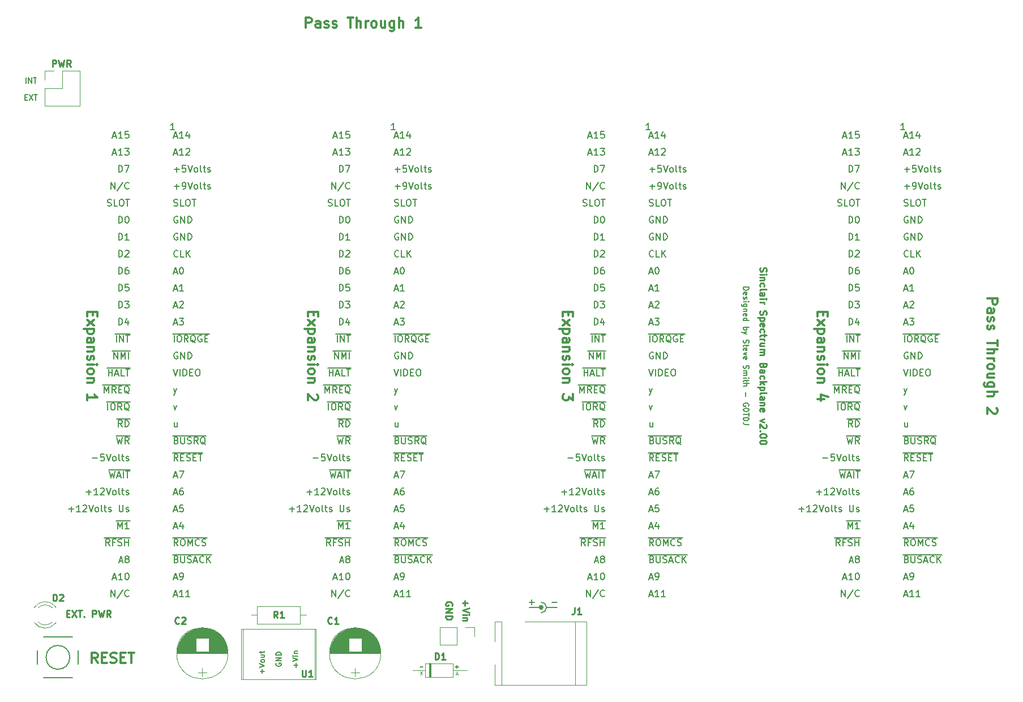
<source format=gto>
G04 #@! TF.FileFunction,Legend,Top*
%FSLAX46Y46*%
G04 Gerber Fmt 4.6, Leading zero omitted, Abs format (unit mm)*
G04 Created by KiCad (PCBNEW 4.0.5) date 11/08/17 14:32:28*
%MOMM*%
%LPD*%
G01*
G04 APERTURE LIST*
%ADD10C,0.100000*%
%ADD11C,0.300000*%
%ADD12C,0.200000*%
%ADD13C,0.250000*%
%ADD14C,0.203200*%
%ADD15C,0.120000*%
%ADD16C,0.320000*%
%ADD17C,0.150000*%
%ADD18C,0.125000*%
G04 APERTURE END LIST*
D10*
D11*
X115828572Y-44878571D02*
X115828572Y-43378571D01*
X116400000Y-43378571D01*
X116542858Y-43450000D01*
X116614286Y-43521429D01*
X116685715Y-43664286D01*
X116685715Y-43878571D01*
X116614286Y-44021429D01*
X116542858Y-44092857D01*
X116400000Y-44164286D01*
X115828572Y-44164286D01*
X117971429Y-44878571D02*
X117971429Y-44092857D01*
X117900000Y-43950000D01*
X117757143Y-43878571D01*
X117471429Y-43878571D01*
X117328572Y-43950000D01*
X117971429Y-44807143D02*
X117828572Y-44878571D01*
X117471429Y-44878571D01*
X117328572Y-44807143D01*
X117257143Y-44664286D01*
X117257143Y-44521429D01*
X117328572Y-44378571D01*
X117471429Y-44307143D01*
X117828572Y-44307143D01*
X117971429Y-44235714D01*
X118614286Y-44807143D02*
X118757143Y-44878571D01*
X119042858Y-44878571D01*
X119185715Y-44807143D01*
X119257143Y-44664286D01*
X119257143Y-44592857D01*
X119185715Y-44450000D01*
X119042858Y-44378571D01*
X118828572Y-44378571D01*
X118685715Y-44307143D01*
X118614286Y-44164286D01*
X118614286Y-44092857D01*
X118685715Y-43950000D01*
X118828572Y-43878571D01*
X119042858Y-43878571D01*
X119185715Y-43950000D01*
X119828572Y-44807143D02*
X119971429Y-44878571D01*
X120257144Y-44878571D01*
X120400001Y-44807143D01*
X120471429Y-44664286D01*
X120471429Y-44592857D01*
X120400001Y-44450000D01*
X120257144Y-44378571D01*
X120042858Y-44378571D01*
X119900001Y-44307143D01*
X119828572Y-44164286D01*
X119828572Y-44092857D01*
X119900001Y-43950000D01*
X120042858Y-43878571D01*
X120257144Y-43878571D01*
X120400001Y-43950000D01*
X122042858Y-43378571D02*
X122900001Y-43378571D01*
X122471430Y-44878571D02*
X122471430Y-43378571D01*
X123400001Y-44878571D02*
X123400001Y-43378571D01*
X124042858Y-44878571D02*
X124042858Y-44092857D01*
X123971429Y-43950000D01*
X123828572Y-43878571D01*
X123614287Y-43878571D01*
X123471429Y-43950000D01*
X123400001Y-44021429D01*
X124757144Y-44878571D02*
X124757144Y-43878571D01*
X124757144Y-44164286D02*
X124828572Y-44021429D01*
X124900001Y-43950000D01*
X125042858Y-43878571D01*
X125185715Y-43878571D01*
X125900001Y-44878571D02*
X125757143Y-44807143D01*
X125685715Y-44735714D01*
X125614286Y-44592857D01*
X125614286Y-44164286D01*
X125685715Y-44021429D01*
X125757143Y-43950000D01*
X125900001Y-43878571D01*
X126114286Y-43878571D01*
X126257143Y-43950000D01*
X126328572Y-44021429D01*
X126400001Y-44164286D01*
X126400001Y-44592857D01*
X126328572Y-44735714D01*
X126257143Y-44807143D01*
X126114286Y-44878571D01*
X125900001Y-44878571D01*
X127685715Y-43878571D02*
X127685715Y-44878571D01*
X127042858Y-43878571D02*
X127042858Y-44664286D01*
X127114286Y-44807143D01*
X127257144Y-44878571D01*
X127471429Y-44878571D01*
X127614286Y-44807143D01*
X127685715Y-44735714D01*
X129042858Y-43878571D02*
X129042858Y-45092857D01*
X128971429Y-45235714D01*
X128900001Y-45307143D01*
X128757144Y-45378571D01*
X128542858Y-45378571D01*
X128400001Y-45307143D01*
X129042858Y-44807143D02*
X128900001Y-44878571D01*
X128614287Y-44878571D01*
X128471429Y-44807143D01*
X128400001Y-44735714D01*
X128328572Y-44592857D01*
X128328572Y-44164286D01*
X128400001Y-44021429D01*
X128471429Y-43950000D01*
X128614287Y-43878571D01*
X128900001Y-43878571D01*
X129042858Y-43950000D01*
X129757144Y-44878571D02*
X129757144Y-43378571D01*
X130400001Y-44878571D02*
X130400001Y-44092857D01*
X130328572Y-43950000D01*
X130185715Y-43878571D01*
X129971430Y-43878571D01*
X129828572Y-43950000D01*
X129757144Y-44021429D01*
X133042858Y-44878571D02*
X132185715Y-44878571D01*
X132614287Y-44878571D02*
X132614287Y-43378571D01*
X132471430Y-43592857D01*
X132328572Y-43735714D01*
X132185715Y-43807143D01*
D12*
X205295476Y-129706667D02*
X205771667Y-129706667D01*
X205200238Y-129992381D02*
X205533571Y-128992381D01*
X205866905Y-129992381D01*
X206724048Y-129992381D02*
X206152619Y-129992381D01*
X206438333Y-129992381D02*
X206438333Y-128992381D01*
X206343095Y-129135238D01*
X206247857Y-129230476D01*
X206152619Y-129278095D01*
X207676429Y-129992381D02*
X207105000Y-129992381D01*
X207390714Y-129992381D02*
X207390714Y-128992381D01*
X207295476Y-129135238D01*
X207200238Y-129230476D01*
X207105000Y-129278095D01*
X167195476Y-129706667D02*
X167671667Y-129706667D01*
X167100238Y-129992381D02*
X167433571Y-128992381D01*
X167766905Y-129992381D01*
X168624048Y-129992381D02*
X168052619Y-129992381D01*
X168338333Y-129992381D02*
X168338333Y-128992381D01*
X168243095Y-129135238D01*
X168147857Y-129230476D01*
X168052619Y-129278095D01*
X169576429Y-129992381D02*
X169005000Y-129992381D01*
X169290714Y-129992381D02*
X169290714Y-128992381D01*
X169195476Y-129135238D01*
X169100238Y-129230476D01*
X169005000Y-129278095D01*
X129095476Y-129706667D02*
X129571667Y-129706667D01*
X129000238Y-129992381D02*
X129333571Y-128992381D01*
X129666905Y-129992381D01*
X130524048Y-129992381D02*
X129952619Y-129992381D01*
X130238333Y-129992381D02*
X130238333Y-128992381D01*
X130143095Y-129135238D01*
X130047857Y-129230476D01*
X129952619Y-129278095D01*
X131476429Y-129992381D02*
X130905000Y-129992381D01*
X131190714Y-129992381D02*
X131190714Y-128992381D01*
X131095476Y-129135238D01*
X131000238Y-129230476D01*
X130905000Y-129278095D01*
X205295476Y-127166667D02*
X205771667Y-127166667D01*
X205200238Y-127452381D02*
X205533571Y-126452381D01*
X205866905Y-127452381D01*
X206247857Y-127452381D02*
X206438333Y-127452381D01*
X206533572Y-127404762D01*
X206581191Y-127357143D01*
X206676429Y-127214286D01*
X206724048Y-127023810D01*
X206724048Y-126642857D01*
X206676429Y-126547619D01*
X206628810Y-126500000D01*
X206533572Y-126452381D01*
X206343095Y-126452381D01*
X206247857Y-126500000D01*
X206200238Y-126547619D01*
X206152619Y-126642857D01*
X206152619Y-126880952D01*
X206200238Y-126976190D01*
X206247857Y-127023810D01*
X206343095Y-127071429D01*
X206533572Y-127071429D01*
X206628810Y-127023810D01*
X206676429Y-126976190D01*
X206724048Y-126880952D01*
X167195476Y-127166667D02*
X167671667Y-127166667D01*
X167100238Y-127452381D02*
X167433571Y-126452381D01*
X167766905Y-127452381D01*
X168147857Y-127452381D02*
X168338333Y-127452381D01*
X168433572Y-127404762D01*
X168481191Y-127357143D01*
X168576429Y-127214286D01*
X168624048Y-127023810D01*
X168624048Y-126642857D01*
X168576429Y-126547619D01*
X168528810Y-126500000D01*
X168433572Y-126452381D01*
X168243095Y-126452381D01*
X168147857Y-126500000D01*
X168100238Y-126547619D01*
X168052619Y-126642857D01*
X168052619Y-126880952D01*
X168100238Y-126976190D01*
X168147857Y-127023810D01*
X168243095Y-127071429D01*
X168433572Y-127071429D01*
X168528810Y-127023810D01*
X168576429Y-126976190D01*
X168624048Y-126880952D01*
X129095476Y-127166667D02*
X129571667Y-127166667D01*
X129000238Y-127452381D02*
X129333571Y-126452381D01*
X129666905Y-127452381D01*
X130047857Y-127452381D02*
X130238333Y-127452381D01*
X130333572Y-127404762D01*
X130381191Y-127357143D01*
X130476429Y-127214286D01*
X130524048Y-127023810D01*
X130524048Y-126642857D01*
X130476429Y-126547619D01*
X130428810Y-126500000D01*
X130333572Y-126452381D01*
X130143095Y-126452381D01*
X130047857Y-126500000D01*
X130000238Y-126547619D01*
X129952619Y-126642857D01*
X129952619Y-126880952D01*
X130000238Y-126976190D01*
X130047857Y-127023810D01*
X130143095Y-127071429D01*
X130333572Y-127071429D01*
X130428810Y-127023810D01*
X130476429Y-126976190D01*
X130524048Y-126880952D01*
X205676429Y-124388571D02*
X205819286Y-124436190D01*
X205866905Y-124483810D01*
X205914524Y-124579048D01*
X205914524Y-124721905D01*
X205866905Y-124817143D01*
X205819286Y-124864762D01*
X205724048Y-124912381D01*
X205343095Y-124912381D01*
X205343095Y-123912381D01*
X205676429Y-123912381D01*
X205771667Y-123960000D01*
X205819286Y-124007619D01*
X205866905Y-124102857D01*
X205866905Y-124198095D01*
X205819286Y-124293333D01*
X205771667Y-124340952D01*
X205676429Y-124388571D01*
X205343095Y-124388571D01*
X206343095Y-123912381D02*
X206343095Y-124721905D01*
X206390714Y-124817143D01*
X206438333Y-124864762D01*
X206533571Y-124912381D01*
X206724048Y-124912381D01*
X206819286Y-124864762D01*
X206866905Y-124817143D01*
X206914524Y-124721905D01*
X206914524Y-123912381D01*
X207343095Y-124864762D02*
X207485952Y-124912381D01*
X207724048Y-124912381D01*
X207819286Y-124864762D01*
X207866905Y-124817143D01*
X207914524Y-124721905D01*
X207914524Y-124626667D01*
X207866905Y-124531429D01*
X207819286Y-124483810D01*
X207724048Y-124436190D01*
X207533571Y-124388571D01*
X207438333Y-124340952D01*
X207390714Y-124293333D01*
X207343095Y-124198095D01*
X207343095Y-124102857D01*
X207390714Y-124007619D01*
X207438333Y-123960000D01*
X207533571Y-123912381D01*
X207771667Y-123912381D01*
X207914524Y-123960000D01*
X208295476Y-124626667D02*
X208771667Y-124626667D01*
X208200238Y-124912381D02*
X208533571Y-123912381D01*
X208866905Y-124912381D01*
X209771667Y-124817143D02*
X209724048Y-124864762D01*
X209581191Y-124912381D01*
X209485953Y-124912381D01*
X209343095Y-124864762D01*
X209247857Y-124769524D01*
X209200238Y-124674286D01*
X209152619Y-124483810D01*
X209152619Y-124340952D01*
X209200238Y-124150476D01*
X209247857Y-124055238D01*
X209343095Y-123960000D01*
X209485953Y-123912381D01*
X209581191Y-123912381D01*
X209724048Y-123960000D01*
X209771667Y-124007619D01*
X210200238Y-124912381D02*
X210200238Y-123912381D01*
X210771667Y-124912381D02*
X210343095Y-124340952D01*
X210771667Y-123912381D02*
X210200238Y-124483810D01*
X205105000Y-123740000D02*
X210962143Y-123740000D01*
X167576429Y-124388571D02*
X167719286Y-124436190D01*
X167766905Y-124483810D01*
X167814524Y-124579048D01*
X167814524Y-124721905D01*
X167766905Y-124817143D01*
X167719286Y-124864762D01*
X167624048Y-124912381D01*
X167243095Y-124912381D01*
X167243095Y-123912381D01*
X167576429Y-123912381D01*
X167671667Y-123960000D01*
X167719286Y-124007619D01*
X167766905Y-124102857D01*
X167766905Y-124198095D01*
X167719286Y-124293333D01*
X167671667Y-124340952D01*
X167576429Y-124388571D01*
X167243095Y-124388571D01*
X168243095Y-123912381D02*
X168243095Y-124721905D01*
X168290714Y-124817143D01*
X168338333Y-124864762D01*
X168433571Y-124912381D01*
X168624048Y-124912381D01*
X168719286Y-124864762D01*
X168766905Y-124817143D01*
X168814524Y-124721905D01*
X168814524Y-123912381D01*
X169243095Y-124864762D02*
X169385952Y-124912381D01*
X169624048Y-124912381D01*
X169719286Y-124864762D01*
X169766905Y-124817143D01*
X169814524Y-124721905D01*
X169814524Y-124626667D01*
X169766905Y-124531429D01*
X169719286Y-124483810D01*
X169624048Y-124436190D01*
X169433571Y-124388571D01*
X169338333Y-124340952D01*
X169290714Y-124293333D01*
X169243095Y-124198095D01*
X169243095Y-124102857D01*
X169290714Y-124007619D01*
X169338333Y-123960000D01*
X169433571Y-123912381D01*
X169671667Y-123912381D01*
X169814524Y-123960000D01*
X170195476Y-124626667D02*
X170671667Y-124626667D01*
X170100238Y-124912381D02*
X170433571Y-123912381D01*
X170766905Y-124912381D01*
X171671667Y-124817143D02*
X171624048Y-124864762D01*
X171481191Y-124912381D01*
X171385953Y-124912381D01*
X171243095Y-124864762D01*
X171147857Y-124769524D01*
X171100238Y-124674286D01*
X171052619Y-124483810D01*
X171052619Y-124340952D01*
X171100238Y-124150476D01*
X171147857Y-124055238D01*
X171243095Y-123960000D01*
X171385953Y-123912381D01*
X171481191Y-123912381D01*
X171624048Y-123960000D01*
X171671667Y-124007619D01*
X172100238Y-124912381D02*
X172100238Y-123912381D01*
X172671667Y-124912381D02*
X172243095Y-124340952D01*
X172671667Y-123912381D02*
X172100238Y-124483810D01*
X167005000Y-123740000D02*
X172862143Y-123740000D01*
X129476429Y-124388571D02*
X129619286Y-124436190D01*
X129666905Y-124483810D01*
X129714524Y-124579048D01*
X129714524Y-124721905D01*
X129666905Y-124817143D01*
X129619286Y-124864762D01*
X129524048Y-124912381D01*
X129143095Y-124912381D01*
X129143095Y-123912381D01*
X129476429Y-123912381D01*
X129571667Y-123960000D01*
X129619286Y-124007619D01*
X129666905Y-124102857D01*
X129666905Y-124198095D01*
X129619286Y-124293333D01*
X129571667Y-124340952D01*
X129476429Y-124388571D01*
X129143095Y-124388571D01*
X130143095Y-123912381D02*
X130143095Y-124721905D01*
X130190714Y-124817143D01*
X130238333Y-124864762D01*
X130333571Y-124912381D01*
X130524048Y-124912381D01*
X130619286Y-124864762D01*
X130666905Y-124817143D01*
X130714524Y-124721905D01*
X130714524Y-123912381D01*
X131143095Y-124864762D02*
X131285952Y-124912381D01*
X131524048Y-124912381D01*
X131619286Y-124864762D01*
X131666905Y-124817143D01*
X131714524Y-124721905D01*
X131714524Y-124626667D01*
X131666905Y-124531429D01*
X131619286Y-124483810D01*
X131524048Y-124436190D01*
X131333571Y-124388571D01*
X131238333Y-124340952D01*
X131190714Y-124293333D01*
X131143095Y-124198095D01*
X131143095Y-124102857D01*
X131190714Y-124007619D01*
X131238333Y-123960000D01*
X131333571Y-123912381D01*
X131571667Y-123912381D01*
X131714524Y-123960000D01*
X132095476Y-124626667D02*
X132571667Y-124626667D01*
X132000238Y-124912381D02*
X132333571Y-123912381D01*
X132666905Y-124912381D01*
X133571667Y-124817143D02*
X133524048Y-124864762D01*
X133381191Y-124912381D01*
X133285953Y-124912381D01*
X133143095Y-124864762D01*
X133047857Y-124769524D01*
X133000238Y-124674286D01*
X132952619Y-124483810D01*
X132952619Y-124340952D01*
X133000238Y-124150476D01*
X133047857Y-124055238D01*
X133143095Y-123960000D01*
X133285953Y-123912381D01*
X133381191Y-123912381D01*
X133524048Y-123960000D01*
X133571667Y-124007619D01*
X134000238Y-124912381D02*
X134000238Y-123912381D01*
X134571667Y-124912381D02*
X134143095Y-124340952D01*
X134571667Y-123912381D02*
X134000238Y-124483810D01*
X128905000Y-123740000D02*
X134762143Y-123740000D01*
X205914524Y-122372381D02*
X205581190Y-121896190D01*
X205343095Y-122372381D02*
X205343095Y-121372381D01*
X205724048Y-121372381D01*
X205819286Y-121420000D01*
X205866905Y-121467619D01*
X205914524Y-121562857D01*
X205914524Y-121705714D01*
X205866905Y-121800952D01*
X205819286Y-121848571D01*
X205724048Y-121896190D01*
X205343095Y-121896190D01*
X206533571Y-121372381D02*
X206724048Y-121372381D01*
X206819286Y-121420000D01*
X206914524Y-121515238D01*
X206962143Y-121705714D01*
X206962143Y-122039048D01*
X206914524Y-122229524D01*
X206819286Y-122324762D01*
X206724048Y-122372381D01*
X206533571Y-122372381D01*
X206438333Y-122324762D01*
X206343095Y-122229524D01*
X206295476Y-122039048D01*
X206295476Y-121705714D01*
X206343095Y-121515238D01*
X206438333Y-121420000D01*
X206533571Y-121372381D01*
X207390714Y-122372381D02*
X207390714Y-121372381D01*
X207724048Y-122086667D01*
X208057381Y-121372381D01*
X208057381Y-122372381D01*
X209105000Y-122277143D02*
X209057381Y-122324762D01*
X208914524Y-122372381D01*
X208819286Y-122372381D01*
X208676428Y-122324762D01*
X208581190Y-122229524D01*
X208533571Y-122134286D01*
X208485952Y-121943810D01*
X208485952Y-121800952D01*
X208533571Y-121610476D01*
X208581190Y-121515238D01*
X208676428Y-121420000D01*
X208819286Y-121372381D01*
X208914524Y-121372381D01*
X209057381Y-121420000D01*
X209105000Y-121467619D01*
X209485952Y-122324762D02*
X209628809Y-122372381D01*
X209866905Y-122372381D01*
X209962143Y-122324762D01*
X210009762Y-122277143D01*
X210057381Y-122181905D01*
X210057381Y-122086667D01*
X210009762Y-121991429D01*
X209962143Y-121943810D01*
X209866905Y-121896190D01*
X209676428Y-121848571D01*
X209581190Y-121800952D01*
X209533571Y-121753333D01*
X209485952Y-121658095D01*
X209485952Y-121562857D01*
X209533571Y-121467619D01*
X209581190Y-121420000D01*
X209676428Y-121372381D01*
X209914524Y-121372381D01*
X210057381Y-121420000D01*
X205105000Y-121200000D02*
X210247857Y-121200000D01*
X167814524Y-122372381D02*
X167481190Y-121896190D01*
X167243095Y-122372381D02*
X167243095Y-121372381D01*
X167624048Y-121372381D01*
X167719286Y-121420000D01*
X167766905Y-121467619D01*
X167814524Y-121562857D01*
X167814524Y-121705714D01*
X167766905Y-121800952D01*
X167719286Y-121848571D01*
X167624048Y-121896190D01*
X167243095Y-121896190D01*
X168433571Y-121372381D02*
X168624048Y-121372381D01*
X168719286Y-121420000D01*
X168814524Y-121515238D01*
X168862143Y-121705714D01*
X168862143Y-122039048D01*
X168814524Y-122229524D01*
X168719286Y-122324762D01*
X168624048Y-122372381D01*
X168433571Y-122372381D01*
X168338333Y-122324762D01*
X168243095Y-122229524D01*
X168195476Y-122039048D01*
X168195476Y-121705714D01*
X168243095Y-121515238D01*
X168338333Y-121420000D01*
X168433571Y-121372381D01*
X169290714Y-122372381D02*
X169290714Y-121372381D01*
X169624048Y-122086667D01*
X169957381Y-121372381D01*
X169957381Y-122372381D01*
X171005000Y-122277143D02*
X170957381Y-122324762D01*
X170814524Y-122372381D01*
X170719286Y-122372381D01*
X170576428Y-122324762D01*
X170481190Y-122229524D01*
X170433571Y-122134286D01*
X170385952Y-121943810D01*
X170385952Y-121800952D01*
X170433571Y-121610476D01*
X170481190Y-121515238D01*
X170576428Y-121420000D01*
X170719286Y-121372381D01*
X170814524Y-121372381D01*
X170957381Y-121420000D01*
X171005000Y-121467619D01*
X171385952Y-122324762D02*
X171528809Y-122372381D01*
X171766905Y-122372381D01*
X171862143Y-122324762D01*
X171909762Y-122277143D01*
X171957381Y-122181905D01*
X171957381Y-122086667D01*
X171909762Y-121991429D01*
X171862143Y-121943810D01*
X171766905Y-121896190D01*
X171576428Y-121848571D01*
X171481190Y-121800952D01*
X171433571Y-121753333D01*
X171385952Y-121658095D01*
X171385952Y-121562857D01*
X171433571Y-121467619D01*
X171481190Y-121420000D01*
X171576428Y-121372381D01*
X171814524Y-121372381D01*
X171957381Y-121420000D01*
X167005000Y-121200000D02*
X172147857Y-121200000D01*
X129714524Y-122372381D02*
X129381190Y-121896190D01*
X129143095Y-122372381D02*
X129143095Y-121372381D01*
X129524048Y-121372381D01*
X129619286Y-121420000D01*
X129666905Y-121467619D01*
X129714524Y-121562857D01*
X129714524Y-121705714D01*
X129666905Y-121800952D01*
X129619286Y-121848571D01*
X129524048Y-121896190D01*
X129143095Y-121896190D01*
X130333571Y-121372381D02*
X130524048Y-121372381D01*
X130619286Y-121420000D01*
X130714524Y-121515238D01*
X130762143Y-121705714D01*
X130762143Y-122039048D01*
X130714524Y-122229524D01*
X130619286Y-122324762D01*
X130524048Y-122372381D01*
X130333571Y-122372381D01*
X130238333Y-122324762D01*
X130143095Y-122229524D01*
X130095476Y-122039048D01*
X130095476Y-121705714D01*
X130143095Y-121515238D01*
X130238333Y-121420000D01*
X130333571Y-121372381D01*
X131190714Y-122372381D02*
X131190714Y-121372381D01*
X131524048Y-122086667D01*
X131857381Y-121372381D01*
X131857381Y-122372381D01*
X132905000Y-122277143D02*
X132857381Y-122324762D01*
X132714524Y-122372381D01*
X132619286Y-122372381D01*
X132476428Y-122324762D01*
X132381190Y-122229524D01*
X132333571Y-122134286D01*
X132285952Y-121943810D01*
X132285952Y-121800952D01*
X132333571Y-121610476D01*
X132381190Y-121515238D01*
X132476428Y-121420000D01*
X132619286Y-121372381D01*
X132714524Y-121372381D01*
X132857381Y-121420000D01*
X132905000Y-121467619D01*
X133285952Y-122324762D02*
X133428809Y-122372381D01*
X133666905Y-122372381D01*
X133762143Y-122324762D01*
X133809762Y-122277143D01*
X133857381Y-122181905D01*
X133857381Y-122086667D01*
X133809762Y-121991429D01*
X133762143Y-121943810D01*
X133666905Y-121896190D01*
X133476428Y-121848571D01*
X133381190Y-121800952D01*
X133333571Y-121753333D01*
X133285952Y-121658095D01*
X133285952Y-121562857D01*
X133333571Y-121467619D01*
X133381190Y-121420000D01*
X133476428Y-121372381D01*
X133714524Y-121372381D01*
X133857381Y-121420000D01*
X128905000Y-121200000D02*
X134047857Y-121200000D01*
X205295476Y-119546667D02*
X205771667Y-119546667D01*
X205200238Y-119832381D02*
X205533571Y-118832381D01*
X205866905Y-119832381D01*
X206628810Y-119165714D02*
X206628810Y-119832381D01*
X206390714Y-118784762D02*
X206152619Y-119499048D01*
X206771667Y-119499048D01*
X167195476Y-119546667D02*
X167671667Y-119546667D01*
X167100238Y-119832381D02*
X167433571Y-118832381D01*
X167766905Y-119832381D01*
X168528810Y-119165714D02*
X168528810Y-119832381D01*
X168290714Y-118784762D02*
X168052619Y-119499048D01*
X168671667Y-119499048D01*
X129095476Y-119546667D02*
X129571667Y-119546667D01*
X129000238Y-119832381D02*
X129333571Y-118832381D01*
X129666905Y-119832381D01*
X130428810Y-119165714D02*
X130428810Y-119832381D01*
X130190714Y-118784762D02*
X129952619Y-119499048D01*
X130571667Y-119499048D01*
X205295476Y-117006667D02*
X205771667Y-117006667D01*
X205200238Y-117292381D02*
X205533571Y-116292381D01*
X205866905Y-117292381D01*
X206676429Y-116292381D02*
X206200238Y-116292381D01*
X206152619Y-116768571D01*
X206200238Y-116720952D01*
X206295476Y-116673333D01*
X206533572Y-116673333D01*
X206628810Y-116720952D01*
X206676429Y-116768571D01*
X206724048Y-116863810D01*
X206724048Y-117101905D01*
X206676429Y-117197143D01*
X206628810Y-117244762D01*
X206533572Y-117292381D01*
X206295476Y-117292381D01*
X206200238Y-117244762D01*
X206152619Y-117197143D01*
X167195476Y-117006667D02*
X167671667Y-117006667D01*
X167100238Y-117292381D02*
X167433571Y-116292381D01*
X167766905Y-117292381D01*
X168576429Y-116292381D02*
X168100238Y-116292381D01*
X168052619Y-116768571D01*
X168100238Y-116720952D01*
X168195476Y-116673333D01*
X168433572Y-116673333D01*
X168528810Y-116720952D01*
X168576429Y-116768571D01*
X168624048Y-116863810D01*
X168624048Y-117101905D01*
X168576429Y-117197143D01*
X168528810Y-117244762D01*
X168433572Y-117292381D01*
X168195476Y-117292381D01*
X168100238Y-117244762D01*
X168052619Y-117197143D01*
X129095476Y-117006667D02*
X129571667Y-117006667D01*
X129000238Y-117292381D02*
X129333571Y-116292381D01*
X129666905Y-117292381D01*
X130476429Y-116292381D02*
X130000238Y-116292381D01*
X129952619Y-116768571D01*
X130000238Y-116720952D01*
X130095476Y-116673333D01*
X130333572Y-116673333D01*
X130428810Y-116720952D01*
X130476429Y-116768571D01*
X130524048Y-116863810D01*
X130524048Y-117101905D01*
X130476429Y-117197143D01*
X130428810Y-117244762D01*
X130333572Y-117292381D01*
X130095476Y-117292381D01*
X130000238Y-117244762D01*
X129952619Y-117197143D01*
X205295476Y-114466667D02*
X205771667Y-114466667D01*
X205200238Y-114752381D02*
X205533571Y-113752381D01*
X205866905Y-114752381D01*
X206628810Y-113752381D02*
X206438333Y-113752381D01*
X206343095Y-113800000D01*
X206295476Y-113847619D01*
X206200238Y-113990476D01*
X206152619Y-114180952D01*
X206152619Y-114561905D01*
X206200238Y-114657143D01*
X206247857Y-114704762D01*
X206343095Y-114752381D01*
X206533572Y-114752381D01*
X206628810Y-114704762D01*
X206676429Y-114657143D01*
X206724048Y-114561905D01*
X206724048Y-114323810D01*
X206676429Y-114228571D01*
X206628810Y-114180952D01*
X206533572Y-114133333D01*
X206343095Y-114133333D01*
X206247857Y-114180952D01*
X206200238Y-114228571D01*
X206152619Y-114323810D01*
X167195476Y-114466667D02*
X167671667Y-114466667D01*
X167100238Y-114752381D02*
X167433571Y-113752381D01*
X167766905Y-114752381D01*
X168528810Y-113752381D02*
X168338333Y-113752381D01*
X168243095Y-113800000D01*
X168195476Y-113847619D01*
X168100238Y-113990476D01*
X168052619Y-114180952D01*
X168052619Y-114561905D01*
X168100238Y-114657143D01*
X168147857Y-114704762D01*
X168243095Y-114752381D01*
X168433572Y-114752381D01*
X168528810Y-114704762D01*
X168576429Y-114657143D01*
X168624048Y-114561905D01*
X168624048Y-114323810D01*
X168576429Y-114228571D01*
X168528810Y-114180952D01*
X168433572Y-114133333D01*
X168243095Y-114133333D01*
X168147857Y-114180952D01*
X168100238Y-114228571D01*
X168052619Y-114323810D01*
X129095476Y-114466667D02*
X129571667Y-114466667D01*
X129000238Y-114752381D02*
X129333571Y-113752381D01*
X129666905Y-114752381D01*
X130428810Y-113752381D02*
X130238333Y-113752381D01*
X130143095Y-113800000D01*
X130095476Y-113847619D01*
X130000238Y-113990476D01*
X129952619Y-114180952D01*
X129952619Y-114561905D01*
X130000238Y-114657143D01*
X130047857Y-114704762D01*
X130143095Y-114752381D01*
X130333572Y-114752381D01*
X130428810Y-114704762D01*
X130476429Y-114657143D01*
X130524048Y-114561905D01*
X130524048Y-114323810D01*
X130476429Y-114228571D01*
X130428810Y-114180952D01*
X130333572Y-114133333D01*
X130143095Y-114133333D01*
X130047857Y-114180952D01*
X130000238Y-114228571D01*
X129952619Y-114323810D01*
X205295476Y-111926667D02*
X205771667Y-111926667D01*
X205200238Y-112212381D02*
X205533571Y-111212381D01*
X205866905Y-112212381D01*
X206105000Y-111212381D02*
X206771667Y-111212381D01*
X206343095Y-112212381D01*
X167195476Y-111926667D02*
X167671667Y-111926667D01*
X167100238Y-112212381D02*
X167433571Y-111212381D01*
X167766905Y-112212381D01*
X168005000Y-111212381D02*
X168671667Y-111212381D01*
X168243095Y-112212381D01*
X129095476Y-111926667D02*
X129571667Y-111926667D01*
X129000238Y-112212381D02*
X129333571Y-111212381D01*
X129666905Y-112212381D01*
X129905000Y-111212381D02*
X130571667Y-111212381D01*
X130143095Y-112212381D01*
X205914524Y-109672381D02*
X205581190Y-109196190D01*
X205343095Y-109672381D02*
X205343095Y-108672381D01*
X205724048Y-108672381D01*
X205819286Y-108720000D01*
X205866905Y-108767619D01*
X205914524Y-108862857D01*
X205914524Y-109005714D01*
X205866905Y-109100952D01*
X205819286Y-109148571D01*
X205724048Y-109196190D01*
X205343095Y-109196190D01*
X206343095Y-109148571D02*
X206676429Y-109148571D01*
X206819286Y-109672381D02*
X206343095Y-109672381D01*
X206343095Y-108672381D01*
X206819286Y-108672381D01*
X207200238Y-109624762D02*
X207343095Y-109672381D01*
X207581191Y-109672381D01*
X207676429Y-109624762D01*
X207724048Y-109577143D01*
X207771667Y-109481905D01*
X207771667Y-109386667D01*
X207724048Y-109291429D01*
X207676429Y-109243810D01*
X207581191Y-109196190D01*
X207390714Y-109148571D01*
X207295476Y-109100952D01*
X207247857Y-109053333D01*
X207200238Y-108958095D01*
X207200238Y-108862857D01*
X207247857Y-108767619D01*
X207295476Y-108720000D01*
X207390714Y-108672381D01*
X207628810Y-108672381D01*
X207771667Y-108720000D01*
X208200238Y-109148571D02*
X208533572Y-109148571D01*
X208676429Y-109672381D02*
X208200238Y-109672381D01*
X208200238Y-108672381D01*
X208676429Y-108672381D01*
X208962143Y-108672381D02*
X209533572Y-108672381D01*
X209247857Y-109672381D02*
X209247857Y-108672381D01*
X205105000Y-108500000D02*
X209628810Y-108500000D01*
X167814524Y-109672381D02*
X167481190Y-109196190D01*
X167243095Y-109672381D02*
X167243095Y-108672381D01*
X167624048Y-108672381D01*
X167719286Y-108720000D01*
X167766905Y-108767619D01*
X167814524Y-108862857D01*
X167814524Y-109005714D01*
X167766905Y-109100952D01*
X167719286Y-109148571D01*
X167624048Y-109196190D01*
X167243095Y-109196190D01*
X168243095Y-109148571D02*
X168576429Y-109148571D01*
X168719286Y-109672381D02*
X168243095Y-109672381D01*
X168243095Y-108672381D01*
X168719286Y-108672381D01*
X169100238Y-109624762D02*
X169243095Y-109672381D01*
X169481191Y-109672381D01*
X169576429Y-109624762D01*
X169624048Y-109577143D01*
X169671667Y-109481905D01*
X169671667Y-109386667D01*
X169624048Y-109291429D01*
X169576429Y-109243810D01*
X169481191Y-109196190D01*
X169290714Y-109148571D01*
X169195476Y-109100952D01*
X169147857Y-109053333D01*
X169100238Y-108958095D01*
X169100238Y-108862857D01*
X169147857Y-108767619D01*
X169195476Y-108720000D01*
X169290714Y-108672381D01*
X169528810Y-108672381D01*
X169671667Y-108720000D01*
X170100238Y-109148571D02*
X170433572Y-109148571D01*
X170576429Y-109672381D02*
X170100238Y-109672381D01*
X170100238Y-108672381D01*
X170576429Y-108672381D01*
X170862143Y-108672381D02*
X171433572Y-108672381D01*
X171147857Y-109672381D02*
X171147857Y-108672381D01*
X167005000Y-108500000D02*
X171528810Y-108500000D01*
X129714524Y-109672381D02*
X129381190Y-109196190D01*
X129143095Y-109672381D02*
X129143095Y-108672381D01*
X129524048Y-108672381D01*
X129619286Y-108720000D01*
X129666905Y-108767619D01*
X129714524Y-108862857D01*
X129714524Y-109005714D01*
X129666905Y-109100952D01*
X129619286Y-109148571D01*
X129524048Y-109196190D01*
X129143095Y-109196190D01*
X130143095Y-109148571D02*
X130476429Y-109148571D01*
X130619286Y-109672381D02*
X130143095Y-109672381D01*
X130143095Y-108672381D01*
X130619286Y-108672381D01*
X131000238Y-109624762D02*
X131143095Y-109672381D01*
X131381191Y-109672381D01*
X131476429Y-109624762D01*
X131524048Y-109577143D01*
X131571667Y-109481905D01*
X131571667Y-109386667D01*
X131524048Y-109291429D01*
X131476429Y-109243810D01*
X131381191Y-109196190D01*
X131190714Y-109148571D01*
X131095476Y-109100952D01*
X131047857Y-109053333D01*
X131000238Y-108958095D01*
X131000238Y-108862857D01*
X131047857Y-108767619D01*
X131095476Y-108720000D01*
X131190714Y-108672381D01*
X131428810Y-108672381D01*
X131571667Y-108720000D01*
X132000238Y-109148571D02*
X132333572Y-109148571D01*
X132476429Y-109672381D02*
X132000238Y-109672381D01*
X132000238Y-108672381D01*
X132476429Y-108672381D01*
X132762143Y-108672381D02*
X133333572Y-108672381D01*
X133047857Y-109672381D02*
X133047857Y-108672381D01*
X128905000Y-108500000D02*
X133428810Y-108500000D01*
X205676429Y-106608571D02*
X205819286Y-106656190D01*
X205866905Y-106703810D01*
X205914524Y-106799048D01*
X205914524Y-106941905D01*
X205866905Y-107037143D01*
X205819286Y-107084762D01*
X205724048Y-107132381D01*
X205343095Y-107132381D01*
X205343095Y-106132381D01*
X205676429Y-106132381D01*
X205771667Y-106180000D01*
X205819286Y-106227619D01*
X205866905Y-106322857D01*
X205866905Y-106418095D01*
X205819286Y-106513333D01*
X205771667Y-106560952D01*
X205676429Y-106608571D01*
X205343095Y-106608571D01*
X206343095Y-106132381D02*
X206343095Y-106941905D01*
X206390714Y-107037143D01*
X206438333Y-107084762D01*
X206533571Y-107132381D01*
X206724048Y-107132381D01*
X206819286Y-107084762D01*
X206866905Y-107037143D01*
X206914524Y-106941905D01*
X206914524Y-106132381D01*
X207343095Y-107084762D02*
X207485952Y-107132381D01*
X207724048Y-107132381D01*
X207819286Y-107084762D01*
X207866905Y-107037143D01*
X207914524Y-106941905D01*
X207914524Y-106846667D01*
X207866905Y-106751429D01*
X207819286Y-106703810D01*
X207724048Y-106656190D01*
X207533571Y-106608571D01*
X207438333Y-106560952D01*
X207390714Y-106513333D01*
X207343095Y-106418095D01*
X207343095Y-106322857D01*
X207390714Y-106227619D01*
X207438333Y-106180000D01*
X207533571Y-106132381D01*
X207771667Y-106132381D01*
X207914524Y-106180000D01*
X208914524Y-107132381D02*
X208581190Y-106656190D01*
X208343095Y-107132381D02*
X208343095Y-106132381D01*
X208724048Y-106132381D01*
X208819286Y-106180000D01*
X208866905Y-106227619D01*
X208914524Y-106322857D01*
X208914524Y-106465714D01*
X208866905Y-106560952D01*
X208819286Y-106608571D01*
X208724048Y-106656190D01*
X208343095Y-106656190D01*
X210009762Y-107227619D02*
X209914524Y-107180000D01*
X209819286Y-107084762D01*
X209676429Y-106941905D01*
X209581190Y-106894286D01*
X209485952Y-106894286D01*
X209533571Y-107132381D02*
X209438333Y-107084762D01*
X209343095Y-106989524D01*
X209295476Y-106799048D01*
X209295476Y-106465714D01*
X209343095Y-106275238D01*
X209438333Y-106180000D01*
X209533571Y-106132381D01*
X209724048Y-106132381D01*
X209819286Y-106180000D01*
X209914524Y-106275238D01*
X209962143Y-106465714D01*
X209962143Y-106799048D01*
X209914524Y-106989524D01*
X209819286Y-107084762D01*
X209724048Y-107132381D01*
X209533571Y-107132381D01*
X205105000Y-105960000D02*
X210152619Y-105960000D01*
X167576429Y-106608571D02*
X167719286Y-106656190D01*
X167766905Y-106703810D01*
X167814524Y-106799048D01*
X167814524Y-106941905D01*
X167766905Y-107037143D01*
X167719286Y-107084762D01*
X167624048Y-107132381D01*
X167243095Y-107132381D01*
X167243095Y-106132381D01*
X167576429Y-106132381D01*
X167671667Y-106180000D01*
X167719286Y-106227619D01*
X167766905Y-106322857D01*
X167766905Y-106418095D01*
X167719286Y-106513333D01*
X167671667Y-106560952D01*
X167576429Y-106608571D01*
X167243095Y-106608571D01*
X168243095Y-106132381D02*
X168243095Y-106941905D01*
X168290714Y-107037143D01*
X168338333Y-107084762D01*
X168433571Y-107132381D01*
X168624048Y-107132381D01*
X168719286Y-107084762D01*
X168766905Y-107037143D01*
X168814524Y-106941905D01*
X168814524Y-106132381D01*
X169243095Y-107084762D02*
X169385952Y-107132381D01*
X169624048Y-107132381D01*
X169719286Y-107084762D01*
X169766905Y-107037143D01*
X169814524Y-106941905D01*
X169814524Y-106846667D01*
X169766905Y-106751429D01*
X169719286Y-106703810D01*
X169624048Y-106656190D01*
X169433571Y-106608571D01*
X169338333Y-106560952D01*
X169290714Y-106513333D01*
X169243095Y-106418095D01*
X169243095Y-106322857D01*
X169290714Y-106227619D01*
X169338333Y-106180000D01*
X169433571Y-106132381D01*
X169671667Y-106132381D01*
X169814524Y-106180000D01*
X170814524Y-107132381D02*
X170481190Y-106656190D01*
X170243095Y-107132381D02*
X170243095Y-106132381D01*
X170624048Y-106132381D01*
X170719286Y-106180000D01*
X170766905Y-106227619D01*
X170814524Y-106322857D01*
X170814524Y-106465714D01*
X170766905Y-106560952D01*
X170719286Y-106608571D01*
X170624048Y-106656190D01*
X170243095Y-106656190D01*
X171909762Y-107227619D02*
X171814524Y-107180000D01*
X171719286Y-107084762D01*
X171576429Y-106941905D01*
X171481190Y-106894286D01*
X171385952Y-106894286D01*
X171433571Y-107132381D02*
X171338333Y-107084762D01*
X171243095Y-106989524D01*
X171195476Y-106799048D01*
X171195476Y-106465714D01*
X171243095Y-106275238D01*
X171338333Y-106180000D01*
X171433571Y-106132381D01*
X171624048Y-106132381D01*
X171719286Y-106180000D01*
X171814524Y-106275238D01*
X171862143Y-106465714D01*
X171862143Y-106799048D01*
X171814524Y-106989524D01*
X171719286Y-107084762D01*
X171624048Y-107132381D01*
X171433571Y-107132381D01*
X167005000Y-105960000D02*
X172052619Y-105960000D01*
X129476429Y-106608571D02*
X129619286Y-106656190D01*
X129666905Y-106703810D01*
X129714524Y-106799048D01*
X129714524Y-106941905D01*
X129666905Y-107037143D01*
X129619286Y-107084762D01*
X129524048Y-107132381D01*
X129143095Y-107132381D01*
X129143095Y-106132381D01*
X129476429Y-106132381D01*
X129571667Y-106180000D01*
X129619286Y-106227619D01*
X129666905Y-106322857D01*
X129666905Y-106418095D01*
X129619286Y-106513333D01*
X129571667Y-106560952D01*
X129476429Y-106608571D01*
X129143095Y-106608571D01*
X130143095Y-106132381D02*
X130143095Y-106941905D01*
X130190714Y-107037143D01*
X130238333Y-107084762D01*
X130333571Y-107132381D01*
X130524048Y-107132381D01*
X130619286Y-107084762D01*
X130666905Y-107037143D01*
X130714524Y-106941905D01*
X130714524Y-106132381D01*
X131143095Y-107084762D02*
X131285952Y-107132381D01*
X131524048Y-107132381D01*
X131619286Y-107084762D01*
X131666905Y-107037143D01*
X131714524Y-106941905D01*
X131714524Y-106846667D01*
X131666905Y-106751429D01*
X131619286Y-106703810D01*
X131524048Y-106656190D01*
X131333571Y-106608571D01*
X131238333Y-106560952D01*
X131190714Y-106513333D01*
X131143095Y-106418095D01*
X131143095Y-106322857D01*
X131190714Y-106227619D01*
X131238333Y-106180000D01*
X131333571Y-106132381D01*
X131571667Y-106132381D01*
X131714524Y-106180000D01*
X132714524Y-107132381D02*
X132381190Y-106656190D01*
X132143095Y-107132381D02*
X132143095Y-106132381D01*
X132524048Y-106132381D01*
X132619286Y-106180000D01*
X132666905Y-106227619D01*
X132714524Y-106322857D01*
X132714524Y-106465714D01*
X132666905Y-106560952D01*
X132619286Y-106608571D01*
X132524048Y-106656190D01*
X132143095Y-106656190D01*
X133809762Y-107227619D02*
X133714524Y-107180000D01*
X133619286Y-107084762D01*
X133476429Y-106941905D01*
X133381190Y-106894286D01*
X133285952Y-106894286D01*
X133333571Y-107132381D02*
X133238333Y-107084762D01*
X133143095Y-106989524D01*
X133095476Y-106799048D01*
X133095476Y-106465714D01*
X133143095Y-106275238D01*
X133238333Y-106180000D01*
X133333571Y-106132381D01*
X133524048Y-106132381D01*
X133619286Y-106180000D01*
X133714524Y-106275238D01*
X133762143Y-106465714D01*
X133762143Y-106799048D01*
X133714524Y-106989524D01*
X133619286Y-107084762D01*
X133524048Y-107132381D01*
X133333571Y-107132381D01*
X128905000Y-105960000D02*
X133952619Y-105960000D01*
X205771667Y-103925714D02*
X205771667Y-104592381D01*
X205343095Y-103925714D02*
X205343095Y-104449524D01*
X205390714Y-104544762D01*
X205485952Y-104592381D01*
X205628810Y-104592381D01*
X205724048Y-104544762D01*
X205771667Y-104497143D01*
X167671667Y-103925714D02*
X167671667Y-104592381D01*
X167243095Y-103925714D02*
X167243095Y-104449524D01*
X167290714Y-104544762D01*
X167385952Y-104592381D01*
X167528810Y-104592381D01*
X167624048Y-104544762D01*
X167671667Y-104497143D01*
X129571667Y-103925714D02*
X129571667Y-104592381D01*
X129143095Y-103925714D02*
X129143095Y-104449524D01*
X129190714Y-104544762D01*
X129285952Y-104592381D01*
X129428810Y-104592381D01*
X129524048Y-104544762D01*
X129571667Y-104497143D01*
X205247857Y-101385714D02*
X205485952Y-102052381D01*
X205724048Y-101385714D01*
X167147857Y-101385714D02*
X167385952Y-102052381D01*
X167624048Y-101385714D01*
X129047857Y-101385714D02*
X129285952Y-102052381D01*
X129524048Y-101385714D01*
X205247857Y-98845714D02*
X205485952Y-99512381D01*
X205724048Y-98845714D02*
X205485952Y-99512381D01*
X205390714Y-99750476D01*
X205343095Y-99798095D01*
X205247857Y-99845714D01*
X167147857Y-98845714D02*
X167385952Y-99512381D01*
X167624048Y-98845714D02*
X167385952Y-99512381D01*
X167290714Y-99750476D01*
X167243095Y-99798095D01*
X167147857Y-99845714D01*
X129047857Y-98845714D02*
X129285952Y-99512381D01*
X129524048Y-98845714D02*
X129285952Y-99512381D01*
X129190714Y-99750476D01*
X129143095Y-99798095D01*
X129047857Y-99845714D01*
X205200238Y-95972381D02*
X205533571Y-96972381D01*
X205866905Y-95972381D01*
X206200238Y-96972381D02*
X206200238Y-95972381D01*
X206676428Y-96972381D02*
X206676428Y-95972381D01*
X206914523Y-95972381D01*
X207057381Y-96020000D01*
X207152619Y-96115238D01*
X207200238Y-96210476D01*
X207247857Y-96400952D01*
X207247857Y-96543810D01*
X207200238Y-96734286D01*
X207152619Y-96829524D01*
X207057381Y-96924762D01*
X206914523Y-96972381D01*
X206676428Y-96972381D01*
X207676428Y-96448571D02*
X208009762Y-96448571D01*
X208152619Y-96972381D02*
X207676428Y-96972381D01*
X207676428Y-95972381D01*
X208152619Y-95972381D01*
X208771666Y-95972381D02*
X208962143Y-95972381D01*
X209057381Y-96020000D01*
X209152619Y-96115238D01*
X209200238Y-96305714D01*
X209200238Y-96639048D01*
X209152619Y-96829524D01*
X209057381Y-96924762D01*
X208962143Y-96972381D01*
X208771666Y-96972381D01*
X208676428Y-96924762D01*
X208581190Y-96829524D01*
X208533571Y-96639048D01*
X208533571Y-96305714D01*
X208581190Y-96115238D01*
X208676428Y-96020000D01*
X208771666Y-95972381D01*
X167100238Y-95972381D02*
X167433571Y-96972381D01*
X167766905Y-95972381D01*
X168100238Y-96972381D02*
X168100238Y-95972381D01*
X168576428Y-96972381D02*
X168576428Y-95972381D01*
X168814523Y-95972381D01*
X168957381Y-96020000D01*
X169052619Y-96115238D01*
X169100238Y-96210476D01*
X169147857Y-96400952D01*
X169147857Y-96543810D01*
X169100238Y-96734286D01*
X169052619Y-96829524D01*
X168957381Y-96924762D01*
X168814523Y-96972381D01*
X168576428Y-96972381D01*
X169576428Y-96448571D02*
X169909762Y-96448571D01*
X170052619Y-96972381D02*
X169576428Y-96972381D01*
X169576428Y-95972381D01*
X170052619Y-95972381D01*
X170671666Y-95972381D02*
X170862143Y-95972381D01*
X170957381Y-96020000D01*
X171052619Y-96115238D01*
X171100238Y-96305714D01*
X171100238Y-96639048D01*
X171052619Y-96829524D01*
X170957381Y-96924762D01*
X170862143Y-96972381D01*
X170671666Y-96972381D01*
X170576428Y-96924762D01*
X170481190Y-96829524D01*
X170433571Y-96639048D01*
X170433571Y-96305714D01*
X170481190Y-96115238D01*
X170576428Y-96020000D01*
X170671666Y-95972381D01*
X129000238Y-95972381D02*
X129333571Y-96972381D01*
X129666905Y-95972381D01*
X130000238Y-96972381D02*
X130000238Y-95972381D01*
X130476428Y-96972381D02*
X130476428Y-95972381D01*
X130714523Y-95972381D01*
X130857381Y-96020000D01*
X130952619Y-96115238D01*
X131000238Y-96210476D01*
X131047857Y-96400952D01*
X131047857Y-96543810D01*
X131000238Y-96734286D01*
X130952619Y-96829524D01*
X130857381Y-96924762D01*
X130714523Y-96972381D01*
X130476428Y-96972381D01*
X131476428Y-96448571D02*
X131809762Y-96448571D01*
X131952619Y-96972381D02*
X131476428Y-96972381D01*
X131476428Y-95972381D01*
X131952619Y-95972381D01*
X132571666Y-95972381D02*
X132762143Y-95972381D01*
X132857381Y-96020000D01*
X132952619Y-96115238D01*
X133000238Y-96305714D01*
X133000238Y-96639048D01*
X132952619Y-96829524D01*
X132857381Y-96924762D01*
X132762143Y-96972381D01*
X132571666Y-96972381D01*
X132476428Y-96924762D01*
X132381190Y-96829524D01*
X132333571Y-96639048D01*
X132333571Y-96305714D01*
X132381190Y-96115238D01*
X132476428Y-96020000D01*
X132571666Y-95972381D01*
X205866905Y-93480000D02*
X205771667Y-93432381D01*
X205628810Y-93432381D01*
X205485952Y-93480000D01*
X205390714Y-93575238D01*
X205343095Y-93670476D01*
X205295476Y-93860952D01*
X205295476Y-94003810D01*
X205343095Y-94194286D01*
X205390714Y-94289524D01*
X205485952Y-94384762D01*
X205628810Y-94432381D01*
X205724048Y-94432381D01*
X205866905Y-94384762D01*
X205914524Y-94337143D01*
X205914524Y-94003810D01*
X205724048Y-94003810D01*
X206343095Y-94432381D02*
X206343095Y-93432381D01*
X206914524Y-94432381D01*
X206914524Y-93432381D01*
X207390714Y-94432381D02*
X207390714Y-93432381D01*
X207628809Y-93432381D01*
X207771667Y-93480000D01*
X207866905Y-93575238D01*
X207914524Y-93670476D01*
X207962143Y-93860952D01*
X207962143Y-94003810D01*
X207914524Y-94194286D01*
X207866905Y-94289524D01*
X207771667Y-94384762D01*
X207628809Y-94432381D01*
X207390714Y-94432381D01*
X167766905Y-93480000D02*
X167671667Y-93432381D01*
X167528810Y-93432381D01*
X167385952Y-93480000D01*
X167290714Y-93575238D01*
X167243095Y-93670476D01*
X167195476Y-93860952D01*
X167195476Y-94003810D01*
X167243095Y-94194286D01*
X167290714Y-94289524D01*
X167385952Y-94384762D01*
X167528810Y-94432381D01*
X167624048Y-94432381D01*
X167766905Y-94384762D01*
X167814524Y-94337143D01*
X167814524Y-94003810D01*
X167624048Y-94003810D01*
X168243095Y-94432381D02*
X168243095Y-93432381D01*
X168814524Y-94432381D01*
X168814524Y-93432381D01*
X169290714Y-94432381D02*
X169290714Y-93432381D01*
X169528809Y-93432381D01*
X169671667Y-93480000D01*
X169766905Y-93575238D01*
X169814524Y-93670476D01*
X169862143Y-93860952D01*
X169862143Y-94003810D01*
X169814524Y-94194286D01*
X169766905Y-94289524D01*
X169671667Y-94384762D01*
X169528809Y-94432381D01*
X169290714Y-94432381D01*
X129666905Y-93480000D02*
X129571667Y-93432381D01*
X129428810Y-93432381D01*
X129285952Y-93480000D01*
X129190714Y-93575238D01*
X129143095Y-93670476D01*
X129095476Y-93860952D01*
X129095476Y-94003810D01*
X129143095Y-94194286D01*
X129190714Y-94289524D01*
X129285952Y-94384762D01*
X129428810Y-94432381D01*
X129524048Y-94432381D01*
X129666905Y-94384762D01*
X129714524Y-94337143D01*
X129714524Y-94003810D01*
X129524048Y-94003810D01*
X130143095Y-94432381D02*
X130143095Y-93432381D01*
X130714524Y-94432381D01*
X130714524Y-93432381D01*
X131190714Y-94432381D02*
X131190714Y-93432381D01*
X131428809Y-93432381D01*
X131571667Y-93480000D01*
X131666905Y-93575238D01*
X131714524Y-93670476D01*
X131762143Y-93860952D01*
X131762143Y-94003810D01*
X131714524Y-94194286D01*
X131666905Y-94289524D01*
X131571667Y-94384762D01*
X131428809Y-94432381D01*
X131190714Y-94432381D01*
X205343095Y-91892381D02*
X205343095Y-90892381D01*
X206009761Y-90892381D02*
X206200238Y-90892381D01*
X206295476Y-90940000D01*
X206390714Y-91035238D01*
X206438333Y-91225714D01*
X206438333Y-91559048D01*
X206390714Y-91749524D01*
X206295476Y-91844762D01*
X206200238Y-91892381D01*
X206009761Y-91892381D01*
X205914523Y-91844762D01*
X205819285Y-91749524D01*
X205771666Y-91559048D01*
X205771666Y-91225714D01*
X205819285Y-91035238D01*
X205914523Y-90940000D01*
X206009761Y-90892381D01*
X207438333Y-91892381D02*
X207104999Y-91416190D01*
X206866904Y-91892381D02*
X206866904Y-90892381D01*
X207247857Y-90892381D01*
X207343095Y-90940000D01*
X207390714Y-90987619D01*
X207438333Y-91082857D01*
X207438333Y-91225714D01*
X207390714Y-91320952D01*
X207343095Y-91368571D01*
X207247857Y-91416190D01*
X206866904Y-91416190D01*
X208533571Y-91987619D02*
X208438333Y-91940000D01*
X208343095Y-91844762D01*
X208200238Y-91701905D01*
X208104999Y-91654286D01*
X208009761Y-91654286D01*
X208057380Y-91892381D02*
X207962142Y-91844762D01*
X207866904Y-91749524D01*
X207819285Y-91559048D01*
X207819285Y-91225714D01*
X207866904Y-91035238D01*
X207962142Y-90940000D01*
X208057380Y-90892381D01*
X208247857Y-90892381D01*
X208343095Y-90940000D01*
X208438333Y-91035238D01*
X208485952Y-91225714D01*
X208485952Y-91559048D01*
X208438333Y-91749524D01*
X208343095Y-91844762D01*
X208247857Y-91892381D01*
X208057380Y-91892381D01*
X209438333Y-90940000D02*
X209343095Y-90892381D01*
X209200238Y-90892381D01*
X209057380Y-90940000D01*
X208962142Y-91035238D01*
X208914523Y-91130476D01*
X208866904Y-91320952D01*
X208866904Y-91463810D01*
X208914523Y-91654286D01*
X208962142Y-91749524D01*
X209057380Y-91844762D01*
X209200238Y-91892381D01*
X209295476Y-91892381D01*
X209438333Y-91844762D01*
X209485952Y-91797143D01*
X209485952Y-91463810D01*
X209295476Y-91463810D01*
X209914523Y-91368571D02*
X210247857Y-91368571D01*
X210390714Y-91892381D02*
X209914523Y-91892381D01*
X209914523Y-90892381D01*
X210390714Y-90892381D01*
X205105000Y-90720000D02*
X210581190Y-90720000D01*
X167243095Y-91892381D02*
X167243095Y-90892381D01*
X167909761Y-90892381D02*
X168100238Y-90892381D01*
X168195476Y-90940000D01*
X168290714Y-91035238D01*
X168338333Y-91225714D01*
X168338333Y-91559048D01*
X168290714Y-91749524D01*
X168195476Y-91844762D01*
X168100238Y-91892381D01*
X167909761Y-91892381D01*
X167814523Y-91844762D01*
X167719285Y-91749524D01*
X167671666Y-91559048D01*
X167671666Y-91225714D01*
X167719285Y-91035238D01*
X167814523Y-90940000D01*
X167909761Y-90892381D01*
X169338333Y-91892381D02*
X169004999Y-91416190D01*
X168766904Y-91892381D02*
X168766904Y-90892381D01*
X169147857Y-90892381D01*
X169243095Y-90940000D01*
X169290714Y-90987619D01*
X169338333Y-91082857D01*
X169338333Y-91225714D01*
X169290714Y-91320952D01*
X169243095Y-91368571D01*
X169147857Y-91416190D01*
X168766904Y-91416190D01*
X170433571Y-91987619D02*
X170338333Y-91940000D01*
X170243095Y-91844762D01*
X170100238Y-91701905D01*
X170004999Y-91654286D01*
X169909761Y-91654286D01*
X169957380Y-91892381D02*
X169862142Y-91844762D01*
X169766904Y-91749524D01*
X169719285Y-91559048D01*
X169719285Y-91225714D01*
X169766904Y-91035238D01*
X169862142Y-90940000D01*
X169957380Y-90892381D01*
X170147857Y-90892381D01*
X170243095Y-90940000D01*
X170338333Y-91035238D01*
X170385952Y-91225714D01*
X170385952Y-91559048D01*
X170338333Y-91749524D01*
X170243095Y-91844762D01*
X170147857Y-91892381D01*
X169957380Y-91892381D01*
X171338333Y-90940000D02*
X171243095Y-90892381D01*
X171100238Y-90892381D01*
X170957380Y-90940000D01*
X170862142Y-91035238D01*
X170814523Y-91130476D01*
X170766904Y-91320952D01*
X170766904Y-91463810D01*
X170814523Y-91654286D01*
X170862142Y-91749524D01*
X170957380Y-91844762D01*
X171100238Y-91892381D01*
X171195476Y-91892381D01*
X171338333Y-91844762D01*
X171385952Y-91797143D01*
X171385952Y-91463810D01*
X171195476Y-91463810D01*
X171814523Y-91368571D02*
X172147857Y-91368571D01*
X172290714Y-91892381D02*
X171814523Y-91892381D01*
X171814523Y-90892381D01*
X172290714Y-90892381D01*
X167005000Y-90720000D02*
X172481190Y-90720000D01*
X129143095Y-91892381D02*
X129143095Y-90892381D01*
X129809761Y-90892381D02*
X130000238Y-90892381D01*
X130095476Y-90940000D01*
X130190714Y-91035238D01*
X130238333Y-91225714D01*
X130238333Y-91559048D01*
X130190714Y-91749524D01*
X130095476Y-91844762D01*
X130000238Y-91892381D01*
X129809761Y-91892381D01*
X129714523Y-91844762D01*
X129619285Y-91749524D01*
X129571666Y-91559048D01*
X129571666Y-91225714D01*
X129619285Y-91035238D01*
X129714523Y-90940000D01*
X129809761Y-90892381D01*
X131238333Y-91892381D02*
X130904999Y-91416190D01*
X130666904Y-91892381D02*
X130666904Y-90892381D01*
X131047857Y-90892381D01*
X131143095Y-90940000D01*
X131190714Y-90987619D01*
X131238333Y-91082857D01*
X131238333Y-91225714D01*
X131190714Y-91320952D01*
X131143095Y-91368571D01*
X131047857Y-91416190D01*
X130666904Y-91416190D01*
X132333571Y-91987619D02*
X132238333Y-91940000D01*
X132143095Y-91844762D01*
X132000238Y-91701905D01*
X131904999Y-91654286D01*
X131809761Y-91654286D01*
X131857380Y-91892381D02*
X131762142Y-91844762D01*
X131666904Y-91749524D01*
X131619285Y-91559048D01*
X131619285Y-91225714D01*
X131666904Y-91035238D01*
X131762142Y-90940000D01*
X131857380Y-90892381D01*
X132047857Y-90892381D01*
X132143095Y-90940000D01*
X132238333Y-91035238D01*
X132285952Y-91225714D01*
X132285952Y-91559048D01*
X132238333Y-91749524D01*
X132143095Y-91844762D01*
X132047857Y-91892381D01*
X131857380Y-91892381D01*
X133238333Y-90940000D02*
X133143095Y-90892381D01*
X133000238Y-90892381D01*
X132857380Y-90940000D01*
X132762142Y-91035238D01*
X132714523Y-91130476D01*
X132666904Y-91320952D01*
X132666904Y-91463810D01*
X132714523Y-91654286D01*
X132762142Y-91749524D01*
X132857380Y-91844762D01*
X133000238Y-91892381D01*
X133095476Y-91892381D01*
X133238333Y-91844762D01*
X133285952Y-91797143D01*
X133285952Y-91463810D01*
X133095476Y-91463810D01*
X133714523Y-91368571D02*
X134047857Y-91368571D01*
X134190714Y-91892381D02*
X133714523Y-91892381D01*
X133714523Y-90892381D01*
X134190714Y-90892381D01*
X128905000Y-90720000D02*
X134381190Y-90720000D01*
X205295476Y-89066667D02*
X205771667Y-89066667D01*
X205200238Y-89352381D02*
X205533571Y-88352381D01*
X205866905Y-89352381D01*
X206105000Y-88352381D02*
X206724048Y-88352381D01*
X206390714Y-88733333D01*
X206533572Y-88733333D01*
X206628810Y-88780952D01*
X206676429Y-88828571D01*
X206724048Y-88923810D01*
X206724048Y-89161905D01*
X206676429Y-89257143D01*
X206628810Y-89304762D01*
X206533572Y-89352381D01*
X206247857Y-89352381D01*
X206152619Y-89304762D01*
X206105000Y-89257143D01*
X167195476Y-89066667D02*
X167671667Y-89066667D01*
X167100238Y-89352381D02*
X167433571Y-88352381D01*
X167766905Y-89352381D01*
X168005000Y-88352381D02*
X168624048Y-88352381D01*
X168290714Y-88733333D01*
X168433572Y-88733333D01*
X168528810Y-88780952D01*
X168576429Y-88828571D01*
X168624048Y-88923810D01*
X168624048Y-89161905D01*
X168576429Y-89257143D01*
X168528810Y-89304762D01*
X168433572Y-89352381D01*
X168147857Y-89352381D01*
X168052619Y-89304762D01*
X168005000Y-89257143D01*
X129095476Y-89066667D02*
X129571667Y-89066667D01*
X129000238Y-89352381D02*
X129333571Y-88352381D01*
X129666905Y-89352381D01*
X129905000Y-88352381D02*
X130524048Y-88352381D01*
X130190714Y-88733333D01*
X130333572Y-88733333D01*
X130428810Y-88780952D01*
X130476429Y-88828571D01*
X130524048Y-88923810D01*
X130524048Y-89161905D01*
X130476429Y-89257143D01*
X130428810Y-89304762D01*
X130333572Y-89352381D01*
X130047857Y-89352381D01*
X129952619Y-89304762D01*
X129905000Y-89257143D01*
X205295476Y-86526667D02*
X205771667Y-86526667D01*
X205200238Y-86812381D02*
X205533571Y-85812381D01*
X205866905Y-86812381D01*
X206152619Y-85907619D02*
X206200238Y-85860000D01*
X206295476Y-85812381D01*
X206533572Y-85812381D01*
X206628810Y-85860000D01*
X206676429Y-85907619D01*
X206724048Y-86002857D01*
X206724048Y-86098095D01*
X206676429Y-86240952D01*
X206105000Y-86812381D01*
X206724048Y-86812381D01*
X167195476Y-86526667D02*
X167671667Y-86526667D01*
X167100238Y-86812381D02*
X167433571Y-85812381D01*
X167766905Y-86812381D01*
X168052619Y-85907619D02*
X168100238Y-85860000D01*
X168195476Y-85812381D01*
X168433572Y-85812381D01*
X168528810Y-85860000D01*
X168576429Y-85907619D01*
X168624048Y-86002857D01*
X168624048Y-86098095D01*
X168576429Y-86240952D01*
X168005000Y-86812381D01*
X168624048Y-86812381D01*
X129095476Y-86526667D02*
X129571667Y-86526667D01*
X129000238Y-86812381D02*
X129333571Y-85812381D01*
X129666905Y-86812381D01*
X129952619Y-85907619D02*
X130000238Y-85860000D01*
X130095476Y-85812381D01*
X130333572Y-85812381D01*
X130428810Y-85860000D01*
X130476429Y-85907619D01*
X130524048Y-86002857D01*
X130524048Y-86098095D01*
X130476429Y-86240952D01*
X129905000Y-86812381D01*
X130524048Y-86812381D01*
X205295476Y-83986667D02*
X205771667Y-83986667D01*
X205200238Y-84272381D02*
X205533571Y-83272381D01*
X205866905Y-84272381D01*
X206724048Y-84272381D02*
X206152619Y-84272381D01*
X206438333Y-84272381D02*
X206438333Y-83272381D01*
X206343095Y-83415238D01*
X206247857Y-83510476D01*
X206152619Y-83558095D01*
X167195476Y-83986667D02*
X167671667Y-83986667D01*
X167100238Y-84272381D02*
X167433571Y-83272381D01*
X167766905Y-84272381D01*
X168624048Y-84272381D02*
X168052619Y-84272381D01*
X168338333Y-84272381D02*
X168338333Y-83272381D01*
X168243095Y-83415238D01*
X168147857Y-83510476D01*
X168052619Y-83558095D01*
X129095476Y-83986667D02*
X129571667Y-83986667D01*
X129000238Y-84272381D02*
X129333571Y-83272381D01*
X129666905Y-84272381D01*
X130524048Y-84272381D02*
X129952619Y-84272381D01*
X130238333Y-84272381D02*
X130238333Y-83272381D01*
X130143095Y-83415238D01*
X130047857Y-83510476D01*
X129952619Y-83558095D01*
X205295476Y-81446667D02*
X205771667Y-81446667D01*
X205200238Y-81732381D02*
X205533571Y-80732381D01*
X205866905Y-81732381D01*
X206390714Y-80732381D02*
X206485953Y-80732381D01*
X206581191Y-80780000D01*
X206628810Y-80827619D01*
X206676429Y-80922857D01*
X206724048Y-81113333D01*
X206724048Y-81351429D01*
X206676429Y-81541905D01*
X206628810Y-81637143D01*
X206581191Y-81684762D01*
X206485953Y-81732381D01*
X206390714Y-81732381D01*
X206295476Y-81684762D01*
X206247857Y-81637143D01*
X206200238Y-81541905D01*
X206152619Y-81351429D01*
X206152619Y-81113333D01*
X206200238Y-80922857D01*
X206247857Y-80827619D01*
X206295476Y-80780000D01*
X206390714Y-80732381D01*
X167195476Y-81446667D02*
X167671667Y-81446667D01*
X167100238Y-81732381D02*
X167433571Y-80732381D01*
X167766905Y-81732381D01*
X168290714Y-80732381D02*
X168385953Y-80732381D01*
X168481191Y-80780000D01*
X168528810Y-80827619D01*
X168576429Y-80922857D01*
X168624048Y-81113333D01*
X168624048Y-81351429D01*
X168576429Y-81541905D01*
X168528810Y-81637143D01*
X168481191Y-81684762D01*
X168385953Y-81732381D01*
X168290714Y-81732381D01*
X168195476Y-81684762D01*
X168147857Y-81637143D01*
X168100238Y-81541905D01*
X168052619Y-81351429D01*
X168052619Y-81113333D01*
X168100238Y-80922857D01*
X168147857Y-80827619D01*
X168195476Y-80780000D01*
X168290714Y-80732381D01*
X129095476Y-81446667D02*
X129571667Y-81446667D01*
X129000238Y-81732381D02*
X129333571Y-80732381D01*
X129666905Y-81732381D01*
X130190714Y-80732381D02*
X130285953Y-80732381D01*
X130381191Y-80780000D01*
X130428810Y-80827619D01*
X130476429Y-80922857D01*
X130524048Y-81113333D01*
X130524048Y-81351429D01*
X130476429Y-81541905D01*
X130428810Y-81637143D01*
X130381191Y-81684762D01*
X130285953Y-81732381D01*
X130190714Y-81732381D01*
X130095476Y-81684762D01*
X130047857Y-81637143D01*
X130000238Y-81541905D01*
X129952619Y-81351429D01*
X129952619Y-81113333D01*
X130000238Y-80922857D01*
X130047857Y-80827619D01*
X130095476Y-80780000D01*
X130190714Y-80732381D01*
X205914524Y-79097143D02*
X205866905Y-79144762D01*
X205724048Y-79192381D01*
X205628810Y-79192381D01*
X205485952Y-79144762D01*
X205390714Y-79049524D01*
X205343095Y-78954286D01*
X205295476Y-78763810D01*
X205295476Y-78620952D01*
X205343095Y-78430476D01*
X205390714Y-78335238D01*
X205485952Y-78240000D01*
X205628810Y-78192381D01*
X205724048Y-78192381D01*
X205866905Y-78240000D01*
X205914524Y-78287619D01*
X206819286Y-79192381D02*
X206343095Y-79192381D01*
X206343095Y-78192381D01*
X207152619Y-79192381D02*
X207152619Y-78192381D01*
X207724048Y-79192381D02*
X207295476Y-78620952D01*
X207724048Y-78192381D02*
X207152619Y-78763810D01*
X167814524Y-79097143D02*
X167766905Y-79144762D01*
X167624048Y-79192381D01*
X167528810Y-79192381D01*
X167385952Y-79144762D01*
X167290714Y-79049524D01*
X167243095Y-78954286D01*
X167195476Y-78763810D01*
X167195476Y-78620952D01*
X167243095Y-78430476D01*
X167290714Y-78335238D01*
X167385952Y-78240000D01*
X167528810Y-78192381D01*
X167624048Y-78192381D01*
X167766905Y-78240000D01*
X167814524Y-78287619D01*
X168719286Y-79192381D02*
X168243095Y-79192381D01*
X168243095Y-78192381D01*
X169052619Y-79192381D02*
X169052619Y-78192381D01*
X169624048Y-79192381D02*
X169195476Y-78620952D01*
X169624048Y-78192381D02*
X169052619Y-78763810D01*
X129714524Y-79097143D02*
X129666905Y-79144762D01*
X129524048Y-79192381D01*
X129428810Y-79192381D01*
X129285952Y-79144762D01*
X129190714Y-79049524D01*
X129143095Y-78954286D01*
X129095476Y-78763810D01*
X129095476Y-78620952D01*
X129143095Y-78430476D01*
X129190714Y-78335238D01*
X129285952Y-78240000D01*
X129428810Y-78192381D01*
X129524048Y-78192381D01*
X129666905Y-78240000D01*
X129714524Y-78287619D01*
X130619286Y-79192381D02*
X130143095Y-79192381D01*
X130143095Y-78192381D01*
X130952619Y-79192381D02*
X130952619Y-78192381D01*
X131524048Y-79192381D02*
X131095476Y-78620952D01*
X131524048Y-78192381D02*
X130952619Y-78763810D01*
X205866905Y-75700000D02*
X205771667Y-75652381D01*
X205628810Y-75652381D01*
X205485952Y-75700000D01*
X205390714Y-75795238D01*
X205343095Y-75890476D01*
X205295476Y-76080952D01*
X205295476Y-76223810D01*
X205343095Y-76414286D01*
X205390714Y-76509524D01*
X205485952Y-76604762D01*
X205628810Y-76652381D01*
X205724048Y-76652381D01*
X205866905Y-76604762D01*
X205914524Y-76557143D01*
X205914524Y-76223810D01*
X205724048Y-76223810D01*
X206343095Y-76652381D02*
X206343095Y-75652381D01*
X206914524Y-76652381D01*
X206914524Y-75652381D01*
X207390714Y-76652381D02*
X207390714Y-75652381D01*
X207628809Y-75652381D01*
X207771667Y-75700000D01*
X207866905Y-75795238D01*
X207914524Y-75890476D01*
X207962143Y-76080952D01*
X207962143Y-76223810D01*
X207914524Y-76414286D01*
X207866905Y-76509524D01*
X207771667Y-76604762D01*
X207628809Y-76652381D01*
X207390714Y-76652381D01*
X167766905Y-75700000D02*
X167671667Y-75652381D01*
X167528810Y-75652381D01*
X167385952Y-75700000D01*
X167290714Y-75795238D01*
X167243095Y-75890476D01*
X167195476Y-76080952D01*
X167195476Y-76223810D01*
X167243095Y-76414286D01*
X167290714Y-76509524D01*
X167385952Y-76604762D01*
X167528810Y-76652381D01*
X167624048Y-76652381D01*
X167766905Y-76604762D01*
X167814524Y-76557143D01*
X167814524Y-76223810D01*
X167624048Y-76223810D01*
X168243095Y-76652381D02*
X168243095Y-75652381D01*
X168814524Y-76652381D01*
X168814524Y-75652381D01*
X169290714Y-76652381D02*
X169290714Y-75652381D01*
X169528809Y-75652381D01*
X169671667Y-75700000D01*
X169766905Y-75795238D01*
X169814524Y-75890476D01*
X169862143Y-76080952D01*
X169862143Y-76223810D01*
X169814524Y-76414286D01*
X169766905Y-76509524D01*
X169671667Y-76604762D01*
X169528809Y-76652381D01*
X169290714Y-76652381D01*
X129666905Y-75700000D02*
X129571667Y-75652381D01*
X129428810Y-75652381D01*
X129285952Y-75700000D01*
X129190714Y-75795238D01*
X129143095Y-75890476D01*
X129095476Y-76080952D01*
X129095476Y-76223810D01*
X129143095Y-76414286D01*
X129190714Y-76509524D01*
X129285952Y-76604762D01*
X129428810Y-76652381D01*
X129524048Y-76652381D01*
X129666905Y-76604762D01*
X129714524Y-76557143D01*
X129714524Y-76223810D01*
X129524048Y-76223810D01*
X130143095Y-76652381D02*
X130143095Y-75652381D01*
X130714524Y-76652381D01*
X130714524Y-75652381D01*
X131190714Y-76652381D02*
X131190714Y-75652381D01*
X131428809Y-75652381D01*
X131571667Y-75700000D01*
X131666905Y-75795238D01*
X131714524Y-75890476D01*
X131762143Y-76080952D01*
X131762143Y-76223810D01*
X131714524Y-76414286D01*
X131666905Y-76509524D01*
X131571667Y-76604762D01*
X131428809Y-76652381D01*
X131190714Y-76652381D01*
X205866905Y-73160000D02*
X205771667Y-73112381D01*
X205628810Y-73112381D01*
X205485952Y-73160000D01*
X205390714Y-73255238D01*
X205343095Y-73350476D01*
X205295476Y-73540952D01*
X205295476Y-73683810D01*
X205343095Y-73874286D01*
X205390714Y-73969524D01*
X205485952Y-74064762D01*
X205628810Y-74112381D01*
X205724048Y-74112381D01*
X205866905Y-74064762D01*
X205914524Y-74017143D01*
X205914524Y-73683810D01*
X205724048Y-73683810D01*
X206343095Y-74112381D02*
X206343095Y-73112381D01*
X206914524Y-74112381D01*
X206914524Y-73112381D01*
X207390714Y-74112381D02*
X207390714Y-73112381D01*
X207628809Y-73112381D01*
X207771667Y-73160000D01*
X207866905Y-73255238D01*
X207914524Y-73350476D01*
X207962143Y-73540952D01*
X207962143Y-73683810D01*
X207914524Y-73874286D01*
X207866905Y-73969524D01*
X207771667Y-74064762D01*
X207628809Y-74112381D01*
X207390714Y-74112381D01*
X167766905Y-73160000D02*
X167671667Y-73112381D01*
X167528810Y-73112381D01*
X167385952Y-73160000D01*
X167290714Y-73255238D01*
X167243095Y-73350476D01*
X167195476Y-73540952D01*
X167195476Y-73683810D01*
X167243095Y-73874286D01*
X167290714Y-73969524D01*
X167385952Y-74064762D01*
X167528810Y-74112381D01*
X167624048Y-74112381D01*
X167766905Y-74064762D01*
X167814524Y-74017143D01*
X167814524Y-73683810D01*
X167624048Y-73683810D01*
X168243095Y-74112381D02*
X168243095Y-73112381D01*
X168814524Y-74112381D01*
X168814524Y-73112381D01*
X169290714Y-74112381D02*
X169290714Y-73112381D01*
X169528809Y-73112381D01*
X169671667Y-73160000D01*
X169766905Y-73255238D01*
X169814524Y-73350476D01*
X169862143Y-73540952D01*
X169862143Y-73683810D01*
X169814524Y-73874286D01*
X169766905Y-73969524D01*
X169671667Y-74064762D01*
X169528809Y-74112381D01*
X169290714Y-74112381D01*
X129666905Y-73160000D02*
X129571667Y-73112381D01*
X129428810Y-73112381D01*
X129285952Y-73160000D01*
X129190714Y-73255238D01*
X129143095Y-73350476D01*
X129095476Y-73540952D01*
X129095476Y-73683810D01*
X129143095Y-73874286D01*
X129190714Y-73969524D01*
X129285952Y-74064762D01*
X129428810Y-74112381D01*
X129524048Y-74112381D01*
X129666905Y-74064762D01*
X129714524Y-74017143D01*
X129714524Y-73683810D01*
X129524048Y-73683810D01*
X130143095Y-74112381D02*
X130143095Y-73112381D01*
X130714524Y-74112381D01*
X130714524Y-73112381D01*
X131190714Y-74112381D02*
X131190714Y-73112381D01*
X131428809Y-73112381D01*
X131571667Y-73160000D01*
X131666905Y-73255238D01*
X131714524Y-73350476D01*
X131762143Y-73540952D01*
X131762143Y-73683810D01*
X131714524Y-73874286D01*
X131666905Y-73969524D01*
X131571667Y-74064762D01*
X131428809Y-74112381D01*
X131190714Y-74112381D01*
X205295476Y-71524762D02*
X205438333Y-71572381D01*
X205676429Y-71572381D01*
X205771667Y-71524762D01*
X205819286Y-71477143D01*
X205866905Y-71381905D01*
X205866905Y-71286667D01*
X205819286Y-71191429D01*
X205771667Y-71143810D01*
X205676429Y-71096190D01*
X205485952Y-71048571D01*
X205390714Y-71000952D01*
X205343095Y-70953333D01*
X205295476Y-70858095D01*
X205295476Y-70762857D01*
X205343095Y-70667619D01*
X205390714Y-70620000D01*
X205485952Y-70572381D01*
X205724048Y-70572381D01*
X205866905Y-70620000D01*
X206771667Y-71572381D02*
X206295476Y-71572381D01*
X206295476Y-70572381D01*
X207295476Y-70572381D02*
X207485953Y-70572381D01*
X207581191Y-70620000D01*
X207676429Y-70715238D01*
X207724048Y-70905714D01*
X207724048Y-71239048D01*
X207676429Y-71429524D01*
X207581191Y-71524762D01*
X207485953Y-71572381D01*
X207295476Y-71572381D01*
X207200238Y-71524762D01*
X207105000Y-71429524D01*
X207057381Y-71239048D01*
X207057381Y-70905714D01*
X207105000Y-70715238D01*
X207200238Y-70620000D01*
X207295476Y-70572381D01*
X208009762Y-70572381D02*
X208581191Y-70572381D01*
X208295476Y-71572381D02*
X208295476Y-70572381D01*
X167195476Y-71524762D02*
X167338333Y-71572381D01*
X167576429Y-71572381D01*
X167671667Y-71524762D01*
X167719286Y-71477143D01*
X167766905Y-71381905D01*
X167766905Y-71286667D01*
X167719286Y-71191429D01*
X167671667Y-71143810D01*
X167576429Y-71096190D01*
X167385952Y-71048571D01*
X167290714Y-71000952D01*
X167243095Y-70953333D01*
X167195476Y-70858095D01*
X167195476Y-70762857D01*
X167243095Y-70667619D01*
X167290714Y-70620000D01*
X167385952Y-70572381D01*
X167624048Y-70572381D01*
X167766905Y-70620000D01*
X168671667Y-71572381D02*
X168195476Y-71572381D01*
X168195476Y-70572381D01*
X169195476Y-70572381D02*
X169385953Y-70572381D01*
X169481191Y-70620000D01*
X169576429Y-70715238D01*
X169624048Y-70905714D01*
X169624048Y-71239048D01*
X169576429Y-71429524D01*
X169481191Y-71524762D01*
X169385953Y-71572381D01*
X169195476Y-71572381D01*
X169100238Y-71524762D01*
X169005000Y-71429524D01*
X168957381Y-71239048D01*
X168957381Y-70905714D01*
X169005000Y-70715238D01*
X169100238Y-70620000D01*
X169195476Y-70572381D01*
X169909762Y-70572381D02*
X170481191Y-70572381D01*
X170195476Y-71572381D02*
X170195476Y-70572381D01*
X129095476Y-71524762D02*
X129238333Y-71572381D01*
X129476429Y-71572381D01*
X129571667Y-71524762D01*
X129619286Y-71477143D01*
X129666905Y-71381905D01*
X129666905Y-71286667D01*
X129619286Y-71191429D01*
X129571667Y-71143810D01*
X129476429Y-71096190D01*
X129285952Y-71048571D01*
X129190714Y-71000952D01*
X129143095Y-70953333D01*
X129095476Y-70858095D01*
X129095476Y-70762857D01*
X129143095Y-70667619D01*
X129190714Y-70620000D01*
X129285952Y-70572381D01*
X129524048Y-70572381D01*
X129666905Y-70620000D01*
X130571667Y-71572381D02*
X130095476Y-71572381D01*
X130095476Y-70572381D01*
X131095476Y-70572381D02*
X131285953Y-70572381D01*
X131381191Y-70620000D01*
X131476429Y-70715238D01*
X131524048Y-70905714D01*
X131524048Y-71239048D01*
X131476429Y-71429524D01*
X131381191Y-71524762D01*
X131285953Y-71572381D01*
X131095476Y-71572381D01*
X131000238Y-71524762D01*
X130905000Y-71429524D01*
X130857381Y-71239048D01*
X130857381Y-70905714D01*
X130905000Y-70715238D01*
X131000238Y-70620000D01*
X131095476Y-70572381D01*
X131809762Y-70572381D02*
X132381191Y-70572381D01*
X132095476Y-71572381D02*
X132095476Y-70572381D01*
X205343095Y-68651429D02*
X206105000Y-68651429D01*
X205724048Y-69032381D02*
X205724048Y-68270476D01*
X206628809Y-69032381D02*
X206819285Y-69032381D01*
X206914524Y-68984762D01*
X206962143Y-68937143D01*
X207057381Y-68794286D01*
X207105000Y-68603810D01*
X207105000Y-68222857D01*
X207057381Y-68127619D01*
X207009762Y-68080000D01*
X206914524Y-68032381D01*
X206724047Y-68032381D01*
X206628809Y-68080000D01*
X206581190Y-68127619D01*
X206533571Y-68222857D01*
X206533571Y-68460952D01*
X206581190Y-68556190D01*
X206628809Y-68603810D01*
X206724047Y-68651429D01*
X206914524Y-68651429D01*
X207009762Y-68603810D01*
X207057381Y-68556190D01*
X207105000Y-68460952D01*
X207390714Y-68032381D02*
X207724047Y-69032381D01*
X208057381Y-68032381D01*
X208533571Y-69032381D02*
X208438333Y-68984762D01*
X208390714Y-68937143D01*
X208343095Y-68841905D01*
X208343095Y-68556190D01*
X208390714Y-68460952D01*
X208438333Y-68413333D01*
X208533571Y-68365714D01*
X208676429Y-68365714D01*
X208771667Y-68413333D01*
X208819286Y-68460952D01*
X208866905Y-68556190D01*
X208866905Y-68841905D01*
X208819286Y-68937143D01*
X208771667Y-68984762D01*
X208676429Y-69032381D01*
X208533571Y-69032381D01*
X209438333Y-69032381D02*
X209343095Y-68984762D01*
X209295476Y-68889524D01*
X209295476Y-68032381D01*
X209676429Y-68365714D02*
X210057381Y-68365714D01*
X209819286Y-68032381D02*
X209819286Y-68889524D01*
X209866905Y-68984762D01*
X209962143Y-69032381D01*
X210057381Y-69032381D01*
X210343096Y-68984762D02*
X210438334Y-69032381D01*
X210628810Y-69032381D01*
X210724049Y-68984762D01*
X210771668Y-68889524D01*
X210771668Y-68841905D01*
X210724049Y-68746667D01*
X210628810Y-68699048D01*
X210485953Y-68699048D01*
X210390715Y-68651429D01*
X210343096Y-68556190D01*
X210343096Y-68508571D01*
X210390715Y-68413333D01*
X210485953Y-68365714D01*
X210628810Y-68365714D01*
X210724049Y-68413333D01*
X167243095Y-68651429D02*
X168005000Y-68651429D01*
X167624048Y-69032381D02*
X167624048Y-68270476D01*
X168528809Y-69032381D02*
X168719285Y-69032381D01*
X168814524Y-68984762D01*
X168862143Y-68937143D01*
X168957381Y-68794286D01*
X169005000Y-68603810D01*
X169005000Y-68222857D01*
X168957381Y-68127619D01*
X168909762Y-68080000D01*
X168814524Y-68032381D01*
X168624047Y-68032381D01*
X168528809Y-68080000D01*
X168481190Y-68127619D01*
X168433571Y-68222857D01*
X168433571Y-68460952D01*
X168481190Y-68556190D01*
X168528809Y-68603810D01*
X168624047Y-68651429D01*
X168814524Y-68651429D01*
X168909762Y-68603810D01*
X168957381Y-68556190D01*
X169005000Y-68460952D01*
X169290714Y-68032381D02*
X169624047Y-69032381D01*
X169957381Y-68032381D01*
X170433571Y-69032381D02*
X170338333Y-68984762D01*
X170290714Y-68937143D01*
X170243095Y-68841905D01*
X170243095Y-68556190D01*
X170290714Y-68460952D01*
X170338333Y-68413333D01*
X170433571Y-68365714D01*
X170576429Y-68365714D01*
X170671667Y-68413333D01*
X170719286Y-68460952D01*
X170766905Y-68556190D01*
X170766905Y-68841905D01*
X170719286Y-68937143D01*
X170671667Y-68984762D01*
X170576429Y-69032381D01*
X170433571Y-69032381D01*
X171338333Y-69032381D02*
X171243095Y-68984762D01*
X171195476Y-68889524D01*
X171195476Y-68032381D01*
X171576429Y-68365714D02*
X171957381Y-68365714D01*
X171719286Y-68032381D02*
X171719286Y-68889524D01*
X171766905Y-68984762D01*
X171862143Y-69032381D01*
X171957381Y-69032381D01*
X172243096Y-68984762D02*
X172338334Y-69032381D01*
X172528810Y-69032381D01*
X172624049Y-68984762D01*
X172671668Y-68889524D01*
X172671668Y-68841905D01*
X172624049Y-68746667D01*
X172528810Y-68699048D01*
X172385953Y-68699048D01*
X172290715Y-68651429D01*
X172243096Y-68556190D01*
X172243096Y-68508571D01*
X172290715Y-68413333D01*
X172385953Y-68365714D01*
X172528810Y-68365714D01*
X172624049Y-68413333D01*
X129143095Y-68651429D02*
X129905000Y-68651429D01*
X129524048Y-69032381D02*
X129524048Y-68270476D01*
X130428809Y-69032381D02*
X130619285Y-69032381D01*
X130714524Y-68984762D01*
X130762143Y-68937143D01*
X130857381Y-68794286D01*
X130905000Y-68603810D01*
X130905000Y-68222857D01*
X130857381Y-68127619D01*
X130809762Y-68080000D01*
X130714524Y-68032381D01*
X130524047Y-68032381D01*
X130428809Y-68080000D01*
X130381190Y-68127619D01*
X130333571Y-68222857D01*
X130333571Y-68460952D01*
X130381190Y-68556190D01*
X130428809Y-68603810D01*
X130524047Y-68651429D01*
X130714524Y-68651429D01*
X130809762Y-68603810D01*
X130857381Y-68556190D01*
X130905000Y-68460952D01*
X131190714Y-68032381D02*
X131524047Y-69032381D01*
X131857381Y-68032381D01*
X132333571Y-69032381D02*
X132238333Y-68984762D01*
X132190714Y-68937143D01*
X132143095Y-68841905D01*
X132143095Y-68556190D01*
X132190714Y-68460952D01*
X132238333Y-68413333D01*
X132333571Y-68365714D01*
X132476429Y-68365714D01*
X132571667Y-68413333D01*
X132619286Y-68460952D01*
X132666905Y-68556190D01*
X132666905Y-68841905D01*
X132619286Y-68937143D01*
X132571667Y-68984762D01*
X132476429Y-69032381D01*
X132333571Y-69032381D01*
X133238333Y-69032381D02*
X133143095Y-68984762D01*
X133095476Y-68889524D01*
X133095476Y-68032381D01*
X133476429Y-68365714D02*
X133857381Y-68365714D01*
X133619286Y-68032381D02*
X133619286Y-68889524D01*
X133666905Y-68984762D01*
X133762143Y-69032381D01*
X133857381Y-69032381D01*
X134143096Y-68984762D02*
X134238334Y-69032381D01*
X134428810Y-69032381D01*
X134524049Y-68984762D01*
X134571668Y-68889524D01*
X134571668Y-68841905D01*
X134524049Y-68746667D01*
X134428810Y-68699048D01*
X134285953Y-68699048D01*
X134190715Y-68651429D01*
X134143096Y-68556190D01*
X134143096Y-68508571D01*
X134190715Y-68413333D01*
X134285953Y-68365714D01*
X134428810Y-68365714D01*
X134524049Y-68413333D01*
X205343095Y-66111429D02*
X206105000Y-66111429D01*
X205724048Y-66492381D02*
X205724048Y-65730476D01*
X207057381Y-65492381D02*
X206581190Y-65492381D01*
X206533571Y-65968571D01*
X206581190Y-65920952D01*
X206676428Y-65873333D01*
X206914524Y-65873333D01*
X207009762Y-65920952D01*
X207057381Y-65968571D01*
X207105000Y-66063810D01*
X207105000Y-66301905D01*
X207057381Y-66397143D01*
X207009762Y-66444762D01*
X206914524Y-66492381D01*
X206676428Y-66492381D01*
X206581190Y-66444762D01*
X206533571Y-66397143D01*
X207390714Y-65492381D02*
X207724047Y-66492381D01*
X208057381Y-65492381D01*
X208533571Y-66492381D02*
X208438333Y-66444762D01*
X208390714Y-66397143D01*
X208343095Y-66301905D01*
X208343095Y-66016190D01*
X208390714Y-65920952D01*
X208438333Y-65873333D01*
X208533571Y-65825714D01*
X208676429Y-65825714D01*
X208771667Y-65873333D01*
X208819286Y-65920952D01*
X208866905Y-66016190D01*
X208866905Y-66301905D01*
X208819286Y-66397143D01*
X208771667Y-66444762D01*
X208676429Y-66492381D01*
X208533571Y-66492381D01*
X209438333Y-66492381D02*
X209343095Y-66444762D01*
X209295476Y-66349524D01*
X209295476Y-65492381D01*
X209676429Y-65825714D02*
X210057381Y-65825714D01*
X209819286Y-65492381D02*
X209819286Y-66349524D01*
X209866905Y-66444762D01*
X209962143Y-66492381D01*
X210057381Y-66492381D01*
X210343096Y-66444762D02*
X210438334Y-66492381D01*
X210628810Y-66492381D01*
X210724049Y-66444762D01*
X210771668Y-66349524D01*
X210771668Y-66301905D01*
X210724049Y-66206667D01*
X210628810Y-66159048D01*
X210485953Y-66159048D01*
X210390715Y-66111429D01*
X210343096Y-66016190D01*
X210343096Y-65968571D01*
X210390715Y-65873333D01*
X210485953Y-65825714D01*
X210628810Y-65825714D01*
X210724049Y-65873333D01*
X167243095Y-66111429D02*
X168005000Y-66111429D01*
X167624048Y-66492381D02*
X167624048Y-65730476D01*
X168957381Y-65492381D02*
X168481190Y-65492381D01*
X168433571Y-65968571D01*
X168481190Y-65920952D01*
X168576428Y-65873333D01*
X168814524Y-65873333D01*
X168909762Y-65920952D01*
X168957381Y-65968571D01*
X169005000Y-66063810D01*
X169005000Y-66301905D01*
X168957381Y-66397143D01*
X168909762Y-66444762D01*
X168814524Y-66492381D01*
X168576428Y-66492381D01*
X168481190Y-66444762D01*
X168433571Y-66397143D01*
X169290714Y-65492381D02*
X169624047Y-66492381D01*
X169957381Y-65492381D01*
X170433571Y-66492381D02*
X170338333Y-66444762D01*
X170290714Y-66397143D01*
X170243095Y-66301905D01*
X170243095Y-66016190D01*
X170290714Y-65920952D01*
X170338333Y-65873333D01*
X170433571Y-65825714D01*
X170576429Y-65825714D01*
X170671667Y-65873333D01*
X170719286Y-65920952D01*
X170766905Y-66016190D01*
X170766905Y-66301905D01*
X170719286Y-66397143D01*
X170671667Y-66444762D01*
X170576429Y-66492381D01*
X170433571Y-66492381D01*
X171338333Y-66492381D02*
X171243095Y-66444762D01*
X171195476Y-66349524D01*
X171195476Y-65492381D01*
X171576429Y-65825714D02*
X171957381Y-65825714D01*
X171719286Y-65492381D02*
X171719286Y-66349524D01*
X171766905Y-66444762D01*
X171862143Y-66492381D01*
X171957381Y-66492381D01*
X172243096Y-66444762D02*
X172338334Y-66492381D01*
X172528810Y-66492381D01*
X172624049Y-66444762D01*
X172671668Y-66349524D01*
X172671668Y-66301905D01*
X172624049Y-66206667D01*
X172528810Y-66159048D01*
X172385953Y-66159048D01*
X172290715Y-66111429D01*
X172243096Y-66016190D01*
X172243096Y-65968571D01*
X172290715Y-65873333D01*
X172385953Y-65825714D01*
X172528810Y-65825714D01*
X172624049Y-65873333D01*
X129143095Y-66111429D02*
X129905000Y-66111429D01*
X129524048Y-66492381D02*
X129524048Y-65730476D01*
X130857381Y-65492381D02*
X130381190Y-65492381D01*
X130333571Y-65968571D01*
X130381190Y-65920952D01*
X130476428Y-65873333D01*
X130714524Y-65873333D01*
X130809762Y-65920952D01*
X130857381Y-65968571D01*
X130905000Y-66063810D01*
X130905000Y-66301905D01*
X130857381Y-66397143D01*
X130809762Y-66444762D01*
X130714524Y-66492381D01*
X130476428Y-66492381D01*
X130381190Y-66444762D01*
X130333571Y-66397143D01*
X131190714Y-65492381D02*
X131524047Y-66492381D01*
X131857381Y-65492381D01*
X132333571Y-66492381D02*
X132238333Y-66444762D01*
X132190714Y-66397143D01*
X132143095Y-66301905D01*
X132143095Y-66016190D01*
X132190714Y-65920952D01*
X132238333Y-65873333D01*
X132333571Y-65825714D01*
X132476429Y-65825714D01*
X132571667Y-65873333D01*
X132619286Y-65920952D01*
X132666905Y-66016190D01*
X132666905Y-66301905D01*
X132619286Y-66397143D01*
X132571667Y-66444762D01*
X132476429Y-66492381D01*
X132333571Y-66492381D01*
X133238333Y-66492381D02*
X133143095Y-66444762D01*
X133095476Y-66349524D01*
X133095476Y-65492381D01*
X133476429Y-65825714D02*
X133857381Y-65825714D01*
X133619286Y-65492381D02*
X133619286Y-66349524D01*
X133666905Y-66444762D01*
X133762143Y-66492381D01*
X133857381Y-66492381D01*
X134143096Y-66444762D02*
X134238334Y-66492381D01*
X134428810Y-66492381D01*
X134524049Y-66444762D01*
X134571668Y-66349524D01*
X134571668Y-66301905D01*
X134524049Y-66206667D01*
X134428810Y-66159048D01*
X134285953Y-66159048D01*
X134190715Y-66111429D01*
X134143096Y-66016190D01*
X134143096Y-65968571D01*
X134190715Y-65873333D01*
X134285953Y-65825714D01*
X134428810Y-65825714D01*
X134524049Y-65873333D01*
X205295476Y-63666667D02*
X205771667Y-63666667D01*
X205200238Y-63952381D02*
X205533571Y-62952381D01*
X205866905Y-63952381D01*
X206724048Y-63952381D02*
X206152619Y-63952381D01*
X206438333Y-63952381D02*
X206438333Y-62952381D01*
X206343095Y-63095238D01*
X206247857Y-63190476D01*
X206152619Y-63238095D01*
X207105000Y-63047619D02*
X207152619Y-63000000D01*
X207247857Y-62952381D01*
X207485953Y-62952381D01*
X207581191Y-63000000D01*
X207628810Y-63047619D01*
X207676429Y-63142857D01*
X207676429Y-63238095D01*
X207628810Y-63380952D01*
X207057381Y-63952381D01*
X207676429Y-63952381D01*
X167195476Y-63666667D02*
X167671667Y-63666667D01*
X167100238Y-63952381D02*
X167433571Y-62952381D01*
X167766905Y-63952381D01*
X168624048Y-63952381D02*
X168052619Y-63952381D01*
X168338333Y-63952381D02*
X168338333Y-62952381D01*
X168243095Y-63095238D01*
X168147857Y-63190476D01*
X168052619Y-63238095D01*
X169005000Y-63047619D02*
X169052619Y-63000000D01*
X169147857Y-62952381D01*
X169385953Y-62952381D01*
X169481191Y-63000000D01*
X169528810Y-63047619D01*
X169576429Y-63142857D01*
X169576429Y-63238095D01*
X169528810Y-63380952D01*
X168957381Y-63952381D01*
X169576429Y-63952381D01*
X129095476Y-63666667D02*
X129571667Y-63666667D01*
X129000238Y-63952381D02*
X129333571Y-62952381D01*
X129666905Y-63952381D01*
X130524048Y-63952381D02*
X129952619Y-63952381D01*
X130238333Y-63952381D02*
X130238333Y-62952381D01*
X130143095Y-63095238D01*
X130047857Y-63190476D01*
X129952619Y-63238095D01*
X130905000Y-63047619D02*
X130952619Y-63000000D01*
X131047857Y-62952381D01*
X131285953Y-62952381D01*
X131381191Y-63000000D01*
X131428810Y-63047619D01*
X131476429Y-63142857D01*
X131476429Y-63238095D01*
X131428810Y-63380952D01*
X130857381Y-63952381D01*
X131476429Y-63952381D01*
X205295476Y-61126667D02*
X205771667Y-61126667D01*
X205200238Y-61412381D02*
X205533571Y-60412381D01*
X205866905Y-61412381D01*
X206724048Y-61412381D02*
X206152619Y-61412381D01*
X206438333Y-61412381D02*
X206438333Y-60412381D01*
X206343095Y-60555238D01*
X206247857Y-60650476D01*
X206152619Y-60698095D01*
X207581191Y-60745714D02*
X207581191Y-61412381D01*
X207343095Y-60364762D02*
X207105000Y-61079048D01*
X207724048Y-61079048D01*
X167195476Y-61126667D02*
X167671667Y-61126667D01*
X167100238Y-61412381D02*
X167433571Y-60412381D01*
X167766905Y-61412381D01*
X168624048Y-61412381D02*
X168052619Y-61412381D01*
X168338333Y-61412381D02*
X168338333Y-60412381D01*
X168243095Y-60555238D01*
X168147857Y-60650476D01*
X168052619Y-60698095D01*
X169481191Y-60745714D02*
X169481191Y-61412381D01*
X169243095Y-60364762D02*
X169005000Y-61079048D01*
X169624048Y-61079048D01*
X129095476Y-61126667D02*
X129571667Y-61126667D01*
X129000238Y-61412381D02*
X129333571Y-60412381D01*
X129666905Y-61412381D01*
X130524048Y-61412381D02*
X129952619Y-61412381D01*
X130238333Y-61412381D02*
X130238333Y-60412381D01*
X130143095Y-60555238D01*
X130047857Y-60650476D01*
X129952619Y-60698095D01*
X131381191Y-60745714D02*
X131381191Y-61412381D01*
X131143095Y-60364762D02*
X130905000Y-61079048D01*
X131524048Y-61079048D01*
X195897857Y-129992381D02*
X195897857Y-128992381D01*
X196469286Y-129992381D01*
X196469286Y-128992381D01*
X197659762Y-128944762D02*
X196802619Y-130230476D01*
X198564524Y-129897143D02*
X198516905Y-129944762D01*
X198374048Y-129992381D01*
X198278810Y-129992381D01*
X198135952Y-129944762D01*
X198040714Y-129849524D01*
X197993095Y-129754286D01*
X197945476Y-129563810D01*
X197945476Y-129420952D01*
X197993095Y-129230476D01*
X198040714Y-129135238D01*
X198135952Y-129040000D01*
X198278810Y-128992381D01*
X198374048Y-128992381D01*
X198516905Y-129040000D01*
X198564524Y-129087619D01*
X157797857Y-129992381D02*
X157797857Y-128992381D01*
X158369286Y-129992381D01*
X158369286Y-128992381D01*
X159559762Y-128944762D02*
X158702619Y-130230476D01*
X160464524Y-129897143D02*
X160416905Y-129944762D01*
X160274048Y-129992381D01*
X160178810Y-129992381D01*
X160035952Y-129944762D01*
X159940714Y-129849524D01*
X159893095Y-129754286D01*
X159845476Y-129563810D01*
X159845476Y-129420952D01*
X159893095Y-129230476D01*
X159940714Y-129135238D01*
X160035952Y-129040000D01*
X160178810Y-128992381D01*
X160274048Y-128992381D01*
X160416905Y-129040000D01*
X160464524Y-129087619D01*
X119697857Y-129992381D02*
X119697857Y-128992381D01*
X120269286Y-129992381D01*
X120269286Y-128992381D01*
X121459762Y-128944762D02*
X120602619Y-130230476D01*
X122364524Y-129897143D02*
X122316905Y-129944762D01*
X122174048Y-129992381D01*
X122078810Y-129992381D01*
X121935952Y-129944762D01*
X121840714Y-129849524D01*
X121793095Y-129754286D01*
X121745476Y-129563810D01*
X121745476Y-129420952D01*
X121793095Y-129230476D01*
X121840714Y-129135238D01*
X121935952Y-129040000D01*
X122078810Y-128992381D01*
X122174048Y-128992381D01*
X122316905Y-129040000D01*
X122364524Y-129087619D01*
X196183571Y-127166667D02*
X196659762Y-127166667D01*
X196088333Y-127452381D02*
X196421666Y-126452381D01*
X196755000Y-127452381D01*
X197612143Y-127452381D02*
X197040714Y-127452381D01*
X197326428Y-127452381D02*
X197326428Y-126452381D01*
X197231190Y-126595238D01*
X197135952Y-126690476D01*
X197040714Y-126738095D01*
X198231190Y-126452381D02*
X198326429Y-126452381D01*
X198421667Y-126500000D01*
X198469286Y-126547619D01*
X198516905Y-126642857D01*
X198564524Y-126833333D01*
X198564524Y-127071429D01*
X198516905Y-127261905D01*
X198469286Y-127357143D01*
X198421667Y-127404762D01*
X198326429Y-127452381D01*
X198231190Y-127452381D01*
X198135952Y-127404762D01*
X198088333Y-127357143D01*
X198040714Y-127261905D01*
X197993095Y-127071429D01*
X197993095Y-126833333D01*
X198040714Y-126642857D01*
X198088333Y-126547619D01*
X198135952Y-126500000D01*
X198231190Y-126452381D01*
X158083571Y-127166667D02*
X158559762Y-127166667D01*
X157988333Y-127452381D02*
X158321666Y-126452381D01*
X158655000Y-127452381D01*
X159512143Y-127452381D02*
X158940714Y-127452381D01*
X159226428Y-127452381D02*
X159226428Y-126452381D01*
X159131190Y-126595238D01*
X159035952Y-126690476D01*
X158940714Y-126738095D01*
X160131190Y-126452381D02*
X160226429Y-126452381D01*
X160321667Y-126500000D01*
X160369286Y-126547619D01*
X160416905Y-126642857D01*
X160464524Y-126833333D01*
X160464524Y-127071429D01*
X160416905Y-127261905D01*
X160369286Y-127357143D01*
X160321667Y-127404762D01*
X160226429Y-127452381D01*
X160131190Y-127452381D01*
X160035952Y-127404762D01*
X159988333Y-127357143D01*
X159940714Y-127261905D01*
X159893095Y-127071429D01*
X159893095Y-126833333D01*
X159940714Y-126642857D01*
X159988333Y-126547619D01*
X160035952Y-126500000D01*
X160131190Y-126452381D01*
X119983571Y-127166667D02*
X120459762Y-127166667D01*
X119888333Y-127452381D02*
X120221666Y-126452381D01*
X120555000Y-127452381D01*
X121412143Y-127452381D02*
X120840714Y-127452381D01*
X121126428Y-127452381D02*
X121126428Y-126452381D01*
X121031190Y-126595238D01*
X120935952Y-126690476D01*
X120840714Y-126738095D01*
X122031190Y-126452381D02*
X122126429Y-126452381D01*
X122221667Y-126500000D01*
X122269286Y-126547619D01*
X122316905Y-126642857D01*
X122364524Y-126833333D01*
X122364524Y-127071429D01*
X122316905Y-127261905D01*
X122269286Y-127357143D01*
X122221667Y-127404762D01*
X122126429Y-127452381D01*
X122031190Y-127452381D01*
X121935952Y-127404762D01*
X121888333Y-127357143D01*
X121840714Y-127261905D01*
X121793095Y-127071429D01*
X121793095Y-126833333D01*
X121840714Y-126642857D01*
X121888333Y-126547619D01*
X121935952Y-126500000D01*
X122031190Y-126452381D01*
X159035952Y-124626667D02*
X159512143Y-124626667D01*
X158940714Y-124912381D02*
X159274047Y-123912381D01*
X159607381Y-124912381D01*
X160083571Y-124340952D02*
X159988333Y-124293333D01*
X159940714Y-124245714D01*
X159893095Y-124150476D01*
X159893095Y-124102857D01*
X159940714Y-124007619D01*
X159988333Y-123960000D01*
X160083571Y-123912381D01*
X160274048Y-123912381D01*
X160369286Y-123960000D01*
X160416905Y-124007619D01*
X160464524Y-124102857D01*
X160464524Y-124150476D01*
X160416905Y-124245714D01*
X160369286Y-124293333D01*
X160274048Y-124340952D01*
X160083571Y-124340952D01*
X159988333Y-124388571D01*
X159940714Y-124436190D01*
X159893095Y-124531429D01*
X159893095Y-124721905D01*
X159940714Y-124817143D01*
X159988333Y-124864762D01*
X160083571Y-124912381D01*
X160274048Y-124912381D01*
X160369286Y-124864762D01*
X160416905Y-124817143D01*
X160464524Y-124721905D01*
X160464524Y-124531429D01*
X160416905Y-124436190D01*
X160369286Y-124388571D01*
X160274048Y-124340952D01*
X120935952Y-124626667D02*
X121412143Y-124626667D01*
X120840714Y-124912381D02*
X121174047Y-123912381D01*
X121507381Y-124912381D01*
X121983571Y-124340952D02*
X121888333Y-124293333D01*
X121840714Y-124245714D01*
X121793095Y-124150476D01*
X121793095Y-124102857D01*
X121840714Y-124007619D01*
X121888333Y-123960000D01*
X121983571Y-123912381D01*
X122174048Y-123912381D01*
X122269286Y-123960000D01*
X122316905Y-124007619D01*
X122364524Y-124102857D01*
X122364524Y-124150476D01*
X122316905Y-124245714D01*
X122269286Y-124293333D01*
X122174048Y-124340952D01*
X121983571Y-124340952D01*
X121888333Y-124388571D01*
X121840714Y-124436190D01*
X121793095Y-124531429D01*
X121793095Y-124721905D01*
X121840714Y-124817143D01*
X121888333Y-124864762D01*
X121983571Y-124912381D01*
X122174048Y-124912381D01*
X122269286Y-124864762D01*
X122316905Y-124817143D01*
X122364524Y-124721905D01*
X122364524Y-124531429D01*
X122316905Y-124436190D01*
X122269286Y-124388571D01*
X122174048Y-124340952D01*
X197135952Y-124626667D02*
X197612143Y-124626667D01*
X197040714Y-124912381D02*
X197374047Y-123912381D01*
X197707381Y-124912381D01*
X198183571Y-124340952D02*
X198088333Y-124293333D01*
X198040714Y-124245714D01*
X197993095Y-124150476D01*
X197993095Y-124102857D01*
X198040714Y-124007619D01*
X198088333Y-123960000D01*
X198183571Y-123912381D01*
X198374048Y-123912381D01*
X198469286Y-123960000D01*
X198516905Y-124007619D01*
X198564524Y-124102857D01*
X198564524Y-124150476D01*
X198516905Y-124245714D01*
X198469286Y-124293333D01*
X198374048Y-124340952D01*
X198183571Y-124340952D01*
X198088333Y-124388571D01*
X198040714Y-124436190D01*
X197993095Y-124531429D01*
X197993095Y-124721905D01*
X198040714Y-124817143D01*
X198088333Y-124864762D01*
X198183571Y-124912381D01*
X198374048Y-124912381D01*
X198469286Y-124864762D01*
X198516905Y-124817143D01*
X198564524Y-124721905D01*
X198564524Y-124531429D01*
X198516905Y-124436190D01*
X198469286Y-124388571D01*
X198374048Y-124340952D01*
X195707381Y-122372381D02*
X195374047Y-121896190D01*
X195135952Y-122372381D02*
X195135952Y-121372381D01*
X195516905Y-121372381D01*
X195612143Y-121420000D01*
X195659762Y-121467619D01*
X195707381Y-121562857D01*
X195707381Y-121705714D01*
X195659762Y-121800952D01*
X195612143Y-121848571D01*
X195516905Y-121896190D01*
X195135952Y-121896190D01*
X196469286Y-121848571D02*
X196135952Y-121848571D01*
X196135952Y-122372381D02*
X196135952Y-121372381D01*
X196612143Y-121372381D01*
X196945476Y-122324762D02*
X197088333Y-122372381D01*
X197326429Y-122372381D01*
X197421667Y-122324762D01*
X197469286Y-122277143D01*
X197516905Y-122181905D01*
X197516905Y-122086667D01*
X197469286Y-121991429D01*
X197421667Y-121943810D01*
X197326429Y-121896190D01*
X197135952Y-121848571D01*
X197040714Y-121800952D01*
X196993095Y-121753333D01*
X196945476Y-121658095D01*
X196945476Y-121562857D01*
X196993095Y-121467619D01*
X197040714Y-121420000D01*
X197135952Y-121372381D01*
X197374048Y-121372381D01*
X197516905Y-121420000D01*
X197945476Y-122372381D02*
X197945476Y-121372381D01*
X197945476Y-121848571D02*
X198516905Y-121848571D01*
X198516905Y-122372381D02*
X198516905Y-121372381D01*
X194897857Y-121200000D02*
X198755000Y-121200000D01*
X157607381Y-122372381D02*
X157274047Y-121896190D01*
X157035952Y-122372381D02*
X157035952Y-121372381D01*
X157416905Y-121372381D01*
X157512143Y-121420000D01*
X157559762Y-121467619D01*
X157607381Y-121562857D01*
X157607381Y-121705714D01*
X157559762Y-121800952D01*
X157512143Y-121848571D01*
X157416905Y-121896190D01*
X157035952Y-121896190D01*
X158369286Y-121848571D02*
X158035952Y-121848571D01*
X158035952Y-122372381D02*
X158035952Y-121372381D01*
X158512143Y-121372381D01*
X158845476Y-122324762D02*
X158988333Y-122372381D01*
X159226429Y-122372381D01*
X159321667Y-122324762D01*
X159369286Y-122277143D01*
X159416905Y-122181905D01*
X159416905Y-122086667D01*
X159369286Y-121991429D01*
X159321667Y-121943810D01*
X159226429Y-121896190D01*
X159035952Y-121848571D01*
X158940714Y-121800952D01*
X158893095Y-121753333D01*
X158845476Y-121658095D01*
X158845476Y-121562857D01*
X158893095Y-121467619D01*
X158940714Y-121420000D01*
X159035952Y-121372381D01*
X159274048Y-121372381D01*
X159416905Y-121420000D01*
X159845476Y-122372381D02*
X159845476Y-121372381D01*
X159845476Y-121848571D02*
X160416905Y-121848571D01*
X160416905Y-122372381D02*
X160416905Y-121372381D01*
X156797857Y-121200000D02*
X160655000Y-121200000D01*
X119507381Y-122372381D02*
X119174047Y-121896190D01*
X118935952Y-122372381D02*
X118935952Y-121372381D01*
X119316905Y-121372381D01*
X119412143Y-121420000D01*
X119459762Y-121467619D01*
X119507381Y-121562857D01*
X119507381Y-121705714D01*
X119459762Y-121800952D01*
X119412143Y-121848571D01*
X119316905Y-121896190D01*
X118935952Y-121896190D01*
X120269286Y-121848571D02*
X119935952Y-121848571D01*
X119935952Y-122372381D02*
X119935952Y-121372381D01*
X120412143Y-121372381D01*
X120745476Y-122324762D02*
X120888333Y-122372381D01*
X121126429Y-122372381D01*
X121221667Y-122324762D01*
X121269286Y-122277143D01*
X121316905Y-122181905D01*
X121316905Y-122086667D01*
X121269286Y-121991429D01*
X121221667Y-121943810D01*
X121126429Y-121896190D01*
X120935952Y-121848571D01*
X120840714Y-121800952D01*
X120793095Y-121753333D01*
X120745476Y-121658095D01*
X120745476Y-121562857D01*
X120793095Y-121467619D01*
X120840714Y-121420000D01*
X120935952Y-121372381D01*
X121174048Y-121372381D01*
X121316905Y-121420000D01*
X121745476Y-122372381D02*
X121745476Y-121372381D01*
X121745476Y-121848571D02*
X122316905Y-121848571D01*
X122316905Y-122372381D02*
X122316905Y-121372381D01*
X118697857Y-121200000D02*
X122555000Y-121200000D01*
X196897857Y-119832381D02*
X196897857Y-118832381D01*
X197231191Y-119546667D01*
X197564524Y-118832381D01*
X197564524Y-119832381D01*
X198564524Y-119832381D02*
X197993095Y-119832381D01*
X198278809Y-119832381D02*
X198278809Y-118832381D01*
X198183571Y-118975238D01*
X198088333Y-119070476D01*
X197993095Y-119118095D01*
X196659762Y-118660000D02*
X198755000Y-118660000D01*
X158797857Y-119832381D02*
X158797857Y-118832381D01*
X159131191Y-119546667D01*
X159464524Y-118832381D01*
X159464524Y-119832381D01*
X160464524Y-119832381D02*
X159893095Y-119832381D01*
X160178809Y-119832381D02*
X160178809Y-118832381D01*
X160083571Y-118975238D01*
X159988333Y-119070476D01*
X159893095Y-119118095D01*
X158559762Y-118660000D02*
X160655000Y-118660000D01*
X120697857Y-119832381D02*
X120697857Y-118832381D01*
X121031191Y-119546667D01*
X121364524Y-118832381D01*
X121364524Y-119832381D01*
X122364524Y-119832381D02*
X121793095Y-119832381D01*
X122078809Y-119832381D02*
X122078809Y-118832381D01*
X121983571Y-118975238D01*
X121888333Y-119070476D01*
X121793095Y-119118095D01*
X120459762Y-118660000D02*
X122555000Y-118660000D01*
X189564522Y-116911429D02*
X190326427Y-116911429D01*
X189945475Y-117292381D02*
X189945475Y-116530476D01*
X191326427Y-117292381D02*
X190754998Y-117292381D01*
X191040712Y-117292381D02*
X191040712Y-116292381D01*
X190945474Y-116435238D01*
X190850236Y-116530476D01*
X190754998Y-116578095D01*
X191707379Y-116387619D02*
X191754998Y-116340000D01*
X191850236Y-116292381D01*
X192088332Y-116292381D01*
X192183570Y-116340000D01*
X192231189Y-116387619D01*
X192278808Y-116482857D01*
X192278808Y-116578095D01*
X192231189Y-116720952D01*
X191659760Y-117292381D01*
X192278808Y-117292381D01*
X192564522Y-116292381D02*
X192897855Y-117292381D01*
X193231189Y-116292381D01*
X193707379Y-117292381D02*
X193612141Y-117244762D01*
X193564522Y-117197143D01*
X193516903Y-117101905D01*
X193516903Y-116816190D01*
X193564522Y-116720952D01*
X193612141Y-116673333D01*
X193707379Y-116625714D01*
X193850237Y-116625714D01*
X193945475Y-116673333D01*
X193993094Y-116720952D01*
X194040713Y-116816190D01*
X194040713Y-117101905D01*
X193993094Y-117197143D01*
X193945475Y-117244762D01*
X193850237Y-117292381D01*
X193707379Y-117292381D01*
X194612141Y-117292381D02*
X194516903Y-117244762D01*
X194469284Y-117149524D01*
X194469284Y-116292381D01*
X194850237Y-116625714D02*
X195231189Y-116625714D01*
X194993094Y-116292381D02*
X194993094Y-117149524D01*
X195040713Y-117244762D01*
X195135951Y-117292381D01*
X195231189Y-117292381D01*
X195516904Y-117244762D02*
X195612142Y-117292381D01*
X195802618Y-117292381D01*
X195897857Y-117244762D01*
X195945476Y-117149524D01*
X195945476Y-117101905D01*
X195897857Y-117006667D01*
X195802618Y-116959048D01*
X195659761Y-116959048D01*
X195564523Y-116911429D01*
X195516904Y-116816190D01*
X195516904Y-116768571D01*
X195564523Y-116673333D01*
X195659761Y-116625714D01*
X195802618Y-116625714D01*
X195897857Y-116673333D01*
X197135952Y-116292381D02*
X197135952Y-117101905D01*
X197183571Y-117197143D01*
X197231190Y-117244762D01*
X197326428Y-117292381D01*
X197516905Y-117292381D01*
X197612143Y-117244762D01*
X197659762Y-117197143D01*
X197707381Y-117101905D01*
X197707381Y-116292381D01*
X198135952Y-117244762D02*
X198231190Y-117292381D01*
X198421666Y-117292381D01*
X198516905Y-117244762D01*
X198564524Y-117149524D01*
X198564524Y-117101905D01*
X198516905Y-117006667D01*
X198421666Y-116959048D01*
X198278809Y-116959048D01*
X198183571Y-116911429D01*
X198135952Y-116816190D01*
X198135952Y-116768571D01*
X198183571Y-116673333D01*
X198278809Y-116625714D01*
X198421666Y-116625714D01*
X198516905Y-116673333D01*
X151464522Y-116911429D02*
X152226427Y-116911429D01*
X151845475Y-117292381D02*
X151845475Y-116530476D01*
X153226427Y-117292381D02*
X152654998Y-117292381D01*
X152940712Y-117292381D02*
X152940712Y-116292381D01*
X152845474Y-116435238D01*
X152750236Y-116530476D01*
X152654998Y-116578095D01*
X153607379Y-116387619D02*
X153654998Y-116340000D01*
X153750236Y-116292381D01*
X153988332Y-116292381D01*
X154083570Y-116340000D01*
X154131189Y-116387619D01*
X154178808Y-116482857D01*
X154178808Y-116578095D01*
X154131189Y-116720952D01*
X153559760Y-117292381D01*
X154178808Y-117292381D01*
X154464522Y-116292381D02*
X154797855Y-117292381D01*
X155131189Y-116292381D01*
X155607379Y-117292381D02*
X155512141Y-117244762D01*
X155464522Y-117197143D01*
X155416903Y-117101905D01*
X155416903Y-116816190D01*
X155464522Y-116720952D01*
X155512141Y-116673333D01*
X155607379Y-116625714D01*
X155750237Y-116625714D01*
X155845475Y-116673333D01*
X155893094Y-116720952D01*
X155940713Y-116816190D01*
X155940713Y-117101905D01*
X155893094Y-117197143D01*
X155845475Y-117244762D01*
X155750237Y-117292381D01*
X155607379Y-117292381D01*
X156512141Y-117292381D02*
X156416903Y-117244762D01*
X156369284Y-117149524D01*
X156369284Y-116292381D01*
X156750237Y-116625714D02*
X157131189Y-116625714D01*
X156893094Y-116292381D02*
X156893094Y-117149524D01*
X156940713Y-117244762D01*
X157035951Y-117292381D01*
X157131189Y-117292381D01*
X157416904Y-117244762D02*
X157512142Y-117292381D01*
X157702618Y-117292381D01*
X157797857Y-117244762D01*
X157845476Y-117149524D01*
X157845476Y-117101905D01*
X157797857Y-117006667D01*
X157702618Y-116959048D01*
X157559761Y-116959048D01*
X157464523Y-116911429D01*
X157416904Y-116816190D01*
X157416904Y-116768571D01*
X157464523Y-116673333D01*
X157559761Y-116625714D01*
X157702618Y-116625714D01*
X157797857Y-116673333D01*
X159035952Y-116292381D02*
X159035952Y-117101905D01*
X159083571Y-117197143D01*
X159131190Y-117244762D01*
X159226428Y-117292381D01*
X159416905Y-117292381D01*
X159512143Y-117244762D01*
X159559762Y-117197143D01*
X159607381Y-117101905D01*
X159607381Y-116292381D01*
X160035952Y-117244762D02*
X160131190Y-117292381D01*
X160321666Y-117292381D01*
X160416905Y-117244762D01*
X160464524Y-117149524D01*
X160464524Y-117101905D01*
X160416905Y-117006667D01*
X160321666Y-116959048D01*
X160178809Y-116959048D01*
X160083571Y-116911429D01*
X160035952Y-116816190D01*
X160035952Y-116768571D01*
X160083571Y-116673333D01*
X160178809Y-116625714D01*
X160321666Y-116625714D01*
X160416905Y-116673333D01*
X113364522Y-116911429D02*
X114126427Y-116911429D01*
X113745475Y-117292381D02*
X113745475Y-116530476D01*
X115126427Y-117292381D02*
X114554998Y-117292381D01*
X114840712Y-117292381D02*
X114840712Y-116292381D01*
X114745474Y-116435238D01*
X114650236Y-116530476D01*
X114554998Y-116578095D01*
X115507379Y-116387619D02*
X115554998Y-116340000D01*
X115650236Y-116292381D01*
X115888332Y-116292381D01*
X115983570Y-116340000D01*
X116031189Y-116387619D01*
X116078808Y-116482857D01*
X116078808Y-116578095D01*
X116031189Y-116720952D01*
X115459760Y-117292381D01*
X116078808Y-117292381D01*
X116364522Y-116292381D02*
X116697855Y-117292381D01*
X117031189Y-116292381D01*
X117507379Y-117292381D02*
X117412141Y-117244762D01*
X117364522Y-117197143D01*
X117316903Y-117101905D01*
X117316903Y-116816190D01*
X117364522Y-116720952D01*
X117412141Y-116673333D01*
X117507379Y-116625714D01*
X117650237Y-116625714D01*
X117745475Y-116673333D01*
X117793094Y-116720952D01*
X117840713Y-116816190D01*
X117840713Y-117101905D01*
X117793094Y-117197143D01*
X117745475Y-117244762D01*
X117650237Y-117292381D01*
X117507379Y-117292381D01*
X118412141Y-117292381D02*
X118316903Y-117244762D01*
X118269284Y-117149524D01*
X118269284Y-116292381D01*
X118650237Y-116625714D02*
X119031189Y-116625714D01*
X118793094Y-116292381D02*
X118793094Y-117149524D01*
X118840713Y-117244762D01*
X118935951Y-117292381D01*
X119031189Y-117292381D01*
X119316904Y-117244762D02*
X119412142Y-117292381D01*
X119602618Y-117292381D01*
X119697857Y-117244762D01*
X119745476Y-117149524D01*
X119745476Y-117101905D01*
X119697857Y-117006667D01*
X119602618Y-116959048D01*
X119459761Y-116959048D01*
X119364523Y-116911429D01*
X119316904Y-116816190D01*
X119316904Y-116768571D01*
X119364523Y-116673333D01*
X119459761Y-116625714D01*
X119602618Y-116625714D01*
X119697857Y-116673333D01*
X120935952Y-116292381D02*
X120935952Y-117101905D01*
X120983571Y-117197143D01*
X121031190Y-117244762D01*
X121126428Y-117292381D01*
X121316905Y-117292381D01*
X121412143Y-117244762D01*
X121459762Y-117197143D01*
X121507381Y-117101905D01*
X121507381Y-116292381D01*
X121935952Y-117244762D02*
X122031190Y-117292381D01*
X122221666Y-117292381D01*
X122316905Y-117244762D01*
X122364524Y-117149524D01*
X122364524Y-117101905D01*
X122316905Y-117006667D01*
X122221666Y-116959048D01*
X122078809Y-116959048D01*
X121983571Y-116911429D01*
X121935952Y-116816190D01*
X121935952Y-116768571D01*
X121983571Y-116673333D01*
X122078809Y-116625714D01*
X122221666Y-116625714D01*
X122316905Y-116673333D01*
X192183570Y-114371429D02*
X192945475Y-114371429D01*
X192564523Y-114752381D02*
X192564523Y-113990476D01*
X193945475Y-114752381D02*
X193374046Y-114752381D01*
X193659760Y-114752381D02*
X193659760Y-113752381D01*
X193564522Y-113895238D01*
X193469284Y-113990476D01*
X193374046Y-114038095D01*
X194326427Y-113847619D02*
X194374046Y-113800000D01*
X194469284Y-113752381D01*
X194707380Y-113752381D01*
X194802618Y-113800000D01*
X194850237Y-113847619D01*
X194897856Y-113942857D01*
X194897856Y-114038095D01*
X194850237Y-114180952D01*
X194278808Y-114752381D01*
X194897856Y-114752381D01*
X195183570Y-113752381D02*
X195516903Y-114752381D01*
X195850237Y-113752381D01*
X196326427Y-114752381D02*
X196231189Y-114704762D01*
X196183570Y-114657143D01*
X196135951Y-114561905D01*
X196135951Y-114276190D01*
X196183570Y-114180952D01*
X196231189Y-114133333D01*
X196326427Y-114085714D01*
X196469285Y-114085714D01*
X196564523Y-114133333D01*
X196612142Y-114180952D01*
X196659761Y-114276190D01*
X196659761Y-114561905D01*
X196612142Y-114657143D01*
X196564523Y-114704762D01*
X196469285Y-114752381D01*
X196326427Y-114752381D01*
X197231189Y-114752381D02*
X197135951Y-114704762D01*
X197088332Y-114609524D01*
X197088332Y-113752381D01*
X197469285Y-114085714D02*
X197850237Y-114085714D01*
X197612142Y-113752381D02*
X197612142Y-114609524D01*
X197659761Y-114704762D01*
X197754999Y-114752381D01*
X197850237Y-114752381D01*
X198135952Y-114704762D02*
X198231190Y-114752381D01*
X198421666Y-114752381D01*
X198516905Y-114704762D01*
X198564524Y-114609524D01*
X198564524Y-114561905D01*
X198516905Y-114466667D01*
X198421666Y-114419048D01*
X198278809Y-114419048D01*
X198183571Y-114371429D01*
X198135952Y-114276190D01*
X198135952Y-114228571D01*
X198183571Y-114133333D01*
X198278809Y-114085714D01*
X198421666Y-114085714D01*
X198516905Y-114133333D01*
X154083570Y-114371429D02*
X154845475Y-114371429D01*
X154464523Y-114752381D02*
X154464523Y-113990476D01*
X155845475Y-114752381D02*
X155274046Y-114752381D01*
X155559760Y-114752381D02*
X155559760Y-113752381D01*
X155464522Y-113895238D01*
X155369284Y-113990476D01*
X155274046Y-114038095D01*
X156226427Y-113847619D02*
X156274046Y-113800000D01*
X156369284Y-113752381D01*
X156607380Y-113752381D01*
X156702618Y-113800000D01*
X156750237Y-113847619D01*
X156797856Y-113942857D01*
X156797856Y-114038095D01*
X156750237Y-114180952D01*
X156178808Y-114752381D01*
X156797856Y-114752381D01*
X157083570Y-113752381D02*
X157416903Y-114752381D01*
X157750237Y-113752381D01*
X158226427Y-114752381D02*
X158131189Y-114704762D01*
X158083570Y-114657143D01*
X158035951Y-114561905D01*
X158035951Y-114276190D01*
X158083570Y-114180952D01*
X158131189Y-114133333D01*
X158226427Y-114085714D01*
X158369285Y-114085714D01*
X158464523Y-114133333D01*
X158512142Y-114180952D01*
X158559761Y-114276190D01*
X158559761Y-114561905D01*
X158512142Y-114657143D01*
X158464523Y-114704762D01*
X158369285Y-114752381D01*
X158226427Y-114752381D01*
X159131189Y-114752381D02*
X159035951Y-114704762D01*
X158988332Y-114609524D01*
X158988332Y-113752381D01*
X159369285Y-114085714D02*
X159750237Y-114085714D01*
X159512142Y-113752381D02*
X159512142Y-114609524D01*
X159559761Y-114704762D01*
X159654999Y-114752381D01*
X159750237Y-114752381D01*
X160035952Y-114704762D02*
X160131190Y-114752381D01*
X160321666Y-114752381D01*
X160416905Y-114704762D01*
X160464524Y-114609524D01*
X160464524Y-114561905D01*
X160416905Y-114466667D01*
X160321666Y-114419048D01*
X160178809Y-114419048D01*
X160083571Y-114371429D01*
X160035952Y-114276190D01*
X160035952Y-114228571D01*
X160083571Y-114133333D01*
X160178809Y-114085714D01*
X160321666Y-114085714D01*
X160416905Y-114133333D01*
X115983570Y-114371429D02*
X116745475Y-114371429D01*
X116364523Y-114752381D02*
X116364523Y-113990476D01*
X117745475Y-114752381D02*
X117174046Y-114752381D01*
X117459760Y-114752381D02*
X117459760Y-113752381D01*
X117364522Y-113895238D01*
X117269284Y-113990476D01*
X117174046Y-114038095D01*
X118126427Y-113847619D02*
X118174046Y-113800000D01*
X118269284Y-113752381D01*
X118507380Y-113752381D01*
X118602618Y-113800000D01*
X118650237Y-113847619D01*
X118697856Y-113942857D01*
X118697856Y-114038095D01*
X118650237Y-114180952D01*
X118078808Y-114752381D01*
X118697856Y-114752381D01*
X118983570Y-113752381D02*
X119316903Y-114752381D01*
X119650237Y-113752381D01*
X120126427Y-114752381D02*
X120031189Y-114704762D01*
X119983570Y-114657143D01*
X119935951Y-114561905D01*
X119935951Y-114276190D01*
X119983570Y-114180952D01*
X120031189Y-114133333D01*
X120126427Y-114085714D01*
X120269285Y-114085714D01*
X120364523Y-114133333D01*
X120412142Y-114180952D01*
X120459761Y-114276190D01*
X120459761Y-114561905D01*
X120412142Y-114657143D01*
X120364523Y-114704762D01*
X120269285Y-114752381D01*
X120126427Y-114752381D01*
X121031189Y-114752381D02*
X120935951Y-114704762D01*
X120888332Y-114609524D01*
X120888332Y-113752381D01*
X121269285Y-114085714D02*
X121650237Y-114085714D01*
X121412142Y-113752381D02*
X121412142Y-114609524D01*
X121459761Y-114704762D01*
X121554999Y-114752381D01*
X121650237Y-114752381D01*
X121935952Y-114704762D02*
X122031190Y-114752381D01*
X122221666Y-114752381D01*
X122316905Y-114704762D01*
X122364524Y-114609524D01*
X122364524Y-114561905D01*
X122316905Y-114466667D01*
X122221666Y-114419048D01*
X122078809Y-114419048D01*
X121983571Y-114371429D01*
X121935952Y-114276190D01*
X121935952Y-114228571D01*
X121983571Y-114133333D01*
X122078809Y-114085714D01*
X122221666Y-114085714D01*
X122316905Y-114133333D01*
X195659762Y-111212381D02*
X195897857Y-112212381D01*
X196088334Y-111498095D01*
X196278810Y-112212381D01*
X196516905Y-111212381D01*
X196850238Y-111926667D02*
X197326429Y-111926667D01*
X196755000Y-112212381D02*
X197088333Y-111212381D01*
X197421667Y-112212381D01*
X197755000Y-112212381D02*
X197755000Y-111212381D01*
X198088333Y-111212381D02*
X198659762Y-111212381D01*
X198374047Y-112212381D02*
X198374047Y-111212381D01*
X195516905Y-111040000D02*
X198755000Y-111040000D01*
X157559762Y-111212381D02*
X157797857Y-112212381D01*
X157988334Y-111498095D01*
X158178810Y-112212381D01*
X158416905Y-111212381D01*
X158750238Y-111926667D02*
X159226429Y-111926667D01*
X158655000Y-112212381D02*
X158988333Y-111212381D01*
X159321667Y-112212381D01*
X159655000Y-112212381D02*
X159655000Y-111212381D01*
X159988333Y-111212381D02*
X160559762Y-111212381D01*
X160274047Y-112212381D02*
X160274047Y-111212381D01*
X157416905Y-111040000D02*
X160655000Y-111040000D01*
X119459762Y-111212381D02*
X119697857Y-112212381D01*
X119888334Y-111498095D01*
X120078810Y-112212381D01*
X120316905Y-111212381D01*
X120650238Y-111926667D02*
X121126429Y-111926667D01*
X120555000Y-112212381D02*
X120888333Y-111212381D01*
X121221667Y-112212381D01*
X121555000Y-112212381D02*
X121555000Y-111212381D01*
X121888333Y-111212381D02*
X122459762Y-111212381D01*
X122174047Y-112212381D02*
X122174047Y-111212381D01*
X119316905Y-111040000D02*
X122555000Y-111040000D01*
X193135951Y-109291429D02*
X193897856Y-109291429D01*
X194850237Y-108672381D02*
X194374046Y-108672381D01*
X194326427Y-109148571D01*
X194374046Y-109100952D01*
X194469284Y-109053333D01*
X194707380Y-109053333D01*
X194802618Y-109100952D01*
X194850237Y-109148571D01*
X194897856Y-109243810D01*
X194897856Y-109481905D01*
X194850237Y-109577143D01*
X194802618Y-109624762D01*
X194707380Y-109672381D01*
X194469284Y-109672381D01*
X194374046Y-109624762D01*
X194326427Y-109577143D01*
X195183570Y-108672381D02*
X195516903Y-109672381D01*
X195850237Y-108672381D01*
X196326427Y-109672381D02*
X196231189Y-109624762D01*
X196183570Y-109577143D01*
X196135951Y-109481905D01*
X196135951Y-109196190D01*
X196183570Y-109100952D01*
X196231189Y-109053333D01*
X196326427Y-109005714D01*
X196469285Y-109005714D01*
X196564523Y-109053333D01*
X196612142Y-109100952D01*
X196659761Y-109196190D01*
X196659761Y-109481905D01*
X196612142Y-109577143D01*
X196564523Y-109624762D01*
X196469285Y-109672381D01*
X196326427Y-109672381D01*
X197231189Y-109672381D02*
X197135951Y-109624762D01*
X197088332Y-109529524D01*
X197088332Y-108672381D01*
X197469285Y-109005714D02*
X197850237Y-109005714D01*
X197612142Y-108672381D02*
X197612142Y-109529524D01*
X197659761Y-109624762D01*
X197754999Y-109672381D01*
X197850237Y-109672381D01*
X198135952Y-109624762D02*
X198231190Y-109672381D01*
X198421666Y-109672381D01*
X198516905Y-109624762D01*
X198564524Y-109529524D01*
X198564524Y-109481905D01*
X198516905Y-109386667D01*
X198421666Y-109339048D01*
X198278809Y-109339048D01*
X198183571Y-109291429D01*
X198135952Y-109196190D01*
X198135952Y-109148571D01*
X198183571Y-109053333D01*
X198278809Y-109005714D01*
X198421666Y-109005714D01*
X198516905Y-109053333D01*
X155035951Y-109291429D02*
X155797856Y-109291429D01*
X156750237Y-108672381D02*
X156274046Y-108672381D01*
X156226427Y-109148571D01*
X156274046Y-109100952D01*
X156369284Y-109053333D01*
X156607380Y-109053333D01*
X156702618Y-109100952D01*
X156750237Y-109148571D01*
X156797856Y-109243810D01*
X156797856Y-109481905D01*
X156750237Y-109577143D01*
X156702618Y-109624762D01*
X156607380Y-109672381D01*
X156369284Y-109672381D01*
X156274046Y-109624762D01*
X156226427Y-109577143D01*
X157083570Y-108672381D02*
X157416903Y-109672381D01*
X157750237Y-108672381D01*
X158226427Y-109672381D02*
X158131189Y-109624762D01*
X158083570Y-109577143D01*
X158035951Y-109481905D01*
X158035951Y-109196190D01*
X158083570Y-109100952D01*
X158131189Y-109053333D01*
X158226427Y-109005714D01*
X158369285Y-109005714D01*
X158464523Y-109053333D01*
X158512142Y-109100952D01*
X158559761Y-109196190D01*
X158559761Y-109481905D01*
X158512142Y-109577143D01*
X158464523Y-109624762D01*
X158369285Y-109672381D01*
X158226427Y-109672381D01*
X159131189Y-109672381D02*
X159035951Y-109624762D01*
X158988332Y-109529524D01*
X158988332Y-108672381D01*
X159369285Y-109005714D02*
X159750237Y-109005714D01*
X159512142Y-108672381D02*
X159512142Y-109529524D01*
X159559761Y-109624762D01*
X159654999Y-109672381D01*
X159750237Y-109672381D01*
X160035952Y-109624762D02*
X160131190Y-109672381D01*
X160321666Y-109672381D01*
X160416905Y-109624762D01*
X160464524Y-109529524D01*
X160464524Y-109481905D01*
X160416905Y-109386667D01*
X160321666Y-109339048D01*
X160178809Y-109339048D01*
X160083571Y-109291429D01*
X160035952Y-109196190D01*
X160035952Y-109148571D01*
X160083571Y-109053333D01*
X160178809Y-109005714D01*
X160321666Y-109005714D01*
X160416905Y-109053333D01*
X116935951Y-109291429D02*
X117697856Y-109291429D01*
X118650237Y-108672381D02*
X118174046Y-108672381D01*
X118126427Y-109148571D01*
X118174046Y-109100952D01*
X118269284Y-109053333D01*
X118507380Y-109053333D01*
X118602618Y-109100952D01*
X118650237Y-109148571D01*
X118697856Y-109243810D01*
X118697856Y-109481905D01*
X118650237Y-109577143D01*
X118602618Y-109624762D01*
X118507380Y-109672381D01*
X118269284Y-109672381D01*
X118174046Y-109624762D01*
X118126427Y-109577143D01*
X118983570Y-108672381D02*
X119316903Y-109672381D01*
X119650237Y-108672381D01*
X120126427Y-109672381D02*
X120031189Y-109624762D01*
X119983570Y-109577143D01*
X119935951Y-109481905D01*
X119935951Y-109196190D01*
X119983570Y-109100952D01*
X120031189Y-109053333D01*
X120126427Y-109005714D01*
X120269285Y-109005714D01*
X120364523Y-109053333D01*
X120412142Y-109100952D01*
X120459761Y-109196190D01*
X120459761Y-109481905D01*
X120412142Y-109577143D01*
X120364523Y-109624762D01*
X120269285Y-109672381D01*
X120126427Y-109672381D01*
X121031189Y-109672381D02*
X120935951Y-109624762D01*
X120888332Y-109529524D01*
X120888332Y-108672381D01*
X121269285Y-109005714D02*
X121650237Y-109005714D01*
X121412142Y-108672381D02*
X121412142Y-109529524D01*
X121459761Y-109624762D01*
X121554999Y-109672381D01*
X121650237Y-109672381D01*
X121935952Y-109624762D02*
X122031190Y-109672381D01*
X122221666Y-109672381D01*
X122316905Y-109624762D01*
X122364524Y-109529524D01*
X122364524Y-109481905D01*
X122316905Y-109386667D01*
X122221666Y-109339048D01*
X122078809Y-109339048D01*
X121983571Y-109291429D01*
X121935952Y-109196190D01*
X121935952Y-109148571D01*
X121983571Y-109053333D01*
X122078809Y-109005714D01*
X122221666Y-109005714D01*
X122316905Y-109053333D01*
X196755000Y-106132381D02*
X196993095Y-107132381D01*
X197183572Y-106418095D01*
X197374048Y-107132381D01*
X197612143Y-106132381D01*
X198564524Y-107132381D02*
X198231190Y-106656190D01*
X197993095Y-107132381D02*
X197993095Y-106132381D01*
X198374048Y-106132381D01*
X198469286Y-106180000D01*
X198516905Y-106227619D01*
X198564524Y-106322857D01*
X198564524Y-106465714D01*
X198516905Y-106560952D01*
X198469286Y-106608571D01*
X198374048Y-106656190D01*
X197993095Y-106656190D01*
X196612143Y-105960000D02*
X198755000Y-105960000D01*
X158655000Y-106132381D02*
X158893095Y-107132381D01*
X159083572Y-106418095D01*
X159274048Y-107132381D01*
X159512143Y-106132381D01*
X160464524Y-107132381D02*
X160131190Y-106656190D01*
X159893095Y-107132381D02*
X159893095Y-106132381D01*
X160274048Y-106132381D01*
X160369286Y-106180000D01*
X160416905Y-106227619D01*
X160464524Y-106322857D01*
X160464524Y-106465714D01*
X160416905Y-106560952D01*
X160369286Y-106608571D01*
X160274048Y-106656190D01*
X159893095Y-106656190D01*
X158512143Y-105960000D02*
X160655000Y-105960000D01*
X120555000Y-106132381D02*
X120793095Y-107132381D01*
X120983572Y-106418095D01*
X121174048Y-107132381D01*
X121412143Y-106132381D01*
X122364524Y-107132381D02*
X122031190Y-106656190D01*
X121793095Y-107132381D02*
X121793095Y-106132381D01*
X122174048Y-106132381D01*
X122269286Y-106180000D01*
X122316905Y-106227619D01*
X122364524Y-106322857D01*
X122364524Y-106465714D01*
X122316905Y-106560952D01*
X122269286Y-106608571D01*
X122174048Y-106656190D01*
X121793095Y-106656190D01*
X120412143Y-105960000D02*
X122555000Y-105960000D01*
X197564524Y-104592381D02*
X197231190Y-104116190D01*
X196993095Y-104592381D02*
X196993095Y-103592381D01*
X197374048Y-103592381D01*
X197469286Y-103640000D01*
X197516905Y-103687619D01*
X197564524Y-103782857D01*
X197564524Y-103925714D01*
X197516905Y-104020952D01*
X197469286Y-104068571D01*
X197374048Y-104116190D01*
X196993095Y-104116190D01*
X197993095Y-104592381D02*
X197993095Y-103592381D01*
X198231190Y-103592381D01*
X198374048Y-103640000D01*
X198469286Y-103735238D01*
X198516905Y-103830476D01*
X198564524Y-104020952D01*
X198564524Y-104163810D01*
X198516905Y-104354286D01*
X198469286Y-104449524D01*
X198374048Y-104544762D01*
X198231190Y-104592381D01*
X197993095Y-104592381D01*
X196755000Y-103420000D02*
X198755000Y-103420000D01*
X159464524Y-104592381D02*
X159131190Y-104116190D01*
X158893095Y-104592381D02*
X158893095Y-103592381D01*
X159274048Y-103592381D01*
X159369286Y-103640000D01*
X159416905Y-103687619D01*
X159464524Y-103782857D01*
X159464524Y-103925714D01*
X159416905Y-104020952D01*
X159369286Y-104068571D01*
X159274048Y-104116190D01*
X158893095Y-104116190D01*
X159893095Y-104592381D02*
X159893095Y-103592381D01*
X160131190Y-103592381D01*
X160274048Y-103640000D01*
X160369286Y-103735238D01*
X160416905Y-103830476D01*
X160464524Y-104020952D01*
X160464524Y-104163810D01*
X160416905Y-104354286D01*
X160369286Y-104449524D01*
X160274048Y-104544762D01*
X160131190Y-104592381D01*
X159893095Y-104592381D01*
X158655000Y-103420000D02*
X160655000Y-103420000D01*
X121364524Y-104592381D02*
X121031190Y-104116190D01*
X120793095Y-104592381D02*
X120793095Y-103592381D01*
X121174048Y-103592381D01*
X121269286Y-103640000D01*
X121316905Y-103687619D01*
X121364524Y-103782857D01*
X121364524Y-103925714D01*
X121316905Y-104020952D01*
X121269286Y-104068571D01*
X121174048Y-104116190D01*
X120793095Y-104116190D01*
X121793095Y-104592381D02*
X121793095Y-103592381D01*
X122031190Y-103592381D01*
X122174048Y-103640000D01*
X122269286Y-103735238D01*
X122316905Y-103830476D01*
X122364524Y-104020952D01*
X122364524Y-104163810D01*
X122316905Y-104354286D01*
X122269286Y-104449524D01*
X122174048Y-104544762D01*
X122031190Y-104592381D01*
X121793095Y-104592381D01*
X120555000Y-103420000D02*
X122555000Y-103420000D01*
X195421667Y-102052381D02*
X195421667Y-101052381D01*
X196088333Y-101052381D02*
X196278810Y-101052381D01*
X196374048Y-101100000D01*
X196469286Y-101195238D01*
X196516905Y-101385714D01*
X196516905Y-101719048D01*
X196469286Y-101909524D01*
X196374048Y-102004762D01*
X196278810Y-102052381D01*
X196088333Y-102052381D01*
X195993095Y-102004762D01*
X195897857Y-101909524D01*
X195850238Y-101719048D01*
X195850238Y-101385714D01*
X195897857Y-101195238D01*
X195993095Y-101100000D01*
X196088333Y-101052381D01*
X197516905Y-102052381D02*
X197183571Y-101576190D01*
X196945476Y-102052381D02*
X196945476Y-101052381D01*
X197326429Y-101052381D01*
X197421667Y-101100000D01*
X197469286Y-101147619D01*
X197516905Y-101242857D01*
X197516905Y-101385714D01*
X197469286Y-101480952D01*
X197421667Y-101528571D01*
X197326429Y-101576190D01*
X196945476Y-101576190D01*
X198612143Y-102147619D02*
X198516905Y-102100000D01*
X198421667Y-102004762D01*
X198278810Y-101861905D01*
X198183571Y-101814286D01*
X198088333Y-101814286D01*
X198135952Y-102052381D02*
X198040714Y-102004762D01*
X197945476Y-101909524D01*
X197897857Y-101719048D01*
X197897857Y-101385714D01*
X197945476Y-101195238D01*
X198040714Y-101100000D01*
X198135952Y-101052381D01*
X198326429Y-101052381D01*
X198421667Y-101100000D01*
X198516905Y-101195238D01*
X198564524Y-101385714D01*
X198564524Y-101719048D01*
X198516905Y-101909524D01*
X198421667Y-102004762D01*
X198326429Y-102052381D01*
X198135952Y-102052381D01*
X195183572Y-100880000D02*
X198755000Y-100880000D01*
X157321667Y-102052381D02*
X157321667Y-101052381D01*
X157988333Y-101052381D02*
X158178810Y-101052381D01*
X158274048Y-101100000D01*
X158369286Y-101195238D01*
X158416905Y-101385714D01*
X158416905Y-101719048D01*
X158369286Y-101909524D01*
X158274048Y-102004762D01*
X158178810Y-102052381D01*
X157988333Y-102052381D01*
X157893095Y-102004762D01*
X157797857Y-101909524D01*
X157750238Y-101719048D01*
X157750238Y-101385714D01*
X157797857Y-101195238D01*
X157893095Y-101100000D01*
X157988333Y-101052381D01*
X159416905Y-102052381D02*
X159083571Y-101576190D01*
X158845476Y-102052381D02*
X158845476Y-101052381D01*
X159226429Y-101052381D01*
X159321667Y-101100000D01*
X159369286Y-101147619D01*
X159416905Y-101242857D01*
X159416905Y-101385714D01*
X159369286Y-101480952D01*
X159321667Y-101528571D01*
X159226429Y-101576190D01*
X158845476Y-101576190D01*
X160512143Y-102147619D02*
X160416905Y-102100000D01*
X160321667Y-102004762D01*
X160178810Y-101861905D01*
X160083571Y-101814286D01*
X159988333Y-101814286D01*
X160035952Y-102052381D02*
X159940714Y-102004762D01*
X159845476Y-101909524D01*
X159797857Y-101719048D01*
X159797857Y-101385714D01*
X159845476Y-101195238D01*
X159940714Y-101100000D01*
X160035952Y-101052381D01*
X160226429Y-101052381D01*
X160321667Y-101100000D01*
X160416905Y-101195238D01*
X160464524Y-101385714D01*
X160464524Y-101719048D01*
X160416905Y-101909524D01*
X160321667Y-102004762D01*
X160226429Y-102052381D01*
X160035952Y-102052381D01*
X157083572Y-100880000D02*
X160655000Y-100880000D01*
X119221667Y-102052381D02*
X119221667Y-101052381D01*
X119888333Y-101052381D02*
X120078810Y-101052381D01*
X120174048Y-101100000D01*
X120269286Y-101195238D01*
X120316905Y-101385714D01*
X120316905Y-101719048D01*
X120269286Y-101909524D01*
X120174048Y-102004762D01*
X120078810Y-102052381D01*
X119888333Y-102052381D01*
X119793095Y-102004762D01*
X119697857Y-101909524D01*
X119650238Y-101719048D01*
X119650238Y-101385714D01*
X119697857Y-101195238D01*
X119793095Y-101100000D01*
X119888333Y-101052381D01*
X121316905Y-102052381D02*
X120983571Y-101576190D01*
X120745476Y-102052381D02*
X120745476Y-101052381D01*
X121126429Y-101052381D01*
X121221667Y-101100000D01*
X121269286Y-101147619D01*
X121316905Y-101242857D01*
X121316905Y-101385714D01*
X121269286Y-101480952D01*
X121221667Y-101528571D01*
X121126429Y-101576190D01*
X120745476Y-101576190D01*
X122412143Y-102147619D02*
X122316905Y-102100000D01*
X122221667Y-102004762D01*
X122078810Y-101861905D01*
X121983571Y-101814286D01*
X121888333Y-101814286D01*
X121935952Y-102052381D02*
X121840714Y-102004762D01*
X121745476Y-101909524D01*
X121697857Y-101719048D01*
X121697857Y-101385714D01*
X121745476Y-101195238D01*
X121840714Y-101100000D01*
X121935952Y-101052381D01*
X122126429Y-101052381D01*
X122221667Y-101100000D01*
X122316905Y-101195238D01*
X122364524Y-101385714D01*
X122364524Y-101719048D01*
X122316905Y-101909524D01*
X122221667Y-102004762D01*
X122126429Y-102052381D01*
X121935952Y-102052381D01*
X118983572Y-100880000D02*
X122555000Y-100880000D01*
X195516904Y-96972381D02*
X195516904Y-95972381D01*
X195516904Y-96448571D02*
X196088333Y-96448571D01*
X196088333Y-96972381D02*
X196088333Y-95972381D01*
X196516904Y-96686667D02*
X196993095Y-96686667D01*
X196421666Y-96972381D02*
X196754999Y-95972381D01*
X197088333Y-96972381D01*
X197897857Y-96972381D02*
X197421666Y-96972381D01*
X197421666Y-95972381D01*
X198088333Y-95972381D02*
X198659762Y-95972381D01*
X198374047Y-96972381D02*
X198374047Y-95972381D01*
X195278809Y-95800000D02*
X198755000Y-95800000D01*
X157416904Y-96972381D02*
X157416904Y-95972381D01*
X157416904Y-96448571D02*
X157988333Y-96448571D01*
X157988333Y-96972381D02*
X157988333Y-95972381D01*
X158416904Y-96686667D02*
X158893095Y-96686667D01*
X158321666Y-96972381D02*
X158654999Y-95972381D01*
X158988333Y-96972381D01*
X159797857Y-96972381D02*
X159321666Y-96972381D01*
X159321666Y-95972381D01*
X159988333Y-95972381D02*
X160559762Y-95972381D01*
X160274047Y-96972381D02*
X160274047Y-95972381D01*
X157178809Y-95800000D02*
X160655000Y-95800000D01*
X119316904Y-96972381D02*
X119316904Y-95972381D01*
X119316904Y-96448571D02*
X119888333Y-96448571D01*
X119888333Y-96972381D02*
X119888333Y-95972381D01*
X120316904Y-96686667D02*
X120793095Y-96686667D01*
X120221666Y-96972381D02*
X120554999Y-95972381D01*
X120888333Y-96972381D01*
X121697857Y-96972381D02*
X121221666Y-96972381D01*
X121221666Y-95972381D01*
X121888333Y-95972381D02*
X122459762Y-95972381D01*
X122174047Y-96972381D02*
X122174047Y-95972381D01*
X119078809Y-95800000D02*
X122555000Y-95800000D01*
X196326429Y-94432381D02*
X196326429Y-93432381D01*
X196897858Y-94432381D01*
X196897858Y-93432381D01*
X197374048Y-94432381D02*
X197374048Y-93432381D01*
X197707382Y-94146667D01*
X198040715Y-93432381D01*
X198040715Y-94432381D01*
X198516905Y-94432381D02*
X198516905Y-93432381D01*
X196088334Y-93260000D02*
X198755000Y-93260000D01*
X158226429Y-94432381D02*
X158226429Y-93432381D01*
X158797858Y-94432381D01*
X158797858Y-93432381D01*
X159274048Y-94432381D02*
X159274048Y-93432381D01*
X159607382Y-94146667D01*
X159940715Y-93432381D01*
X159940715Y-94432381D01*
X160416905Y-94432381D02*
X160416905Y-93432381D01*
X157988334Y-93260000D02*
X160655000Y-93260000D01*
X120126429Y-94432381D02*
X120126429Y-93432381D01*
X120697858Y-94432381D01*
X120697858Y-93432381D01*
X121174048Y-94432381D02*
X121174048Y-93432381D01*
X121507382Y-94146667D01*
X121840715Y-93432381D01*
X121840715Y-94432381D01*
X122316905Y-94432381D02*
X122316905Y-93432381D01*
X119888334Y-93260000D02*
X122555000Y-93260000D01*
X196707381Y-91892381D02*
X196707381Y-90892381D01*
X197183571Y-91892381D02*
X197183571Y-90892381D01*
X197755000Y-91892381D01*
X197755000Y-90892381D01*
X198088333Y-90892381D02*
X198659762Y-90892381D01*
X198374047Y-91892381D02*
X198374047Y-90892381D01*
X196469286Y-90720000D02*
X198755000Y-90720000D01*
X158607381Y-91892381D02*
X158607381Y-90892381D01*
X159083571Y-91892381D02*
X159083571Y-90892381D01*
X159655000Y-91892381D01*
X159655000Y-90892381D01*
X159988333Y-90892381D02*
X160559762Y-90892381D01*
X160274047Y-91892381D02*
X160274047Y-90892381D01*
X158369286Y-90720000D02*
X160655000Y-90720000D01*
X120507381Y-91892381D02*
X120507381Y-90892381D01*
X120983571Y-91892381D02*
X120983571Y-90892381D01*
X121555000Y-91892381D01*
X121555000Y-90892381D01*
X121888333Y-90892381D02*
X122459762Y-90892381D01*
X122174047Y-91892381D02*
X122174047Y-90892381D01*
X120269286Y-90720000D02*
X122555000Y-90720000D01*
X197040714Y-89352381D02*
X197040714Y-88352381D01*
X197278809Y-88352381D01*
X197421667Y-88400000D01*
X197516905Y-88495238D01*
X197564524Y-88590476D01*
X197612143Y-88780952D01*
X197612143Y-88923810D01*
X197564524Y-89114286D01*
X197516905Y-89209524D01*
X197421667Y-89304762D01*
X197278809Y-89352381D01*
X197040714Y-89352381D01*
X198469286Y-88685714D02*
X198469286Y-89352381D01*
X198231190Y-88304762D02*
X197993095Y-89019048D01*
X198612143Y-89019048D01*
X158940714Y-89352381D02*
X158940714Y-88352381D01*
X159178809Y-88352381D01*
X159321667Y-88400000D01*
X159416905Y-88495238D01*
X159464524Y-88590476D01*
X159512143Y-88780952D01*
X159512143Y-88923810D01*
X159464524Y-89114286D01*
X159416905Y-89209524D01*
X159321667Y-89304762D01*
X159178809Y-89352381D01*
X158940714Y-89352381D01*
X160369286Y-88685714D02*
X160369286Y-89352381D01*
X160131190Y-88304762D02*
X159893095Y-89019048D01*
X160512143Y-89019048D01*
X120840714Y-89352381D02*
X120840714Y-88352381D01*
X121078809Y-88352381D01*
X121221667Y-88400000D01*
X121316905Y-88495238D01*
X121364524Y-88590476D01*
X121412143Y-88780952D01*
X121412143Y-88923810D01*
X121364524Y-89114286D01*
X121316905Y-89209524D01*
X121221667Y-89304762D01*
X121078809Y-89352381D01*
X120840714Y-89352381D01*
X122269286Y-88685714D02*
X122269286Y-89352381D01*
X122031190Y-88304762D02*
X121793095Y-89019048D01*
X122412143Y-89019048D01*
X197040714Y-86812381D02*
X197040714Y-85812381D01*
X197278809Y-85812381D01*
X197421667Y-85860000D01*
X197516905Y-85955238D01*
X197564524Y-86050476D01*
X197612143Y-86240952D01*
X197612143Y-86383810D01*
X197564524Y-86574286D01*
X197516905Y-86669524D01*
X197421667Y-86764762D01*
X197278809Y-86812381D01*
X197040714Y-86812381D01*
X197945476Y-85812381D02*
X198564524Y-85812381D01*
X198231190Y-86193333D01*
X198374048Y-86193333D01*
X198469286Y-86240952D01*
X198516905Y-86288571D01*
X198564524Y-86383810D01*
X198564524Y-86621905D01*
X198516905Y-86717143D01*
X198469286Y-86764762D01*
X198374048Y-86812381D01*
X198088333Y-86812381D01*
X197993095Y-86764762D01*
X197945476Y-86717143D01*
X158940714Y-86812381D02*
X158940714Y-85812381D01*
X159178809Y-85812381D01*
X159321667Y-85860000D01*
X159416905Y-85955238D01*
X159464524Y-86050476D01*
X159512143Y-86240952D01*
X159512143Y-86383810D01*
X159464524Y-86574286D01*
X159416905Y-86669524D01*
X159321667Y-86764762D01*
X159178809Y-86812381D01*
X158940714Y-86812381D01*
X159845476Y-85812381D02*
X160464524Y-85812381D01*
X160131190Y-86193333D01*
X160274048Y-86193333D01*
X160369286Y-86240952D01*
X160416905Y-86288571D01*
X160464524Y-86383810D01*
X160464524Y-86621905D01*
X160416905Y-86717143D01*
X160369286Y-86764762D01*
X160274048Y-86812381D01*
X159988333Y-86812381D01*
X159893095Y-86764762D01*
X159845476Y-86717143D01*
X120840714Y-86812381D02*
X120840714Y-85812381D01*
X121078809Y-85812381D01*
X121221667Y-85860000D01*
X121316905Y-85955238D01*
X121364524Y-86050476D01*
X121412143Y-86240952D01*
X121412143Y-86383810D01*
X121364524Y-86574286D01*
X121316905Y-86669524D01*
X121221667Y-86764762D01*
X121078809Y-86812381D01*
X120840714Y-86812381D01*
X121745476Y-85812381D02*
X122364524Y-85812381D01*
X122031190Y-86193333D01*
X122174048Y-86193333D01*
X122269286Y-86240952D01*
X122316905Y-86288571D01*
X122364524Y-86383810D01*
X122364524Y-86621905D01*
X122316905Y-86717143D01*
X122269286Y-86764762D01*
X122174048Y-86812381D01*
X121888333Y-86812381D01*
X121793095Y-86764762D01*
X121745476Y-86717143D01*
X197040714Y-84272381D02*
X197040714Y-83272381D01*
X197278809Y-83272381D01*
X197421667Y-83320000D01*
X197516905Y-83415238D01*
X197564524Y-83510476D01*
X197612143Y-83700952D01*
X197612143Y-83843810D01*
X197564524Y-84034286D01*
X197516905Y-84129524D01*
X197421667Y-84224762D01*
X197278809Y-84272381D01*
X197040714Y-84272381D01*
X198516905Y-83272381D02*
X198040714Y-83272381D01*
X197993095Y-83748571D01*
X198040714Y-83700952D01*
X198135952Y-83653333D01*
X198374048Y-83653333D01*
X198469286Y-83700952D01*
X198516905Y-83748571D01*
X198564524Y-83843810D01*
X198564524Y-84081905D01*
X198516905Y-84177143D01*
X198469286Y-84224762D01*
X198374048Y-84272381D01*
X198135952Y-84272381D01*
X198040714Y-84224762D01*
X197993095Y-84177143D01*
X158940714Y-84272381D02*
X158940714Y-83272381D01*
X159178809Y-83272381D01*
X159321667Y-83320000D01*
X159416905Y-83415238D01*
X159464524Y-83510476D01*
X159512143Y-83700952D01*
X159512143Y-83843810D01*
X159464524Y-84034286D01*
X159416905Y-84129524D01*
X159321667Y-84224762D01*
X159178809Y-84272381D01*
X158940714Y-84272381D01*
X160416905Y-83272381D02*
X159940714Y-83272381D01*
X159893095Y-83748571D01*
X159940714Y-83700952D01*
X160035952Y-83653333D01*
X160274048Y-83653333D01*
X160369286Y-83700952D01*
X160416905Y-83748571D01*
X160464524Y-83843810D01*
X160464524Y-84081905D01*
X160416905Y-84177143D01*
X160369286Y-84224762D01*
X160274048Y-84272381D01*
X160035952Y-84272381D01*
X159940714Y-84224762D01*
X159893095Y-84177143D01*
X120840714Y-84272381D02*
X120840714Y-83272381D01*
X121078809Y-83272381D01*
X121221667Y-83320000D01*
X121316905Y-83415238D01*
X121364524Y-83510476D01*
X121412143Y-83700952D01*
X121412143Y-83843810D01*
X121364524Y-84034286D01*
X121316905Y-84129524D01*
X121221667Y-84224762D01*
X121078809Y-84272381D01*
X120840714Y-84272381D01*
X122316905Y-83272381D02*
X121840714Y-83272381D01*
X121793095Y-83748571D01*
X121840714Y-83700952D01*
X121935952Y-83653333D01*
X122174048Y-83653333D01*
X122269286Y-83700952D01*
X122316905Y-83748571D01*
X122364524Y-83843810D01*
X122364524Y-84081905D01*
X122316905Y-84177143D01*
X122269286Y-84224762D01*
X122174048Y-84272381D01*
X121935952Y-84272381D01*
X121840714Y-84224762D01*
X121793095Y-84177143D01*
X197040714Y-81732381D02*
X197040714Y-80732381D01*
X197278809Y-80732381D01*
X197421667Y-80780000D01*
X197516905Y-80875238D01*
X197564524Y-80970476D01*
X197612143Y-81160952D01*
X197612143Y-81303810D01*
X197564524Y-81494286D01*
X197516905Y-81589524D01*
X197421667Y-81684762D01*
X197278809Y-81732381D01*
X197040714Y-81732381D01*
X198469286Y-80732381D02*
X198278809Y-80732381D01*
X198183571Y-80780000D01*
X198135952Y-80827619D01*
X198040714Y-80970476D01*
X197993095Y-81160952D01*
X197993095Y-81541905D01*
X198040714Y-81637143D01*
X198088333Y-81684762D01*
X198183571Y-81732381D01*
X198374048Y-81732381D01*
X198469286Y-81684762D01*
X198516905Y-81637143D01*
X198564524Y-81541905D01*
X198564524Y-81303810D01*
X198516905Y-81208571D01*
X198469286Y-81160952D01*
X198374048Y-81113333D01*
X198183571Y-81113333D01*
X198088333Y-81160952D01*
X198040714Y-81208571D01*
X197993095Y-81303810D01*
X158940714Y-81732381D02*
X158940714Y-80732381D01*
X159178809Y-80732381D01*
X159321667Y-80780000D01*
X159416905Y-80875238D01*
X159464524Y-80970476D01*
X159512143Y-81160952D01*
X159512143Y-81303810D01*
X159464524Y-81494286D01*
X159416905Y-81589524D01*
X159321667Y-81684762D01*
X159178809Y-81732381D01*
X158940714Y-81732381D01*
X160369286Y-80732381D02*
X160178809Y-80732381D01*
X160083571Y-80780000D01*
X160035952Y-80827619D01*
X159940714Y-80970476D01*
X159893095Y-81160952D01*
X159893095Y-81541905D01*
X159940714Y-81637143D01*
X159988333Y-81684762D01*
X160083571Y-81732381D01*
X160274048Y-81732381D01*
X160369286Y-81684762D01*
X160416905Y-81637143D01*
X160464524Y-81541905D01*
X160464524Y-81303810D01*
X160416905Y-81208571D01*
X160369286Y-81160952D01*
X160274048Y-81113333D01*
X160083571Y-81113333D01*
X159988333Y-81160952D01*
X159940714Y-81208571D01*
X159893095Y-81303810D01*
X120840714Y-81732381D02*
X120840714Y-80732381D01*
X121078809Y-80732381D01*
X121221667Y-80780000D01*
X121316905Y-80875238D01*
X121364524Y-80970476D01*
X121412143Y-81160952D01*
X121412143Y-81303810D01*
X121364524Y-81494286D01*
X121316905Y-81589524D01*
X121221667Y-81684762D01*
X121078809Y-81732381D01*
X120840714Y-81732381D01*
X122269286Y-80732381D02*
X122078809Y-80732381D01*
X121983571Y-80780000D01*
X121935952Y-80827619D01*
X121840714Y-80970476D01*
X121793095Y-81160952D01*
X121793095Y-81541905D01*
X121840714Y-81637143D01*
X121888333Y-81684762D01*
X121983571Y-81732381D01*
X122174048Y-81732381D01*
X122269286Y-81684762D01*
X122316905Y-81637143D01*
X122364524Y-81541905D01*
X122364524Y-81303810D01*
X122316905Y-81208571D01*
X122269286Y-81160952D01*
X122174048Y-81113333D01*
X121983571Y-81113333D01*
X121888333Y-81160952D01*
X121840714Y-81208571D01*
X121793095Y-81303810D01*
X197040714Y-79192381D02*
X197040714Y-78192381D01*
X197278809Y-78192381D01*
X197421667Y-78240000D01*
X197516905Y-78335238D01*
X197564524Y-78430476D01*
X197612143Y-78620952D01*
X197612143Y-78763810D01*
X197564524Y-78954286D01*
X197516905Y-79049524D01*
X197421667Y-79144762D01*
X197278809Y-79192381D01*
X197040714Y-79192381D01*
X197993095Y-78287619D02*
X198040714Y-78240000D01*
X198135952Y-78192381D01*
X198374048Y-78192381D01*
X198469286Y-78240000D01*
X198516905Y-78287619D01*
X198564524Y-78382857D01*
X198564524Y-78478095D01*
X198516905Y-78620952D01*
X197945476Y-79192381D01*
X198564524Y-79192381D01*
X158940714Y-79192381D02*
X158940714Y-78192381D01*
X159178809Y-78192381D01*
X159321667Y-78240000D01*
X159416905Y-78335238D01*
X159464524Y-78430476D01*
X159512143Y-78620952D01*
X159512143Y-78763810D01*
X159464524Y-78954286D01*
X159416905Y-79049524D01*
X159321667Y-79144762D01*
X159178809Y-79192381D01*
X158940714Y-79192381D01*
X159893095Y-78287619D02*
X159940714Y-78240000D01*
X160035952Y-78192381D01*
X160274048Y-78192381D01*
X160369286Y-78240000D01*
X160416905Y-78287619D01*
X160464524Y-78382857D01*
X160464524Y-78478095D01*
X160416905Y-78620952D01*
X159845476Y-79192381D01*
X160464524Y-79192381D01*
X120840714Y-79192381D02*
X120840714Y-78192381D01*
X121078809Y-78192381D01*
X121221667Y-78240000D01*
X121316905Y-78335238D01*
X121364524Y-78430476D01*
X121412143Y-78620952D01*
X121412143Y-78763810D01*
X121364524Y-78954286D01*
X121316905Y-79049524D01*
X121221667Y-79144762D01*
X121078809Y-79192381D01*
X120840714Y-79192381D01*
X121793095Y-78287619D02*
X121840714Y-78240000D01*
X121935952Y-78192381D01*
X122174048Y-78192381D01*
X122269286Y-78240000D01*
X122316905Y-78287619D01*
X122364524Y-78382857D01*
X122364524Y-78478095D01*
X122316905Y-78620952D01*
X121745476Y-79192381D01*
X122364524Y-79192381D01*
X197040714Y-76652381D02*
X197040714Y-75652381D01*
X197278809Y-75652381D01*
X197421667Y-75700000D01*
X197516905Y-75795238D01*
X197564524Y-75890476D01*
X197612143Y-76080952D01*
X197612143Y-76223810D01*
X197564524Y-76414286D01*
X197516905Y-76509524D01*
X197421667Y-76604762D01*
X197278809Y-76652381D01*
X197040714Y-76652381D01*
X198564524Y-76652381D02*
X197993095Y-76652381D01*
X198278809Y-76652381D02*
X198278809Y-75652381D01*
X198183571Y-75795238D01*
X198088333Y-75890476D01*
X197993095Y-75938095D01*
X158940714Y-76652381D02*
X158940714Y-75652381D01*
X159178809Y-75652381D01*
X159321667Y-75700000D01*
X159416905Y-75795238D01*
X159464524Y-75890476D01*
X159512143Y-76080952D01*
X159512143Y-76223810D01*
X159464524Y-76414286D01*
X159416905Y-76509524D01*
X159321667Y-76604762D01*
X159178809Y-76652381D01*
X158940714Y-76652381D01*
X160464524Y-76652381D02*
X159893095Y-76652381D01*
X160178809Y-76652381D02*
X160178809Y-75652381D01*
X160083571Y-75795238D01*
X159988333Y-75890476D01*
X159893095Y-75938095D01*
X120840714Y-76652381D02*
X120840714Y-75652381D01*
X121078809Y-75652381D01*
X121221667Y-75700000D01*
X121316905Y-75795238D01*
X121364524Y-75890476D01*
X121412143Y-76080952D01*
X121412143Y-76223810D01*
X121364524Y-76414286D01*
X121316905Y-76509524D01*
X121221667Y-76604762D01*
X121078809Y-76652381D01*
X120840714Y-76652381D01*
X122364524Y-76652381D02*
X121793095Y-76652381D01*
X122078809Y-76652381D02*
X122078809Y-75652381D01*
X121983571Y-75795238D01*
X121888333Y-75890476D01*
X121793095Y-75938095D01*
X197040714Y-74112381D02*
X197040714Y-73112381D01*
X197278809Y-73112381D01*
X197421667Y-73160000D01*
X197516905Y-73255238D01*
X197564524Y-73350476D01*
X197612143Y-73540952D01*
X197612143Y-73683810D01*
X197564524Y-73874286D01*
X197516905Y-73969524D01*
X197421667Y-74064762D01*
X197278809Y-74112381D01*
X197040714Y-74112381D01*
X198231190Y-73112381D02*
X198326429Y-73112381D01*
X198421667Y-73160000D01*
X198469286Y-73207619D01*
X198516905Y-73302857D01*
X198564524Y-73493333D01*
X198564524Y-73731429D01*
X198516905Y-73921905D01*
X198469286Y-74017143D01*
X198421667Y-74064762D01*
X198326429Y-74112381D01*
X198231190Y-74112381D01*
X198135952Y-74064762D01*
X198088333Y-74017143D01*
X198040714Y-73921905D01*
X197993095Y-73731429D01*
X197993095Y-73493333D01*
X198040714Y-73302857D01*
X198088333Y-73207619D01*
X198135952Y-73160000D01*
X198231190Y-73112381D01*
X158940714Y-74112381D02*
X158940714Y-73112381D01*
X159178809Y-73112381D01*
X159321667Y-73160000D01*
X159416905Y-73255238D01*
X159464524Y-73350476D01*
X159512143Y-73540952D01*
X159512143Y-73683810D01*
X159464524Y-73874286D01*
X159416905Y-73969524D01*
X159321667Y-74064762D01*
X159178809Y-74112381D01*
X158940714Y-74112381D01*
X160131190Y-73112381D02*
X160226429Y-73112381D01*
X160321667Y-73160000D01*
X160369286Y-73207619D01*
X160416905Y-73302857D01*
X160464524Y-73493333D01*
X160464524Y-73731429D01*
X160416905Y-73921905D01*
X160369286Y-74017143D01*
X160321667Y-74064762D01*
X160226429Y-74112381D01*
X160131190Y-74112381D01*
X160035952Y-74064762D01*
X159988333Y-74017143D01*
X159940714Y-73921905D01*
X159893095Y-73731429D01*
X159893095Y-73493333D01*
X159940714Y-73302857D01*
X159988333Y-73207619D01*
X160035952Y-73160000D01*
X160131190Y-73112381D01*
X120840714Y-74112381D02*
X120840714Y-73112381D01*
X121078809Y-73112381D01*
X121221667Y-73160000D01*
X121316905Y-73255238D01*
X121364524Y-73350476D01*
X121412143Y-73540952D01*
X121412143Y-73683810D01*
X121364524Y-73874286D01*
X121316905Y-73969524D01*
X121221667Y-74064762D01*
X121078809Y-74112381D01*
X120840714Y-74112381D01*
X122031190Y-73112381D02*
X122126429Y-73112381D01*
X122221667Y-73160000D01*
X122269286Y-73207619D01*
X122316905Y-73302857D01*
X122364524Y-73493333D01*
X122364524Y-73731429D01*
X122316905Y-73921905D01*
X122269286Y-74017143D01*
X122221667Y-74064762D01*
X122126429Y-74112381D01*
X122031190Y-74112381D01*
X121935952Y-74064762D01*
X121888333Y-74017143D01*
X121840714Y-73921905D01*
X121793095Y-73731429D01*
X121793095Y-73493333D01*
X121840714Y-73302857D01*
X121888333Y-73207619D01*
X121935952Y-73160000D01*
X122031190Y-73112381D01*
X194897857Y-99512381D02*
X194897857Y-98512381D01*
X195231191Y-99226667D01*
X195564524Y-98512381D01*
X195564524Y-99512381D01*
X196612143Y-99512381D02*
X196278809Y-99036190D01*
X196040714Y-99512381D02*
X196040714Y-98512381D01*
X196421667Y-98512381D01*
X196516905Y-98560000D01*
X196564524Y-98607619D01*
X196612143Y-98702857D01*
X196612143Y-98845714D01*
X196564524Y-98940952D01*
X196516905Y-98988571D01*
X196421667Y-99036190D01*
X196040714Y-99036190D01*
X197040714Y-98988571D02*
X197374048Y-98988571D01*
X197516905Y-99512381D02*
X197040714Y-99512381D01*
X197040714Y-98512381D01*
X197516905Y-98512381D01*
X198612143Y-99607619D02*
X198516905Y-99560000D01*
X198421667Y-99464762D01*
X198278810Y-99321905D01*
X198183571Y-99274286D01*
X198088333Y-99274286D01*
X198135952Y-99512381D02*
X198040714Y-99464762D01*
X197945476Y-99369524D01*
X197897857Y-99179048D01*
X197897857Y-98845714D01*
X197945476Y-98655238D01*
X198040714Y-98560000D01*
X198135952Y-98512381D01*
X198326429Y-98512381D01*
X198421667Y-98560000D01*
X198516905Y-98655238D01*
X198564524Y-98845714D01*
X198564524Y-99179048D01*
X198516905Y-99369524D01*
X198421667Y-99464762D01*
X198326429Y-99512381D01*
X198135952Y-99512381D01*
X194659762Y-98340000D02*
X198755000Y-98340000D01*
X156797857Y-99512381D02*
X156797857Y-98512381D01*
X157131191Y-99226667D01*
X157464524Y-98512381D01*
X157464524Y-99512381D01*
X158512143Y-99512381D02*
X158178809Y-99036190D01*
X157940714Y-99512381D02*
X157940714Y-98512381D01*
X158321667Y-98512381D01*
X158416905Y-98560000D01*
X158464524Y-98607619D01*
X158512143Y-98702857D01*
X158512143Y-98845714D01*
X158464524Y-98940952D01*
X158416905Y-98988571D01*
X158321667Y-99036190D01*
X157940714Y-99036190D01*
X158940714Y-98988571D02*
X159274048Y-98988571D01*
X159416905Y-99512381D02*
X158940714Y-99512381D01*
X158940714Y-98512381D01*
X159416905Y-98512381D01*
X160512143Y-99607619D02*
X160416905Y-99560000D01*
X160321667Y-99464762D01*
X160178810Y-99321905D01*
X160083571Y-99274286D01*
X159988333Y-99274286D01*
X160035952Y-99512381D02*
X159940714Y-99464762D01*
X159845476Y-99369524D01*
X159797857Y-99179048D01*
X159797857Y-98845714D01*
X159845476Y-98655238D01*
X159940714Y-98560000D01*
X160035952Y-98512381D01*
X160226429Y-98512381D01*
X160321667Y-98560000D01*
X160416905Y-98655238D01*
X160464524Y-98845714D01*
X160464524Y-99179048D01*
X160416905Y-99369524D01*
X160321667Y-99464762D01*
X160226429Y-99512381D01*
X160035952Y-99512381D01*
X156559762Y-98340000D02*
X160655000Y-98340000D01*
X118697857Y-99512381D02*
X118697857Y-98512381D01*
X119031191Y-99226667D01*
X119364524Y-98512381D01*
X119364524Y-99512381D01*
X120412143Y-99512381D02*
X120078809Y-99036190D01*
X119840714Y-99512381D02*
X119840714Y-98512381D01*
X120221667Y-98512381D01*
X120316905Y-98560000D01*
X120364524Y-98607619D01*
X120412143Y-98702857D01*
X120412143Y-98845714D01*
X120364524Y-98940952D01*
X120316905Y-98988571D01*
X120221667Y-99036190D01*
X119840714Y-99036190D01*
X120840714Y-98988571D02*
X121174048Y-98988571D01*
X121316905Y-99512381D02*
X120840714Y-99512381D01*
X120840714Y-98512381D01*
X121316905Y-98512381D01*
X122412143Y-99607619D02*
X122316905Y-99560000D01*
X122221667Y-99464762D01*
X122078810Y-99321905D01*
X121983571Y-99274286D01*
X121888333Y-99274286D01*
X121935952Y-99512381D02*
X121840714Y-99464762D01*
X121745476Y-99369524D01*
X121697857Y-99179048D01*
X121697857Y-98845714D01*
X121745476Y-98655238D01*
X121840714Y-98560000D01*
X121935952Y-98512381D01*
X122126429Y-98512381D01*
X122221667Y-98560000D01*
X122316905Y-98655238D01*
X122364524Y-98845714D01*
X122364524Y-99179048D01*
X122316905Y-99369524D01*
X122221667Y-99464762D01*
X122126429Y-99512381D01*
X121935952Y-99512381D01*
X118459762Y-98340000D02*
X122555000Y-98340000D01*
X195374047Y-71524762D02*
X195516904Y-71572381D01*
X195755000Y-71572381D01*
X195850238Y-71524762D01*
X195897857Y-71477143D01*
X195945476Y-71381905D01*
X195945476Y-71286667D01*
X195897857Y-71191429D01*
X195850238Y-71143810D01*
X195755000Y-71096190D01*
X195564523Y-71048571D01*
X195469285Y-71000952D01*
X195421666Y-70953333D01*
X195374047Y-70858095D01*
X195374047Y-70762857D01*
X195421666Y-70667619D01*
X195469285Y-70620000D01*
X195564523Y-70572381D01*
X195802619Y-70572381D01*
X195945476Y-70620000D01*
X196850238Y-71572381D02*
X196374047Y-71572381D01*
X196374047Y-70572381D01*
X197374047Y-70572381D02*
X197564524Y-70572381D01*
X197659762Y-70620000D01*
X197755000Y-70715238D01*
X197802619Y-70905714D01*
X197802619Y-71239048D01*
X197755000Y-71429524D01*
X197659762Y-71524762D01*
X197564524Y-71572381D01*
X197374047Y-71572381D01*
X197278809Y-71524762D01*
X197183571Y-71429524D01*
X197135952Y-71239048D01*
X197135952Y-70905714D01*
X197183571Y-70715238D01*
X197278809Y-70620000D01*
X197374047Y-70572381D01*
X198088333Y-70572381D02*
X198659762Y-70572381D01*
X198374047Y-71572381D02*
X198374047Y-70572381D01*
X157274047Y-71524762D02*
X157416904Y-71572381D01*
X157655000Y-71572381D01*
X157750238Y-71524762D01*
X157797857Y-71477143D01*
X157845476Y-71381905D01*
X157845476Y-71286667D01*
X157797857Y-71191429D01*
X157750238Y-71143810D01*
X157655000Y-71096190D01*
X157464523Y-71048571D01*
X157369285Y-71000952D01*
X157321666Y-70953333D01*
X157274047Y-70858095D01*
X157274047Y-70762857D01*
X157321666Y-70667619D01*
X157369285Y-70620000D01*
X157464523Y-70572381D01*
X157702619Y-70572381D01*
X157845476Y-70620000D01*
X158750238Y-71572381D02*
X158274047Y-71572381D01*
X158274047Y-70572381D01*
X159274047Y-70572381D02*
X159464524Y-70572381D01*
X159559762Y-70620000D01*
X159655000Y-70715238D01*
X159702619Y-70905714D01*
X159702619Y-71239048D01*
X159655000Y-71429524D01*
X159559762Y-71524762D01*
X159464524Y-71572381D01*
X159274047Y-71572381D01*
X159178809Y-71524762D01*
X159083571Y-71429524D01*
X159035952Y-71239048D01*
X159035952Y-70905714D01*
X159083571Y-70715238D01*
X159178809Y-70620000D01*
X159274047Y-70572381D01*
X159988333Y-70572381D02*
X160559762Y-70572381D01*
X160274047Y-71572381D02*
X160274047Y-70572381D01*
X119174047Y-71524762D02*
X119316904Y-71572381D01*
X119555000Y-71572381D01*
X119650238Y-71524762D01*
X119697857Y-71477143D01*
X119745476Y-71381905D01*
X119745476Y-71286667D01*
X119697857Y-71191429D01*
X119650238Y-71143810D01*
X119555000Y-71096190D01*
X119364523Y-71048571D01*
X119269285Y-71000952D01*
X119221666Y-70953333D01*
X119174047Y-70858095D01*
X119174047Y-70762857D01*
X119221666Y-70667619D01*
X119269285Y-70620000D01*
X119364523Y-70572381D01*
X119602619Y-70572381D01*
X119745476Y-70620000D01*
X120650238Y-71572381D02*
X120174047Y-71572381D01*
X120174047Y-70572381D01*
X121174047Y-70572381D02*
X121364524Y-70572381D01*
X121459762Y-70620000D01*
X121555000Y-70715238D01*
X121602619Y-70905714D01*
X121602619Y-71239048D01*
X121555000Y-71429524D01*
X121459762Y-71524762D01*
X121364524Y-71572381D01*
X121174047Y-71572381D01*
X121078809Y-71524762D01*
X120983571Y-71429524D01*
X120935952Y-71239048D01*
X120935952Y-70905714D01*
X120983571Y-70715238D01*
X121078809Y-70620000D01*
X121174047Y-70572381D01*
X121888333Y-70572381D02*
X122459762Y-70572381D01*
X122174047Y-71572381D02*
X122174047Y-70572381D01*
X195897857Y-69032381D02*
X195897857Y-68032381D01*
X196469286Y-69032381D01*
X196469286Y-68032381D01*
X197659762Y-67984762D02*
X196802619Y-69270476D01*
X198564524Y-68937143D02*
X198516905Y-68984762D01*
X198374048Y-69032381D01*
X198278810Y-69032381D01*
X198135952Y-68984762D01*
X198040714Y-68889524D01*
X197993095Y-68794286D01*
X197945476Y-68603810D01*
X197945476Y-68460952D01*
X197993095Y-68270476D01*
X198040714Y-68175238D01*
X198135952Y-68080000D01*
X198278810Y-68032381D01*
X198374048Y-68032381D01*
X198516905Y-68080000D01*
X198564524Y-68127619D01*
X157797857Y-69032381D02*
X157797857Y-68032381D01*
X158369286Y-69032381D01*
X158369286Y-68032381D01*
X159559762Y-67984762D02*
X158702619Y-69270476D01*
X160464524Y-68937143D02*
X160416905Y-68984762D01*
X160274048Y-69032381D01*
X160178810Y-69032381D01*
X160035952Y-68984762D01*
X159940714Y-68889524D01*
X159893095Y-68794286D01*
X159845476Y-68603810D01*
X159845476Y-68460952D01*
X159893095Y-68270476D01*
X159940714Y-68175238D01*
X160035952Y-68080000D01*
X160178810Y-68032381D01*
X160274048Y-68032381D01*
X160416905Y-68080000D01*
X160464524Y-68127619D01*
X197040714Y-66492381D02*
X197040714Y-65492381D01*
X197278809Y-65492381D01*
X197421667Y-65540000D01*
X197516905Y-65635238D01*
X197564524Y-65730476D01*
X197612143Y-65920952D01*
X197612143Y-66063810D01*
X197564524Y-66254286D01*
X197516905Y-66349524D01*
X197421667Y-66444762D01*
X197278809Y-66492381D01*
X197040714Y-66492381D01*
X197945476Y-65492381D02*
X198612143Y-65492381D01*
X198183571Y-66492381D01*
X158940714Y-66492381D02*
X158940714Y-65492381D01*
X159178809Y-65492381D01*
X159321667Y-65540000D01*
X159416905Y-65635238D01*
X159464524Y-65730476D01*
X159512143Y-65920952D01*
X159512143Y-66063810D01*
X159464524Y-66254286D01*
X159416905Y-66349524D01*
X159321667Y-66444762D01*
X159178809Y-66492381D01*
X158940714Y-66492381D01*
X159845476Y-65492381D02*
X160512143Y-65492381D01*
X160083571Y-66492381D01*
X196183571Y-63666667D02*
X196659762Y-63666667D01*
X196088333Y-63952381D02*
X196421666Y-62952381D01*
X196755000Y-63952381D01*
X197612143Y-63952381D02*
X197040714Y-63952381D01*
X197326428Y-63952381D02*
X197326428Y-62952381D01*
X197231190Y-63095238D01*
X197135952Y-63190476D01*
X197040714Y-63238095D01*
X197945476Y-62952381D02*
X198564524Y-62952381D01*
X198231190Y-63333333D01*
X198374048Y-63333333D01*
X198469286Y-63380952D01*
X198516905Y-63428571D01*
X198564524Y-63523810D01*
X198564524Y-63761905D01*
X198516905Y-63857143D01*
X198469286Y-63904762D01*
X198374048Y-63952381D01*
X198088333Y-63952381D01*
X197993095Y-63904762D01*
X197945476Y-63857143D01*
X158083571Y-63666667D02*
X158559762Y-63666667D01*
X157988333Y-63952381D02*
X158321666Y-62952381D01*
X158655000Y-63952381D01*
X159512143Y-63952381D02*
X158940714Y-63952381D01*
X159226428Y-63952381D02*
X159226428Y-62952381D01*
X159131190Y-63095238D01*
X159035952Y-63190476D01*
X158940714Y-63238095D01*
X159845476Y-62952381D02*
X160464524Y-62952381D01*
X160131190Y-63333333D01*
X160274048Y-63333333D01*
X160369286Y-63380952D01*
X160416905Y-63428571D01*
X160464524Y-63523810D01*
X160464524Y-63761905D01*
X160416905Y-63857143D01*
X160369286Y-63904762D01*
X160274048Y-63952381D01*
X159988333Y-63952381D01*
X159893095Y-63904762D01*
X159845476Y-63857143D01*
X196183571Y-61126667D02*
X196659762Y-61126667D01*
X196088333Y-61412381D02*
X196421666Y-60412381D01*
X196755000Y-61412381D01*
X197612143Y-61412381D02*
X197040714Y-61412381D01*
X197326428Y-61412381D02*
X197326428Y-60412381D01*
X197231190Y-60555238D01*
X197135952Y-60650476D01*
X197040714Y-60698095D01*
X198516905Y-60412381D02*
X198040714Y-60412381D01*
X197993095Y-60888571D01*
X198040714Y-60840952D01*
X198135952Y-60793333D01*
X198374048Y-60793333D01*
X198469286Y-60840952D01*
X198516905Y-60888571D01*
X198564524Y-60983810D01*
X198564524Y-61221905D01*
X198516905Y-61317143D01*
X198469286Y-61364762D01*
X198374048Y-61412381D01*
X198135952Y-61412381D01*
X198040714Y-61364762D01*
X197993095Y-61317143D01*
X158083571Y-61126667D02*
X158559762Y-61126667D01*
X157988333Y-61412381D02*
X158321666Y-60412381D01*
X158655000Y-61412381D01*
X159512143Y-61412381D02*
X158940714Y-61412381D01*
X159226428Y-61412381D02*
X159226428Y-60412381D01*
X159131190Y-60555238D01*
X159035952Y-60650476D01*
X158940714Y-60698095D01*
X160416905Y-60412381D02*
X159940714Y-60412381D01*
X159893095Y-60888571D01*
X159940714Y-60840952D01*
X160035952Y-60793333D01*
X160274048Y-60793333D01*
X160369286Y-60840952D01*
X160416905Y-60888571D01*
X160464524Y-60983810D01*
X160464524Y-61221905D01*
X160416905Y-61317143D01*
X160369286Y-61364762D01*
X160274048Y-61412381D01*
X160035952Y-61412381D01*
X159940714Y-61364762D01*
X159893095Y-61317143D01*
X119697857Y-69032381D02*
X119697857Y-68032381D01*
X120269286Y-69032381D01*
X120269286Y-68032381D01*
X121459762Y-67984762D02*
X120602619Y-69270476D01*
X122364524Y-68937143D02*
X122316905Y-68984762D01*
X122174048Y-69032381D01*
X122078810Y-69032381D01*
X121935952Y-68984762D01*
X121840714Y-68889524D01*
X121793095Y-68794286D01*
X121745476Y-68603810D01*
X121745476Y-68460952D01*
X121793095Y-68270476D01*
X121840714Y-68175238D01*
X121935952Y-68080000D01*
X122078810Y-68032381D01*
X122174048Y-68032381D01*
X122316905Y-68080000D01*
X122364524Y-68127619D01*
X120840714Y-66492381D02*
X120840714Y-65492381D01*
X121078809Y-65492381D01*
X121221667Y-65540000D01*
X121316905Y-65635238D01*
X121364524Y-65730476D01*
X121412143Y-65920952D01*
X121412143Y-66063810D01*
X121364524Y-66254286D01*
X121316905Y-66349524D01*
X121221667Y-66444762D01*
X121078809Y-66492381D01*
X120840714Y-66492381D01*
X121745476Y-65492381D02*
X122412143Y-65492381D01*
X121983571Y-66492381D01*
X119983571Y-63666667D02*
X120459762Y-63666667D01*
X119888333Y-63952381D02*
X120221666Y-62952381D01*
X120555000Y-63952381D01*
X121412143Y-63952381D02*
X120840714Y-63952381D01*
X121126428Y-63952381D02*
X121126428Y-62952381D01*
X121031190Y-63095238D01*
X120935952Y-63190476D01*
X120840714Y-63238095D01*
X121745476Y-62952381D02*
X122364524Y-62952381D01*
X122031190Y-63333333D01*
X122174048Y-63333333D01*
X122269286Y-63380952D01*
X122316905Y-63428571D01*
X122364524Y-63523810D01*
X122364524Y-63761905D01*
X122316905Y-63857143D01*
X122269286Y-63904762D01*
X122174048Y-63952381D01*
X121888333Y-63952381D01*
X121793095Y-63904762D01*
X121745476Y-63857143D01*
X119983571Y-61126667D02*
X120459762Y-61126667D01*
X119888333Y-61412381D02*
X120221666Y-60412381D01*
X120555000Y-61412381D01*
X121412143Y-61412381D02*
X120840714Y-61412381D01*
X121126428Y-61412381D02*
X121126428Y-60412381D01*
X121031190Y-60555238D01*
X120935952Y-60650476D01*
X120840714Y-60698095D01*
X122316905Y-60412381D02*
X121840714Y-60412381D01*
X121793095Y-60888571D01*
X121840714Y-60840952D01*
X121935952Y-60793333D01*
X122174048Y-60793333D01*
X122269286Y-60840952D01*
X122316905Y-60888571D01*
X122364524Y-60983810D01*
X122364524Y-61221905D01*
X122316905Y-61317143D01*
X122269286Y-61364762D01*
X122174048Y-61412381D01*
X121935952Y-61412381D01*
X121840714Y-61364762D01*
X121793095Y-61317143D01*
X86963571Y-61126667D02*
X87439762Y-61126667D01*
X86868333Y-61412381D02*
X87201666Y-60412381D01*
X87535000Y-61412381D01*
X88392143Y-61412381D02*
X87820714Y-61412381D01*
X88106428Y-61412381D02*
X88106428Y-60412381D01*
X88011190Y-60555238D01*
X87915952Y-60650476D01*
X87820714Y-60698095D01*
X89296905Y-60412381D02*
X88820714Y-60412381D01*
X88773095Y-60888571D01*
X88820714Y-60840952D01*
X88915952Y-60793333D01*
X89154048Y-60793333D01*
X89249286Y-60840952D01*
X89296905Y-60888571D01*
X89344524Y-60983810D01*
X89344524Y-61221905D01*
X89296905Y-61317143D01*
X89249286Y-61364762D01*
X89154048Y-61412381D01*
X88915952Y-61412381D01*
X88820714Y-61364762D01*
X88773095Y-61317143D01*
X86963571Y-63666667D02*
X87439762Y-63666667D01*
X86868333Y-63952381D02*
X87201666Y-62952381D01*
X87535000Y-63952381D01*
X88392143Y-63952381D02*
X87820714Y-63952381D01*
X88106428Y-63952381D02*
X88106428Y-62952381D01*
X88011190Y-63095238D01*
X87915952Y-63190476D01*
X87820714Y-63238095D01*
X88725476Y-62952381D02*
X89344524Y-62952381D01*
X89011190Y-63333333D01*
X89154048Y-63333333D01*
X89249286Y-63380952D01*
X89296905Y-63428571D01*
X89344524Y-63523810D01*
X89344524Y-63761905D01*
X89296905Y-63857143D01*
X89249286Y-63904762D01*
X89154048Y-63952381D01*
X88868333Y-63952381D01*
X88773095Y-63904762D01*
X88725476Y-63857143D01*
X87820714Y-66492381D02*
X87820714Y-65492381D01*
X88058809Y-65492381D01*
X88201667Y-65540000D01*
X88296905Y-65635238D01*
X88344524Y-65730476D01*
X88392143Y-65920952D01*
X88392143Y-66063810D01*
X88344524Y-66254286D01*
X88296905Y-66349524D01*
X88201667Y-66444762D01*
X88058809Y-66492381D01*
X87820714Y-66492381D01*
X88725476Y-65492381D02*
X89392143Y-65492381D01*
X88963571Y-66492381D01*
X86677857Y-69032381D02*
X86677857Y-68032381D01*
X87249286Y-69032381D01*
X87249286Y-68032381D01*
X88439762Y-67984762D02*
X87582619Y-69270476D01*
X89344524Y-68937143D02*
X89296905Y-68984762D01*
X89154048Y-69032381D01*
X89058810Y-69032381D01*
X88915952Y-68984762D01*
X88820714Y-68889524D01*
X88773095Y-68794286D01*
X88725476Y-68603810D01*
X88725476Y-68460952D01*
X88773095Y-68270476D01*
X88820714Y-68175238D01*
X88915952Y-68080000D01*
X89058810Y-68032381D01*
X89154048Y-68032381D01*
X89296905Y-68080000D01*
X89344524Y-68127619D01*
X87820714Y-74112381D02*
X87820714Y-73112381D01*
X88058809Y-73112381D01*
X88201667Y-73160000D01*
X88296905Y-73255238D01*
X88344524Y-73350476D01*
X88392143Y-73540952D01*
X88392143Y-73683810D01*
X88344524Y-73874286D01*
X88296905Y-73969524D01*
X88201667Y-74064762D01*
X88058809Y-74112381D01*
X87820714Y-74112381D01*
X89011190Y-73112381D02*
X89106429Y-73112381D01*
X89201667Y-73160000D01*
X89249286Y-73207619D01*
X89296905Y-73302857D01*
X89344524Y-73493333D01*
X89344524Y-73731429D01*
X89296905Y-73921905D01*
X89249286Y-74017143D01*
X89201667Y-74064762D01*
X89106429Y-74112381D01*
X89011190Y-74112381D01*
X88915952Y-74064762D01*
X88868333Y-74017143D01*
X88820714Y-73921905D01*
X88773095Y-73731429D01*
X88773095Y-73493333D01*
X88820714Y-73302857D01*
X88868333Y-73207619D01*
X88915952Y-73160000D01*
X89011190Y-73112381D01*
X87820714Y-76652381D02*
X87820714Y-75652381D01*
X88058809Y-75652381D01*
X88201667Y-75700000D01*
X88296905Y-75795238D01*
X88344524Y-75890476D01*
X88392143Y-76080952D01*
X88392143Y-76223810D01*
X88344524Y-76414286D01*
X88296905Y-76509524D01*
X88201667Y-76604762D01*
X88058809Y-76652381D01*
X87820714Y-76652381D01*
X89344524Y-76652381D02*
X88773095Y-76652381D01*
X89058809Y-76652381D02*
X89058809Y-75652381D01*
X88963571Y-75795238D01*
X88868333Y-75890476D01*
X88773095Y-75938095D01*
X87820714Y-79192381D02*
X87820714Y-78192381D01*
X88058809Y-78192381D01*
X88201667Y-78240000D01*
X88296905Y-78335238D01*
X88344524Y-78430476D01*
X88392143Y-78620952D01*
X88392143Y-78763810D01*
X88344524Y-78954286D01*
X88296905Y-79049524D01*
X88201667Y-79144762D01*
X88058809Y-79192381D01*
X87820714Y-79192381D01*
X88773095Y-78287619D02*
X88820714Y-78240000D01*
X88915952Y-78192381D01*
X89154048Y-78192381D01*
X89249286Y-78240000D01*
X89296905Y-78287619D01*
X89344524Y-78382857D01*
X89344524Y-78478095D01*
X89296905Y-78620952D01*
X88725476Y-79192381D01*
X89344524Y-79192381D01*
X87820714Y-81732381D02*
X87820714Y-80732381D01*
X88058809Y-80732381D01*
X88201667Y-80780000D01*
X88296905Y-80875238D01*
X88344524Y-80970476D01*
X88392143Y-81160952D01*
X88392143Y-81303810D01*
X88344524Y-81494286D01*
X88296905Y-81589524D01*
X88201667Y-81684762D01*
X88058809Y-81732381D01*
X87820714Y-81732381D01*
X89249286Y-80732381D02*
X89058809Y-80732381D01*
X88963571Y-80780000D01*
X88915952Y-80827619D01*
X88820714Y-80970476D01*
X88773095Y-81160952D01*
X88773095Y-81541905D01*
X88820714Y-81637143D01*
X88868333Y-81684762D01*
X88963571Y-81732381D01*
X89154048Y-81732381D01*
X89249286Y-81684762D01*
X89296905Y-81637143D01*
X89344524Y-81541905D01*
X89344524Y-81303810D01*
X89296905Y-81208571D01*
X89249286Y-81160952D01*
X89154048Y-81113333D01*
X88963571Y-81113333D01*
X88868333Y-81160952D01*
X88820714Y-81208571D01*
X88773095Y-81303810D01*
X87820714Y-84272381D02*
X87820714Y-83272381D01*
X88058809Y-83272381D01*
X88201667Y-83320000D01*
X88296905Y-83415238D01*
X88344524Y-83510476D01*
X88392143Y-83700952D01*
X88392143Y-83843810D01*
X88344524Y-84034286D01*
X88296905Y-84129524D01*
X88201667Y-84224762D01*
X88058809Y-84272381D01*
X87820714Y-84272381D01*
X89296905Y-83272381D02*
X88820714Y-83272381D01*
X88773095Y-83748571D01*
X88820714Y-83700952D01*
X88915952Y-83653333D01*
X89154048Y-83653333D01*
X89249286Y-83700952D01*
X89296905Y-83748571D01*
X89344524Y-83843810D01*
X89344524Y-84081905D01*
X89296905Y-84177143D01*
X89249286Y-84224762D01*
X89154048Y-84272381D01*
X88915952Y-84272381D01*
X88820714Y-84224762D01*
X88773095Y-84177143D01*
X87820714Y-86812381D02*
X87820714Y-85812381D01*
X88058809Y-85812381D01*
X88201667Y-85860000D01*
X88296905Y-85955238D01*
X88344524Y-86050476D01*
X88392143Y-86240952D01*
X88392143Y-86383810D01*
X88344524Y-86574286D01*
X88296905Y-86669524D01*
X88201667Y-86764762D01*
X88058809Y-86812381D01*
X87820714Y-86812381D01*
X88725476Y-85812381D02*
X89344524Y-85812381D01*
X89011190Y-86193333D01*
X89154048Y-86193333D01*
X89249286Y-86240952D01*
X89296905Y-86288571D01*
X89344524Y-86383810D01*
X89344524Y-86621905D01*
X89296905Y-86717143D01*
X89249286Y-86764762D01*
X89154048Y-86812381D01*
X88868333Y-86812381D01*
X88773095Y-86764762D01*
X88725476Y-86717143D01*
X87820714Y-89352381D02*
X87820714Y-88352381D01*
X88058809Y-88352381D01*
X88201667Y-88400000D01*
X88296905Y-88495238D01*
X88344524Y-88590476D01*
X88392143Y-88780952D01*
X88392143Y-88923810D01*
X88344524Y-89114286D01*
X88296905Y-89209524D01*
X88201667Y-89304762D01*
X88058809Y-89352381D01*
X87820714Y-89352381D01*
X89249286Y-88685714D02*
X89249286Y-89352381D01*
X89011190Y-88304762D02*
X88773095Y-89019048D01*
X89392143Y-89019048D01*
X87487381Y-91892381D02*
X87487381Y-90892381D01*
X87963571Y-91892381D02*
X87963571Y-90892381D01*
X88535000Y-91892381D01*
X88535000Y-90892381D01*
X88868333Y-90892381D02*
X89439762Y-90892381D01*
X89154047Y-91892381D02*
X89154047Y-90892381D01*
X87249286Y-90720000D02*
X89535000Y-90720000D01*
X87106429Y-94432381D02*
X87106429Y-93432381D01*
X87677858Y-94432381D01*
X87677858Y-93432381D01*
X88154048Y-94432381D02*
X88154048Y-93432381D01*
X88487382Y-94146667D01*
X88820715Y-93432381D01*
X88820715Y-94432381D01*
X89296905Y-94432381D02*
X89296905Y-93432381D01*
X86868334Y-93260000D02*
X89535000Y-93260000D01*
X88344524Y-104592381D02*
X88011190Y-104116190D01*
X87773095Y-104592381D02*
X87773095Y-103592381D01*
X88154048Y-103592381D01*
X88249286Y-103640000D01*
X88296905Y-103687619D01*
X88344524Y-103782857D01*
X88344524Y-103925714D01*
X88296905Y-104020952D01*
X88249286Y-104068571D01*
X88154048Y-104116190D01*
X87773095Y-104116190D01*
X88773095Y-104592381D02*
X88773095Y-103592381D01*
X89011190Y-103592381D01*
X89154048Y-103640000D01*
X89249286Y-103735238D01*
X89296905Y-103830476D01*
X89344524Y-104020952D01*
X89344524Y-104163810D01*
X89296905Y-104354286D01*
X89249286Y-104449524D01*
X89154048Y-104544762D01*
X89011190Y-104592381D01*
X88773095Y-104592381D01*
X87535000Y-103420000D02*
X89535000Y-103420000D01*
X87535000Y-106132381D02*
X87773095Y-107132381D01*
X87963572Y-106418095D01*
X88154048Y-107132381D01*
X88392143Y-106132381D01*
X89344524Y-107132381D02*
X89011190Y-106656190D01*
X88773095Y-107132381D02*
X88773095Y-106132381D01*
X89154048Y-106132381D01*
X89249286Y-106180000D01*
X89296905Y-106227619D01*
X89344524Y-106322857D01*
X89344524Y-106465714D01*
X89296905Y-106560952D01*
X89249286Y-106608571D01*
X89154048Y-106656190D01*
X88773095Y-106656190D01*
X87392143Y-105960000D02*
X89535000Y-105960000D01*
X87677857Y-119832381D02*
X87677857Y-118832381D01*
X88011191Y-119546667D01*
X88344524Y-118832381D01*
X88344524Y-119832381D01*
X89344524Y-119832381D02*
X88773095Y-119832381D01*
X89058809Y-119832381D02*
X89058809Y-118832381D01*
X88963571Y-118975238D01*
X88868333Y-119070476D01*
X88773095Y-119118095D01*
X87439762Y-118660000D02*
X89535000Y-118660000D01*
X87915952Y-124626667D02*
X88392143Y-124626667D01*
X87820714Y-124912381D02*
X88154047Y-123912381D01*
X88487381Y-124912381D01*
X88963571Y-124340952D02*
X88868333Y-124293333D01*
X88820714Y-124245714D01*
X88773095Y-124150476D01*
X88773095Y-124102857D01*
X88820714Y-124007619D01*
X88868333Y-123960000D01*
X88963571Y-123912381D01*
X89154048Y-123912381D01*
X89249286Y-123960000D01*
X89296905Y-124007619D01*
X89344524Y-124102857D01*
X89344524Y-124150476D01*
X89296905Y-124245714D01*
X89249286Y-124293333D01*
X89154048Y-124340952D01*
X88963571Y-124340952D01*
X88868333Y-124388571D01*
X88820714Y-124436190D01*
X88773095Y-124531429D01*
X88773095Y-124721905D01*
X88820714Y-124817143D01*
X88868333Y-124864762D01*
X88963571Y-124912381D01*
X89154048Y-124912381D01*
X89249286Y-124864762D01*
X89296905Y-124817143D01*
X89344524Y-124721905D01*
X89344524Y-124531429D01*
X89296905Y-124436190D01*
X89249286Y-124388571D01*
X89154048Y-124340952D01*
X86963571Y-127166667D02*
X87439762Y-127166667D01*
X86868333Y-127452381D02*
X87201666Y-126452381D01*
X87535000Y-127452381D01*
X88392143Y-127452381D02*
X87820714Y-127452381D01*
X88106428Y-127452381D02*
X88106428Y-126452381D01*
X88011190Y-126595238D01*
X87915952Y-126690476D01*
X87820714Y-126738095D01*
X89011190Y-126452381D02*
X89106429Y-126452381D01*
X89201667Y-126500000D01*
X89249286Y-126547619D01*
X89296905Y-126642857D01*
X89344524Y-126833333D01*
X89344524Y-127071429D01*
X89296905Y-127261905D01*
X89249286Y-127357143D01*
X89201667Y-127404762D01*
X89106429Y-127452381D01*
X89011190Y-127452381D01*
X88915952Y-127404762D01*
X88868333Y-127357143D01*
X88820714Y-127261905D01*
X88773095Y-127071429D01*
X88773095Y-126833333D01*
X88820714Y-126642857D01*
X88868333Y-126547619D01*
X88915952Y-126500000D01*
X89011190Y-126452381D01*
X86677857Y-129992381D02*
X86677857Y-128992381D01*
X87249286Y-129992381D01*
X87249286Y-128992381D01*
X88439762Y-128944762D02*
X87582619Y-130230476D01*
X89344524Y-129897143D02*
X89296905Y-129944762D01*
X89154048Y-129992381D01*
X89058810Y-129992381D01*
X88915952Y-129944762D01*
X88820714Y-129849524D01*
X88773095Y-129754286D01*
X88725476Y-129563810D01*
X88725476Y-129420952D01*
X88773095Y-129230476D01*
X88820714Y-129135238D01*
X88915952Y-129040000D01*
X89058810Y-128992381D01*
X89154048Y-128992381D01*
X89296905Y-129040000D01*
X89344524Y-129087619D01*
X152600000Y-130800000D02*
X153400000Y-130800000D01*
X149200000Y-130800000D02*
X150000000Y-130800000D01*
X149600000Y-130400000D02*
X149600000Y-131200000D01*
X151800000Y-131600000D02*
X153400000Y-131600000D01*
X151000000Y-132400000D02*
G75*
G03X151800000Y-131600000I0J800000D01*
G01*
X151800000Y-131600000D02*
G75*
G03X151000000Y-130800000I-800000J0D01*
G01*
X150800000Y-131600000D02*
X149200000Y-131600000D01*
X151100000Y-131600000D02*
G75*
G03X151100000Y-131600000I-100000J0D01*
G01*
X151200000Y-131600000D02*
G75*
G03X151200000Y-131600000I-200000J0D01*
G01*
X151282843Y-131600000D02*
G75*
G03X151282843Y-131600000I-282843J0D01*
G01*
D13*
X137660000Y-131318096D02*
X137707619Y-131222858D01*
X137707619Y-131080001D01*
X137660000Y-130937143D01*
X137564762Y-130841905D01*
X137469524Y-130794286D01*
X137279048Y-130746667D01*
X137136190Y-130746667D01*
X136945714Y-130794286D01*
X136850476Y-130841905D01*
X136755238Y-130937143D01*
X136707619Y-131080001D01*
X136707619Y-131175239D01*
X136755238Y-131318096D01*
X136802857Y-131365715D01*
X137136190Y-131365715D01*
X137136190Y-131175239D01*
X136707619Y-131794286D02*
X137707619Y-131794286D01*
X136707619Y-132365715D01*
X137707619Y-132365715D01*
X136707619Y-132841905D02*
X137707619Y-132841905D01*
X137707619Y-133080000D01*
X137660000Y-133222858D01*
X137564762Y-133318096D01*
X137469524Y-133365715D01*
X137279048Y-133413334D01*
X137136190Y-133413334D01*
X136945714Y-133365715D01*
X136850476Y-133318096D01*
X136755238Y-133222858D01*
X136707619Y-133080000D01*
X136707619Y-132841905D01*
X139628571Y-130580000D02*
X139628571Y-131341905D01*
X139247619Y-130960953D02*
X140009524Y-130960953D01*
X140247619Y-131675238D02*
X139247619Y-132008571D01*
X140247619Y-132341905D01*
X139247619Y-132675238D02*
X139914286Y-132675238D01*
X140247619Y-132675238D02*
X140200000Y-132627619D01*
X140152381Y-132675238D01*
X140200000Y-132722857D01*
X140247619Y-132675238D01*
X140152381Y-132675238D01*
X139914286Y-133151428D02*
X139247619Y-133151428D01*
X139819048Y-133151428D02*
X139866667Y-133199047D01*
X139914286Y-133294285D01*
X139914286Y-133437143D01*
X139866667Y-133532381D01*
X139771429Y-133580000D01*
X139247619Y-133580000D01*
D12*
X73818857Y-55314857D02*
X74085524Y-55314857D01*
X74199810Y-55733905D02*
X73818857Y-55733905D01*
X73818857Y-54933905D01*
X74199810Y-54933905D01*
X74466477Y-54933905D02*
X74999810Y-55733905D01*
X74999810Y-54933905D02*
X74466477Y-55733905D01*
X75190286Y-54933905D02*
X75647429Y-54933905D01*
X75418858Y-55733905D02*
X75418858Y-54933905D01*
X73952191Y-53193905D02*
X73952191Y-52393905D01*
X74333143Y-53193905D02*
X74333143Y-52393905D01*
X74790286Y-53193905D01*
X74790286Y-52393905D01*
X75056952Y-52393905D02*
X75514095Y-52393905D01*
X75285524Y-53193905D02*
X75285524Y-52393905D01*
D13*
X77914667Y-50744381D02*
X77914667Y-49744381D01*
X78295620Y-49744381D01*
X78390858Y-49792000D01*
X78438477Y-49839619D01*
X78486096Y-49934857D01*
X78486096Y-50077714D01*
X78438477Y-50172952D01*
X78390858Y-50220571D01*
X78295620Y-50268190D01*
X77914667Y-50268190D01*
X78819429Y-49744381D02*
X79057524Y-50744381D01*
X79248001Y-50030095D01*
X79438477Y-50744381D01*
X79676572Y-49744381D01*
X80628953Y-50744381D02*
X80295619Y-50268190D01*
X80057524Y-50744381D02*
X80057524Y-49744381D01*
X80438477Y-49744381D01*
X80533715Y-49792000D01*
X80581334Y-49839619D01*
X80628953Y-49934857D01*
X80628953Y-50077714D01*
X80581334Y-50172952D01*
X80533715Y-50220571D01*
X80438477Y-50268190D01*
X80057524Y-50268190D01*
X80050095Y-132516571D02*
X80383429Y-132516571D01*
X80526286Y-133040381D02*
X80050095Y-133040381D01*
X80050095Y-132040381D01*
X80526286Y-132040381D01*
X80859619Y-132040381D02*
X81526286Y-133040381D01*
X81526286Y-132040381D02*
X80859619Y-133040381D01*
X81764381Y-132040381D02*
X82335810Y-132040381D01*
X82050095Y-133040381D02*
X82050095Y-132040381D01*
X82669143Y-132945143D02*
X82716762Y-132992762D01*
X82669143Y-133040381D01*
X82621524Y-132992762D01*
X82669143Y-132945143D01*
X82669143Y-133040381D01*
X83907238Y-133040381D02*
X83907238Y-132040381D01*
X84288191Y-132040381D01*
X84383429Y-132088000D01*
X84431048Y-132135619D01*
X84478667Y-132230857D01*
X84478667Y-132373714D01*
X84431048Y-132468952D01*
X84383429Y-132516571D01*
X84288191Y-132564190D01*
X83907238Y-132564190D01*
X84812000Y-132040381D02*
X85050095Y-133040381D01*
X85240572Y-132326095D01*
X85431048Y-133040381D01*
X85669143Y-132040381D01*
X86621524Y-133040381D02*
X86288190Y-132564190D01*
X86050095Y-133040381D02*
X86050095Y-132040381D01*
X86431048Y-132040381D01*
X86526286Y-132088000D01*
X86573905Y-132135619D01*
X86621524Y-132230857D01*
X86621524Y-132373714D01*
X86573905Y-132468952D01*
X86526286Y-132516571D01*
X86431048Y-132564190D01*
X86050095Y-132564190D01*
D12*
X96075476Y-71524762D02*
X96218333Y-71572381D01*
X96456429Y-71572381D01*
X96551667Y-71524762D01*
X96599286Y-71477143D01*
X96646905Y-71381905D01*
X96646905Y-71286667D01*
X96599286Y-71191429D01*
X96551667Y-71143810D01*
X96456429Y-71096190D01*
X96265952Y-71048571D01*
X96170714Y-71000952D01*
X96123095Y-70953333D01*
X96075476Y-70858095D01*
X96075476Y-70762857D01*
X96123095Y-70667619D01*
X96170714Y-70620000D01*
X96265952Y-70572381D01*
X96504048Y-70572381D01*
X96646905Y-70620000D01*
X97551667Y-71572381D02*
X97075476Y-71572381D01*
X97075476Y-70572381D01*
X98075476Y-70572381D02*
X98265953Y-70572381D01*
X98361191Y-70620000D01*
X98456429Y-70715238D01*
X98504048Y-70905714D01*
X98504048Y-71239048D01*
X98456429Y-71429524D01*
X98361191Y-71524762D01*
X98265953Y-71572381D01*
X98075476Y-71572381D01*
X97980238Y-71524762D01*
X97885000Y-71429524D01*
X97837381Y-71239048D01*
X97837381Y-70905714D01*
X97885000Y-70715238D01*
X97980238Y-70620000D01*
X98075476Y-70572381D01*
X98789762Y-70572381D02*
X99361191Y-70572381D01*
X99075476Y-71572381D02*
X99075476Y-70572381D01*
X96075476Y-61126667D02*
X96551667Y-61126667D01*
X95980238Y-61412381D02*
X96313571Y-60412381D01*
X96646905Y-61412381D01*
X97504048Y-61412381D02*
X96932619Y-61412381D01*
X97218333Y-61412381D02*
X97218333Y-60412381D01*
X97123095Y-60555238D01*
X97027857Y-60650476D01*
X96932619Y-60698095D01*
X98361191Y-60745714D02*
X98361191Y-61412381D01*
X98123095Y-60364762D02*
X97885000Y-61079048D01*
X98504048Y-61079048D01*
X96075476Y-63666667D02*
X96551667Y-63666667D01*
X95980238Y-63952381D02*
X96313571Y-62952381D01*
X96646905Y-63952381D01*
X97504048Y-63952381D02*
X96932619Y-63952381D01*
X97218333Y-63952381D02*
X97218333Y-62952381D01*
X97123095Y-63095238D01*
X97027857Y-63190476D01*
X96932619Y-63238095D01*
X97885000Y-63047619D02*
X97932619Y-63000000D01*
X98027857Y-62952381D01*
X98265953Y-62952381D01*
X98361191Y-63000000D01*
X98408810Y-63047619D01*
X98456429Y-63142857D01*
X98456429Y-63238095D01*
X98408810Y-63380952D01*
X97837381Y-63952381D01*
X98456429Y-63952381D01*
X96123095Y-66111429D02*
X96885000Y-66111429D01*
X96504048Y-66492381D02*
X96504048Y-65730476D01*
X97837381Y-65492381D02*
X97361190Y-65492381D01*
X97313571Y-65968571D01*
X97361190Y-65920952D01*
X97456428Y-65873333D01*
X97694524Y-65873333D01*
X97789762Y-65920952D01*
X97837381Y-65968571D01*
X97885000Y-66063810D01*
X97885000Y-66301905D01*
X97837381Y-66397143D01*
X97789762Y-66444762D01*
X97694524Y-66492381D01*
X97456428Y-66492381D01*
X97361190Y-66444762D01*
X97313571Y-66397143D01*
X98170714Y-65492381D02*
X98504047Y-66492381D01*
X98837381Y-65492381D01*
X99313571Y-66492381D02*
X99218333Y-66444762D01*
X99170714Y-66397143D01*
X99123095Y-66301905D01*
X99123095Y-66016190D01*
X99170714Y-65920952D01*
X99218333Y-65873333D01*
X99313571Y-65825714D01*
X99456429Y-65825714D01*
X99551667Y-65873333D01*
X99599286Y-65920952D01*
X99646905Y-66016190D01*
X99646905Y-66301905D01*
X99599286Y-66397143D01*
X99551667Y-66444762D01*
X99456429Y-66492381D01*
X99313571Y-66492381D01*
X100218333Y-66492381D02*
X100123095Y-66444762D01*
X100075476Y-66349524D01*
X100075476Y-65492381D01*
X100456429Y-65825714D02*
X100837381Y-65825714D01*
X100599286Y-65492381D02*
X100599286Y-66349524D01*
X100646905Y-66444762D01*
X100742143Y-66492381D01*
X100837381Y-66492381D01*
X101123096Y-66444762D02*
X101218334Y-66492381D01*
X101408810Y-66492381D01*
X101504049Y-66444762D01*
X101551668Y-66349524D01*
X101551668Y-66301905D01*
X101504049Y-66206667D01*
X101408810Y-66159048D01*
X101265953Y-66159048D01*
X101170715Y-66111429D01*
X101123096Y-66016190D01*
X101123096Y-65968571D01*
X101170715Y-65873333D01*
X101265953Y-65825714D01*
X101408810Y-65825714D01*
X101504049Y-65873333D01*
X96123095Y-68651429D02*
X96885000Y-68651429D01*
X96504048Y-69032381D02*
X96504048Y-68270476D01*
X97408809Y-69032381D02*
X97599285Y-69032381D01*
X97694524Y-68984762D01*
X97742143Y-68937143D01*
X97837381Y-68794286D01*
X97885000Y-68603810D01*
X97885000Y-68222857D01*
X97837381Y-68127619D01*
X97789762Y-68080000D01*
X97694524Y-68032381D01*
X97504047Y-68032381D01*
X97408809Y-68080000D01*
X97361190Y-68127619D01*
X97313571Y-68222857D01*
X97313571Y-68460952D01*
X97361190Y-68556190D01*
X97408809Y-68603810D01*
X97504047Y-68651429D01*
X97694524Y-68651429D01*
X97789762Y-68603810D01*
X97837381Y-68556190D01*
X97885000Y-68460952D01*
X98170714Y-68032381D02*
X98504047Y-69032381D01*
X98837381Y-68032381D01*
X99313571Y-69032381D02*
X99218333Y-68984762D01*
X99170714Y-68937143D01*
X99123095Y-68841905D01*
X99123095Y-68556190D01*
X99170714Y-68460952D01*
X99218333Y-68413333D01*
X99313571Y-68365714D01*
X99456429Y-68365714D01*
X99551667Y-68413333D01*
X99599286Y-68460952D01*
X99646905Y-68556190D01*
X99646905Y-68841905D01*
X99599286Y-68937143D01*
X99551667Y-68984762D01*
X99456429Y-69032381D01*
X99313571Y-69032381D01*
X100218333Y-69032381D02*
X100123095Y-68984762D01*
X100075476Y-68889524D01*
X100075476Y-68032381D01*
X100456429Y-68365714D02*
X100837381Y-68365714D01*
X100599286Y-68032381D02*
X100599286Y-68889524D01*
X100646905Y-68984762D01*
X100742143Y-69032381D01*
X100837381Y-69032381D01*
X101123096Y-68984762D02*
X101218334Y-69032381D01*
X101408810Y-69032381D01*
X101504049Y-68984762D01*
X101551668Y-68889524D01*
X101551668Y-68841905D01*
X101504049Y-68746667D01*
X101408810Y-68699048D01*
X101265953Y-68699048D01*
X101170715Y-68651429D01*
X101123096Y-68556190D01*
X101123096Y-68508571D01*
X101170715Y-68413333D01*
X101265953Y-68365714D01*
X101408810Y-68365714D01*
X101504049Y-68413333D01*
X96646905Y-73160000D02*
X96551667Y-73112381D01*
X96408810Y-73112381D01*
X96265952Y-73160000D01*
X96170714Y-73255238D01*
X96123095Y-73350476D01*
X96075476Y-73540952D01*
X96075476Y-73683810D01*
X96123095Y-73874286D01*
X96170714Y-73969524D01*
X96265952Y-74064762D01*
X96408810Y-74112381D01*
X96504048Y-74112381D01*
X96646905Y-74064762D01*
X96694524Y-74017143D01*
X96694524Y-73683810D01*
X96504048Y-73683810D01*
X97123095Y-74112381D02*
X97123095Y-73112381D01*
X97694524Y-74112381D01*
X97694524Y-73112381D01*
X98170714Y-74112381D02*
X98170714Y-73112381D01*
X98408809Y-73112381D01*
X98551667Y-73160000D01*
X98646905Y-73255238D01*
X98694524Y-73350476D01*
X98742143Y-73540952D01*
X98742143Y-73683810D01*
X98694524Y-73874286D01*
X98646905Y-73969524D01*
X98551667Y-74064762D01*
X98408809Y-74112381D01*
X98170714Y-74112381D01*
X96646905Y-75700000D02*
X96551667Y-75652381D01*
X96408810Y-75652381D01*
X96265952Y-75700000D01*
X96170714Y-75795238D01*
X96123095Y-75890476D01*
X96075476Y-76080952D01*
X96075476Y-76223810D01*
X96123095Y-76414286D01*
X96170714Y-76509524D01*
X96265952Y-76604762D01*
X96408810Y-76652381D01*
X96504048Y-76652381D01*
X96646905Y-76604762D01*
X96694524Y-76557143D01*
X96694524Y-76223810D01*
X96504048Y-76223810D01*
X97123095Y-76652381D02*
X97123095Y-75652381D01*
X97694524Y-76652381D01*
X97694524Y-75652381D01*
X98170714Y-76652381D02*
X98170714Y-75652381D01*
X98408809Y-75652381D01*
X98551667Y-75700000D01*
X98646905Y-75795238D01*
X98694524Y-75890476D01*
X98742143Y-76080952D01*
X98742143Y-76223810D01*
X98694524Y-76414286D01*
X98646905Y-76509524D01*
X98551667Y-76604762D01*
X98408809Y-76652381D01*
X98170714Y-76652381D01*
X96694524Y-79097143D02*
X96646905Y-79144762D01*
X96504048Y-79192381D01*
X96408810Y-79192381D01*
X96265952Y-79144762D01*
X96170714Y-79049524D01*
X96123095Y-78954286D01*
X96075476Y-78763810D01*
X96075476Y-78620952D01*
X96123095Y-78430476D01*
X96170714Y-78335238D01*
X96265952Y-78240000D01*
X96408810Y-78192381D01*
X96504048Y-78192381D01*
X96646905Y-78240000D01*
X96694524Y-78287619D01*
X97599286Y-79192381D02*
X97123095Y-79192381D01*
X97123095Y-78192381D01*
X97932619Y-79192381D02*
X97932619Y-78192381D01*
X98504048Y-79192381D02*
X98075476Y-78620952D01*
X98504048Y-78192381D02*
X97932619Y-78763810D01*
X96075476Y-81446667D02*
X96551667Y-81446667D01*
X95980238Y-81732381D02*
X96313571Y-80732381D01*
X96646905Y-81732381D01*
X97170714Y-80732381D02*
X97265953Y-80732381D01*
X97361191Y-80780000D01*
X97408810Y-80827619D01*
X97456429Y-80922857D01*
X97504048Y-81113333D01*
X97504048Y-81351429D01*
X97456429Y-81541905D01*
X97408810Y-81637143D01*
X97361191Y-81684762D01*
X97265953Y-81732381D01*
X97170714Y-81732381D01*
X97075476Y-81684762D01*
X97027857Y-81637143D01*
X96980238Y-81541905D01*
X96932619Y-81351429D01*
X96932619Y-81113333D01*
X96980238Y-80922857D01*
X97027857Y-80827619D01*
X97075476Y-80780000D01*
X97170714Y-80732381D01*
X96075476Y-83986667D02*
X96551667Y-83986667D01*
X95980238Y-84272381D02*
X96313571Y-83272381D01*
X96646905Y-84272381D01*
X97504048Y-84272381D02*
X96932619Y-84272381D01*
X97218333Y-84272381D02*
X97218333Y-83272381D01*
X97123095Y-83415238D01*
X97027857Y-83510476D01*
X96932619Y-83558095D01*
X96075476Y-86526667D02*
X96551667Y-86526667D01*
X95980238Y-86812381D02*
X96313571Y-85812381D01*
X96646905Y-86812381D01*
X96932619Y-85907619D02*
X96980238Y-85860000D01*
X97075476Y-85812381D01*
X97313572Y-85812381D01*
X97408810Y-85860000D01*
X97456429Y-85907619D01*
X97504048Y-86002857D01*
X97504048Y-86098095D01*
X97456429Y-86240952D01*
X96885000Y-86812381D01*
X97504048Y-86812381D01*
X96075476Y-89066667D02*
X96551667Y-89066667D01*
X95980238Y-89352381D02*
X96313571Y-88352381D01*
X96646905Y-89352381D01*
X96885000Y-88352381D02*
X97504048Y-88352381D01*
X97170714Y-88733333D01*
X97313572Y-88733333D01*
X97408810Y-88780952D01*
X97456429Y-88828571D01*
X97504048Y-88923810D01*
X97504048Y-89161905D01*
X97456429Y-89257143D01*
X97408810Y-89304762D01*
X97313572Y-89352381D01*
X97027857Y-89352381D01*
X96932619Y-89304762D01*
X96885000Y-89257143D01*
X96123095Y-91892381D02*
X96123095Y-90892381D01*
X96789761Y-90892381D02*
X96980238Y-90892381D01*
X97075476Y-90940000D01*
X97170714Y-91035238D01*
X97218333Y-91225714D01*
X97218333Y-91559048D01*
X97170714Y-91749524D01*
X97075476Y-91844762D01*
X96980238Y-91892381D01*
X96789761Y-91892381D01*
X96694523Y-91844762D01*
X96599285Y-91749524D01*
X96551666Y-91559048D01*
X96551666Y-91225714D01*
X96599285Y-91035238D01*
X96694523Y-90940000D01*
X96789761Y-90892381D01*
X98218333Y-91892381D02*
X97884999Y-91416190D01*
X97646904Y-91892381D02*
X97646904Y-90892381D01*
X98027857Y-90892381D01*
X98123095Y-90940000D01*
X98170714Y-90987619D01*
X98218333Y-91082857D01*
X98218333Y-91225714D01*
X98170714Y-91320952D01*
X98123095Y-91368571D01*
X98027857Y-91416190D01*
X97646904Y-91416190D01*
X99313571Y-91987619D02*
X99218333Y-91940000D01*
X99123095Y-91844762D01*
X98980238Y-91701905D01*
X98884999Y-91654286D01*
X98789761Y-91654286D01*
X98837380Y-91892381D02*
X98742142Y-91844762D01*
X98646904Y-91749524D01*
X98599285Y-91559048D01*
X98599285Y-91225714D01*
X98646904Y-91035238D01*
X98742142Y-90940000D01*
X98837380Y-90892381D01*
X99027857Y-90892381D01*
X99123095Y-90940000D01*
X99218333Y-91035238D01*
X99265952Y-91225714D01*
X99265952Y-91559048D01*
X99218333Y-91749524D01*
X99123095Y-91844762D01*
X99027857Y-91892381D01*
X98837380Y-91892381D01*
X100218333Y-90940000D02*
X100123095Y-90892381D01*
X99980238Y-90892381D01*
X99837380Y-90940000D01*
X99742142Y-91035238D01*
X99694523Y-91130476D01*
X99646904Y-91320952D01*
X99646904Y-91463810D01*
X99694523Y-91654286D01*
X99742142Y-91749524D01*
X99837380Y-91844762D01*
X99980238Y-91892381D01*
X100075476Y-91892381D01*
X100218333Y-91844762D01*
X100265952Y-91797143D01*
X100265952Y-91463810D01*
X100075476Y-91463810D01*
X100694523Y-91368571D02*
X101027857Y-91368571D01*
X101170714Y-91892381D02*
X100694523Y-91892381D01*
X100694523Y-90892381D01*
X101170714Y-90892381D01*
X95885000Y-90720000D02*
X101361190Y-90720000D01*
X96646905Y-93480000D02*
X96551667Y-93432381D01*
X96408810Y-93432381D01*
X96265952Y-93480000D01*
X96170714Y-93575238D01*
X96123095Y-93670476D01*
X96075476Y-93860952D01*
X96075476Y-94003810D01*
X96123095Y-94194286D01*
X96170714Y-94289524D01*
X96265952Y-94384762D01*
X96408810Y-94432381D01*
X96504048Y-94432381D01*
X96646905Y-94384762D01*
X96694524Y-94337143D01*
X96694524Y-94003810D01*
X96504048Y-94003810D01*
X97123095Y-94432381D02*
X97123095Y-93432381D01*
X97694524Y-94432381D01*
X97694524Y-93432381D01*
X98170714Y-94432381D02*
X98170714Y-93432381D01*
X98408809Y-93432381D01*
X98551667Y-93480000D01*
X98646905Y-93575238D01*
X98694524Y-93670476D01*
X98742143Y-93860952D01*
X98742143Y-94003810D01*
X98694524Y-94194286D01*
X98646905Y-94289524D01*
X98551667Y-94384762D01*
X98408809Y-94432381D01*
X98170714Y-94432381D01*
X95980238Y-95972381D02*
X96313571Y-96972381D01*
X96646905Y-95972381D01*
X96980238Y-96972381D02*
X96980238Y-95972381D01*
X97456428Y-96972381D02*
X97456428Y-95972381D01*
X97694523Y-95972381D01*
X97837381Y-96020000D01*
X97932619Y-96115238D01*
X97980238Y-96210476D01*
X98027857Y-96400952D01*
X98027857Y-96543810D01*
X97980238Y-96734286D01*
X97932619Y-96829524D01*
X97837381Y-96924762D01*
X97694523Y-96972381D01*
X97456428Y-96972381D01*
X98456428Y-96448571D02*
X98789762Y-96448571D01*
X98932619Y-96972381D02*
X98456428Y-96972381D01*
X98456428Y-95972381D01*
X98932619Y-95972381D01*
X99551666Y-95972381D02*
X99742143Y-95972381D01*
X99837381Y-96020000D01*
X99932619Y-96115238D01*
X99980238Y-96305714D01*
X99980238Y-96639048D01*
X99932619Y-96829524D01*
X99837381Y-96924762D01*
X99742143Y-96972381D01*
X99551666Y-96972381D01*
X99456428Y-96924762D01*
X99361190Y-96829524D01*
X99313571Y-96639048D01*
X99313571Y-96305714D01*
X99361190Y-96115238D01*
X99456428Y-96020000D01*
X99551666Y-95972381D01*
X96027857Y-98845714D02*
X96265952Y-99512381D01*
X96504048Y-98845714D02*
X96265952Y-99512381D01*
X96170714Y-99750476D01*
X96123095Y-99798095D01*
X96027857Y-99845714D01*
X96027857Y-101385714D02*
X96265952Y-102052381D01*
X96504048Y-101385714D01*
X96551667Y-103925714D02*
X96551667Y-104592381D01*
X96123095Y-103925714D02*
X96123095Y-104449524D01*
X96170714Y-104544762D01*
X96265952Y-104592381D01*
X96408810Y-104592381D01*
X96504048Y-104544762D01*
X96551667Y-104497143D01*
X96456429Y-106608571D02*
X96599286Y-106656190D01*
X96646905Y-106703810D01*
X96694524Y-106799048D01*
X96694524Y-106941905D01*
X96646905Y-107037143D01*
X96599286Y-107084762D01*
X96504048Y-107132381D01*
X96123095Y-107132381D01*
X96123095Y-106132381D01*
X96456429Y-106132381D01*
X96551667Y-106180000D01*
X96599286Y-106227619D01*
X96646905Y-106322857D01*
X96646905Y-106418095D01*
X96599286Y-106513333D01*
X96551667Y-106560952D01*
X96456429Y-106608571D01*
X96123095Y-106608571D01*
X97123095Y-106132381D02*
X97123095Y-106941905D01*
X97170714Y-107037143D01*
X97218333Y-107084762D01*
X97313571Y-107132381D01*
X97504048Y-107132381D01*
X97599286Y-107084762D01*
X97646905Y-107037143D01*
X97694524Y-106941905D01*
X97694524Y-106132381D01*
X98123095Y-107084762D02*
X98265952Y-107132381D01*
X98504048Y-107132381D01*
X98599286Y-107084762D01*
X98646905Y-107037143D01*
X98694524Y-106941905D01*
X98694524Y-106846667D01*
X98646905Y-106751429D01*
X98599286Y-106703810D01*
X98504048Y-106656190D01*
X98313571Y-106608571D01*
X98218333Y-106560952D01*
X98170714Y-106513333D01*
X98123095Y-106418095D01*
X98123095Y-106322857D01*
X98170714Y-106227619D01*
X98218333Y-106180000D01*
X98313571Y-106132381D01*
X98551667Y-106132381D01*
X98694524Y-106180000D01*
X99694524Y-107132381D02*
X99361190Y-106656190D01*
X99123095Y-107132381D02*
X99123095Y-106132381D01*
X99504048Y-106132381D01*
X99599286Y-106180000D01*
X99646905Y-106227619D01*
X99694524Y-106322857D01*
X99694524Y-106465714D01*
X99646905Y-106560952D01*
X99599286Y-106608571D01*
X99504048Y-106656190D01*
X99123095Y-106656190D01*
X100789762Y-107227619D02*
X100694524Y-107180000D01*
X100599286Y-107084762D01*
X100456429Y-106941905D01*
X100361190Y-106894286D01*
X100265952Y-106894286D01*
X100313571Y-107132381D02*
X100218333Y-107084762D01*
X100123095Y-106989524D01*
X100075476Y-106799048D01*
X100075476Y-106465714D01*
X100123095Y-106275238D01*
X100218333Y-106180000D01*
X100313571Y-106132381D01*
X100504048Y-106132381D01*
X100599286Y-106180000D01*
X100694524Y-106275238D01*
X100742143Y-106465714D01*
X100742143Y-106799048D01*
X100694524Y-106989524D01*
X100599286Y-107084762D01*
X100504048Y-107132381D01*
X100313571Y-107132381D01*
X95885000Y-105960000D02*
X100932619Y-105960000D01*
X96694524Y-109672381D02*
X96361190Y-109196190D01*
X96123095Y-109672381D02*
X96123095Y-108672381D01*
X96504048Y-108672381D01*
X96599286Y-108720000D01*
X96646905Y-108767619D01*
X96694524Y-108862857D01*
X96694524Y-109005714D01*
X96646905Y-109100952D01*
X96599286Y-109148571D01*
X96504048Y-109196190D01*
X96123095Y-109196190D01*
X97123095Y-109148571D02*
X97456429Y-109148571D01*
X97599286Y-109672381D02*
X97123095Y-109672381D01*
X97123095Y-108672381D01*
X97599286Y-108672381D01*
X97980238Y-109624762D02*
X98123095Y-109672381D01*
X98361191Y-109672381D01*
X98456429Y-109624762D01*
X98504048Y-109577143D01*
X98551667Y-109481905D01*
X98551667Y-109386667D01*
X98504048Y-109291429D01*
X98456429Y-109243810D01*
X98361191Y-109196190D01*
X98170714Y-109148571D01*
X98075476Y-109100952D01*
X98027857Y-109053333D01*
X97980238Y-108958095D01*
X97980238Y-108862857D01*
X98027857Y-108767619D01*
X98075476Y-108720000D01*
X98170714Y-108672381D01*
X98408810Y-108672381D01*
X98551667Y-108720000D01*
X98980238Y-109148571D02*
X99313572Y-109148571D01*
X99456429Y-109672381D02*
X98980238Y-109672381D01*
X98980238Y-108672381D01*
X99456429Y-108672381D01*
X99742143Y-108672381D02*
X100313572Y-108672381D01*
X100027857Y-109672381D02*
X100027857Y-108672381D01*
X95885000Y-108500000D02*
X100408810Y-108500000D01*
X96075476Y-111926667D02*
X96551667Y-111926667D01*
X95980238Y-112212381D02*
X96313571Y-111212381D01*
X96646905Y-112212381D01*
X96885000Y-111212381D02*
X97551667Y-111212381D01*
X97123095Y-112212381D01*
X96075476Y-114466667D02*
X96551667Y-114466667D01*
X95980238Y-114752381D02*
X96313571Y-113752381D01*
X96646905Y-114752381D01*
X97408810Y-113752381D02*
X97218333Y-113752381D01*
X97123095Y-113800000D01*
X97075476Y-113847619D01*
X96980238Y-113990476D01*
X96932619Y-114180952D01*
X96932619Y-114561905D01*
X96980238Y-114657143D01*
X97027857Y-114704762D01*
X97123095Y-114752381D01*
X97313572Y-114752381D01*
X97408810Y-114704762D01*
X97456429Y-114657143D01*
X97504048Y-114561905D01*
X97504048Y-114323810D01*
X97456429Y-114228571D01*
X97408810Y-114180952D01*
X97313572Y-114133333D01*
X97123095Y-114133333D01*
X97027857Y-114180952D01*
X96980238Y-114228571D01*
X96932619Y-114323810D01*
X96075476Y-117006667D02*
X96551667Y-117006667D01*
X95980238Y-117292381D02*
X96313571Y-116292381D01*
X96646905Y-117292381D01*
X97456429Y-116292381D02*
X96980238Y-116292381D01*
X96932619Y-116768571D01*
X96980238Y-116720952D01*
X97075476Y-116673333D01*
X97313572Y-116673333D01*
X97408810Y-116720952D01*
X97456429Y-116768571D01*
X97504048Y-116863810D01*
X97504048Y-117101905D01*
X97456429Y-117197143D01*
X97408810Y-117244762D01*
X97313572Y-117292381D01*
X97075476Y-117292381D01*
X96980238Y-117244762D01*
X96932619Y-117197143D01*
X96075476Y-119546667D02*
X96551667Y-119546667D01*
X95980238Y-119832381D02*
X96313571Y-118832381D01*
X96646905Y-119832381D01*
X97408810Y-119165714D02*
X97408810Y-119832381D01*
X97170714Y-118784762D02*
X96932619Y-119499048D01*
X97551667Y-119499048D01*
X96694524Y-122372381D02*
X96361190Y-121896190D01*
X96123095Y-122372381D02*
X96123095Y-121372381D01*
X96504048Y-121372381D01*
X96599286Y-121420000D01*
X96646905Y-121467619D01*
X96694524Y-121562857D01*
X96694524Y-121705714D01*
X96646905Y-121800952D01*
X96599286Y-121848571D01*
X96504048Y-121896190D01*
X96123095Y-121896190D01*
X97313571Y-121372381D02*
X97504048Y-121372381D01*
X97599286Y-121420000D01*
X97694524Y-121515238D01*
X97742143Y-121705714D01*
X97742143Y-122039048D01*
X97694524Y-122229524D01*
X97599286Y-122324762D01*
X97504048Y-122372381D01*
X97313571Y-122372381D01*
X97218333Y-122324762D01*
X97123095Y-122229524D01*
X97075476Y-122039048D01*
X97075476Y-121705714D01*
X97123095Y-121515238D01*
X97218333Y-121420000D01*
X97313571Y-121372381D01*
X98170714Y-122372381D02*
X98170714Y-121372381D01*
X98504048Y-122086667D01*
X98837381Y-121372381D01*
X98837381Y-122372381D01*
X99885000Y-122277143D02*
X99837381Y-122324762D01*
X99694524Y-122372381D01*
X99599286Y-122372381D01*
X99456428Y-122324762D01*
X99361190Y-122229524D01*
X99313571Y-122134286D01*
X99265952Y-121943810D01*
X99265952Y-121800952D01*
X99313571Y-121610476D01*
X99361190Y-121515238D01*
X99456428Y-121420000D01*
X99599286Y-121372381D01*
X99694524Y-121372381D01*
X99837381Y-121420000D01*
X99885000Y-121467619D01*
X100265952Y-122324762D02*
X100408809Y-122372381D01*
X100646905Y-122372381D01*
X100742143Y-122324762D01*
X100789762Y-122277143D01*
X100837381Y-122181905D01*
X100837381Y-122086667D01*
X100789762Y-121991429D01*
X100742143Y-121943810D01*
X100646905Y-121896190D01*
X100456428Y-121848571D01*
X100361190Y-121800952D01*
X100313571Y-121753333D01*
X100265952Y-121658095D01*
X100265952Y-121562857D01*
X100313571Y-121467619D01*
X100361190Y-121420000D01*
X100456428Y-121372381D01*
X100694524Y-121372381D01*
X100837381Y-121420000D01*
X95885000Y-121200000D02*
X101027857Y-121200000D01*
X96456429Y-124388571D02*
X96599286Y-124436190D01*
X96646905Y-124483810D01*
X96694524Y-124579048D01*
X96694524Y-124721905D01*
X96646905Y-124817143D01*
X96599286Y-124864762D01*
X96504048Y-124912381D01*
X96123095Y-124912381D01*
X96123095Y-123912381D01*
X96456429Y-123912381D01*
X96551667Y-123960000D01*
X96599286Y-124007619D01*
X96646905Y-124102857D01*
X96646905Y-124198095D01*
X96599286Y-124293333D01*
X96551667Y-124340952D01*
X96456429Y-124388571D01*
X96123095Y-124388571D01*
X97123095Y-123912381D02*
X97123095Y-124721905D01*
X97170714Y-124817143D01*
X97218333Y-124864762D01*
X97313571Y-124912381D01*
X97504048Y-124912381D01*
X97599286Y-124864762D01*
X97646905Y-124817143D01*
X97694524Y-124721905D01*
X97694524Y-123912381D01*
X98123095Y-124864762D02*
X98265952Y-124912381D01*
X98504048Y-124912381D01*
X98599286Y-124864762D01*
X98646905Y-124817143D01*
X98694524Y-124721905D01*
X98694524Y-124626667D01*
X98646905Y-124531429D01*
X98599286Y-124483810D01*
X98504048Y-124436190D01*
X98313571Y-124388571D01*
X98218333Y-124340952D01*
X98170714Y-124293333D01*
X98123095Y-124198095D01*
X98123095Y-124102857D01*
X98170714Y-124007619D01*
X98218333Y-123960000D01*
X98313571Y-123912381D01*
X98551667Y-123912381D01*
X98694524Y-123960000D01*
X99075476Y-124626667D02*
X99551667Y-124626667D01*
X98980238Y-124912381D02*
X99313571Y-123912381D01*
X99646905Y-124912381D01*
X100551667Y-124817143D02*
X100504048Y-124864762D01*
X100361191Y-124912381D01*
X100265953Y-124912381D01*
X100123095Y-124864762D01*
X100027857Y-124769524D01*
X99980238Y-124674286D01*
X99932619Y-124483810D01*
X99932619Y-124340952D01*
X99980238Y-124150476D01*
X100027857Y-124055238D01*
X100123095Y-123960000D01*
X100265953Y-123912381D01*
X100361191Y-123912381D01*
X100504048Y-123960000D01*
X100551667Y-124007619D01*
X100980238Y-124912381D02*
X100980238Y-123912381D01*
X101551667Y-124912381D02*
X101123095Y-124340952D01*
X101551667Y-123912381D02*
X100980238Y-124483810D01*
X95885000Y-123740000D02*
X101742143Y-123740000D01*
X96075476Y-127166667D02*
X96551667Y-127166667D01*
X95980238Y-127452381D02*
X96313571Y-126452381D01*
X96646905Y-127452381D01*
X97027857Y-127452381D02*
X97218333Y-127452381D01*
X97313572Y-127404762D01*
X97361191Y-127357143D01*
X97456429Y-127214286D01*
X97504048Y-127023810D01*
X97504048Y-126642857D01*
X97456429Y-126547619D01*
X97408810Y-126500000D01*
X97313572Y-126452381D01*
X97123095Y-126452381D01*
X97027857Y-126500000D01*
X96980238Y-126547619D01*
X96932619Y-126642857D01*
X96932619Y-126880952D01*
X96980238Y-126976190D01*
X97027857Y-127023810D01*
X97123095Y-127071429D01*
X97313572Y-127071429D01*
X97408810Y-127023810D01*
X97456429Y-126976190D01*
X97504048Y-126880952D01*
X96075476Y-129706667D02*
X96551667Y-129706667D01*
X95980238Y-129992381D02*
X96313571Y-128992381D01*
X96646905Y-129992381D01*
X97504048Y-129992381D02*
X96932619Y-129992381D01*
X97218333Y-129992381D02*
X97218333Y-128992381D01*
X97123095Y-129135238D01*
X97027857Y-129230476D01*
X96932619Y-129278095D01*
X98456429Y-129992381D02*
X97885000Y-129992381D01*
X98170714Y-129992381D02*
X98170714Y-128992381D01*
X98075476Y-129135238D01*
X97980238Y-129230476D01*
X97885000Y-129278095D01*
X86677857Y-129992381D02*
X86677857Y-128992381D01*
X87249286Y-129992381D01*
X87249286Y-128992381D01*
X88439762Y-128944762D02*
X87582619Y-130230476D01*
X89344524Y-129897143D02*
X89296905Y-129944762D01*
X89154048Y-129992381D01*
X89058810Y-129992381D01*
X88915952Y-129944762D01*
X88820714Y-129849524D01*
X88773095Y-129754286D01*
X88725476Y-129563810D01*
X88725476Y-129420952D01*
X88773095Y-129230476D01*
X88820714Y-129135238D01*
X88915952Y-129040000D01*
X89058810Y-128992381D01*
X89154048Y-128992381D01*
X89296905Y-129040000D01*
X89344524Y-129087619D01*
X86963571Y-127166667D02*
X87439762Y-127166667D01*
X86868333Y-127452381D02*
X87201666Y-126452381D01*
X87535000Y-127452381D01*
X88392143Y-127452381D02*
X87820714Y-127452381D01*
X88106428Y-127452381D02*
X88106428Y-126452381D01*
X88011190Y-126595238D01*
X87915952Y-126690476D01*
X87820714Y-126738095D01*
X89011190Y-126452381D02*
X89106429Y-126452381D01*
X89201667Y-126500000D01*
X89249286Y-126547619D01*
X89296905Y-126642857D01*
X89344524Y-126833333D01*
X89344524Y-127071429D01*
X89296905Y-127261905D01*
X89249286Y-127357143D01*
X89201667Y-127404762D01*
X89106429Y-127452381D01*
X89011190Y-127452381D01*
X88915952Y-127404762D01*
X88868333Y-127357143D01*
X88820714Y-127261905D01*
X88773095Y-127071429D01*
X88773095Y-126833333D01*
X88820714Y-126642857D01*
X88868333Y-126547619D01*
X88915952Y-126500000D01*
X89011190Y-126452381D01*
X87915952Y-124626667D02*
X88392143Y-124626667D01*
X87820714Y-124912381D02*
X88154047Y-123912381D01*
X88487381Y-124912381D01*
X88963571Y-124340952D02*
X88868333Y-124293333D01*
X88820714Y-124245714D01*
X88773095Y-124150476D01*
X88773095Y-124102857D01*
X88820714Y-124007619D01*
X88868333Y-123960000D01*
X88963571Y-123912381D01*
X89154048Y-123912381D01*
X89249286Y-123960000D01*
X89296905Y-124007619D01*
X89344524Y-124102857D01*
X89344524Y-124150476D01*
X89296905Y-124245714D01*
X89249286Y-124293333D01*
X89154048Y-124340952D01*
X88963571Y-124340952D01*
X88868333Y-124388571D01*
X88820714Y-124436190D01*
X88773095Y-124531429D01*
X88773095Y-124721905D01*
X88820714Y-124817143D01*
X88868333Y-124864762D01*
X88963571Y-124912381D01*
X89154048Y-124912381D01*
X89249286Y-124864762D01*
X89296905Y-124817143D01*
X89344524Y-124721905D01*
X89344524Y-124531429D01*
X89296905Y-124436190D01*
X89249286Y-124388571D01*
X89154048Y-124340952D01*
X86487381Y-122372381D02*
X86154047Y-121896190D01*
X85915952Y-122372381D02*
X85915952Y-121372381D01*
X86296905Y-121372381D01*
X86392143Y-121420000D01*
X86439762Y-121467619D01*
X86487381Y-121562857D01*
X86487381Y-121705714D01*
X86439762Y-121800952D01*
X86392143Y-121848571D01*
X86296905Y-121896190D01*
X85915952Y-121896190D01*
X87249286Y-121848571D02*
X86915952Y-121848571D01*
X86915952Y-122372381D02*
X86915952Y-121372381D01*
X87392143Y-121372381D01*
X87725476Y-122324762D02*
X87868333Y-122372381D01*
X88106429Y-122372381D01*
X88201667Y-122324762D01*
X88249286Y-122277143D01*
X88296905Y-122181905D01*
X88296905Y-122086667D01*
X88249286Y-121991429D01*
X88201667Y-121943810D01*
X88106429Y-121896190D01*
X87915952Y-121848571D01*
X87820714Y-121800952D01*
X87773095Y-121753333D01*
X87725476Y-121658095D01*
X87725476Y-121562857D01*
X87773095Y-121467619D01*
X87820714Y-121420000D01*
X87915952Y-121372381D01*
X88154048Y-121372381D01*
X88296905Y-121420000D01*
X88725476Y-122372381D02*
X88725476Y-121372381D01*
X88725476Y-121848571D02*
X89296905Y-121848571D01*
X89296905Y-122372381D02*
X89296905Y-121372381D01*
X85677857Y-121200000D02*
X89535000Y-121200000D01*
X87677857Y-119832381D02*
X87677857Y-118832381D01*
X88011191Y-119546667D01*
X88344524Y-118832381D01*
X88344524Y-119832381D01*
X89344524Y-119832381D02*
X88773095Y-119832381D01*
X89058809Y-119832381D02*
X89058809Y-118832381D01*
X88963571Y-118975238D01*
X88868333Y-119070476D01*
X88773095Y-119118095D01*
X87439762Y-118660000D02*
X89535000Y-118660000D01*
X80344522Y-116911429D02*
X81106427Y-116911429D01*
X80725475Y-117292381D02*
X80725475Y-116530476D01*
X82106427Y-117292381D02*
X81534998Y-117292381D01*
X81820712Y-117292381D02*
X81820712Y-116292381D01*
X81725474Y-116435238D01*
X81630236Y-116530476D01*
X81534998Y-116578095D01*
X82487379Y-116387619D02*
X82534998Y-116340000D01*
X82630236Y-116292381D01*
X82868332Y-116292381D01*
X82963570Y-116340000D01*
X83011189Y-116387619D01*
X83058808Y-116482857D01*
X83058808Y-116578095D01*
X83011189Y-116720952D01*
X82439760Y-117292381D01*
X83058808Y-117292381D01*
X83344522Y-116292381D02*
X83677855Y-117292381D01*
X84011189Y-116292381D01*
X84487379Y-117292381D02*
X84392141Y-117244762D01*
X84344522Y-117197143D01*
X84296903Y-117101905D01*
X84296903Y-116816190D01*
X84344522Y-116720952D01*
X84392141Y-116673333D01*
X84487379Y-116625714D01*
X84630237Y-116625714D01*
X84725475Y-116673333D01*
X84773094Y-116720952D01*
X84820713Y-116816190D01*
X84820713Y-11
... [78717 chars truncated]
</source>
